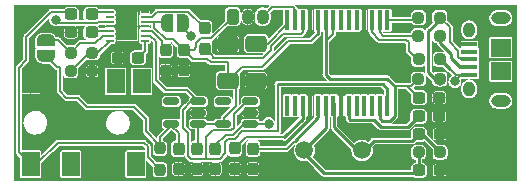
<source format=gtl>
%TF.GenerationSoftware,KiCad,Pcbnew,(6.0.1-0)*%
%TF.CreationDate,2022-02-08T21:01:33-05:00*%
%TF.ProjectId,usbAudio,75736241-7564-4696-9f2e-6b696361645f,rev?*%
%TF.SameCoordinates,Original*%
%TF.FileFunction,Copper,L1,Top*%
%TF.FilePolarity,Positive*%
%FSLAX46Y46*%
G04 Gerber Fmt 4.6, Leading zero omitted, Abs format (unit mm)*
G04 Created by KiCad (PCBNEW (6.0.1-0)) date 2022-02-08 21:01:33*
%MOMM*%
%LPD*%
G01*
G04 APERTURE LIST*
G04 Aperture macros list*
%AMRoundRect*
0 Rectangle with rounded corners*
0 $1 Rounding radius*
0 $2 $3 $4 $5 $6 $7 $8 $9 X,Y pos of 4 corners*
0 Add a 4 corners polygon primitive as box body*
4,1,4,$2,$3,$4,$5,$6,$7,$8,$9,$2,$3,0*
0 Add four circle primitives for the rounded corners*
1,1,$1+$1,$2,$3*
1,1,$1+$1,$4,$5*
1,1,$1+$1,$6,$7*
1,1,$1+$1,$8,$9*
0 Add four rect primitives between the rounded corners*
20,1,$1+$1,$2,$3,$4,$5,0*
20,1,$1+$1,$4,$5,$6,$7,0*
20,1,$1+$1,$6,$7,$8,$9,0*
20,1,$1+$1,$8,$9,$2,$3,0*%
%AMFreePoly0*
4,1,22,0.500000,-0.750000,0.000000,-0.750000,0.000000,-0.745033,-0.079941,-0.743568,-0.215256,-0.701293,-0.333266,-0.622738,-0.424486,-0.514219,-0.481581,-0.384460,-0.499164,-0.250000,-0.500000,-0.250000,-0.500000,0.250000,-0.499164,0.250000,-0.499963,0.256109,-0.478152,0.396186,-0.417904,0.524511,-0.324060,0.630769,-0.204165,0.706417,-0.067858,0.745374,0.000000,0.744959,0.000000,0.750000,
0.500000,0.750000,0.500000,-0.750000,0.500000,-0.750000,$1*%
%AMFreePoly1*
4,1,20,0.000000,0.744959,0.073905,0.744508,0.209726,0.703889,0.328688,0.626782,0.421226,0.519385,0.479903,0.390333,0.500000,0.250000,0.500000,-0.250000,0.499851,-0.262216,0.476331,-0.402017,0.414519,-0.529596,0.319384,-0.634700,0.198574,-0.708877,0.061801,-0.746166,0.000000,-0.745033,0.000000,-0.750000,-0.500000,-0.750000,-0.500000,0.750000,0.000000,0.750000,0.000000,0.744959,
0.000000,0.744959,$1*%
G04 Aperture macros list end*
%TA.AperFunction,SMDPad,CuDef*%
%ADD10RoundRect,0.237500X-0.250000X-0.237500X0.250000X-0.237500X0.250000X0.237500X-0.250000X0.237500X0*%
%TD*%
%TA.AperFunction,SMDPad,CuDef*%
%ADD11FreePoly0,270.000000*%
%TD*%
%TA.AperFunction,SMDPad,CuDef*%
%ADD12FreePoly1,270.000000*%
%TD*%
%TA.AperFunction,SMDPad,CuDef*%
%ADD13FreePoly1,180.000000*%
%TD*%
%TA.AperFunction,SMDPad,CuDef*%
%ADD14FreePoly0,180.000000*%
%TD*%
%TA.AperFunction,SMDPad,CuDef*%
%ADD15R,0.431800X1.651000*%
%TD*%
%TA.AperFunction,SMDPad,CuDef*%
%ADD16RoundRect,0.150000X0.512500X0.150000X-0.512500X0.150000X-0.512500X-0.150000X0.512500X-0.150000X0*%
%TD*%
%TA.AperFunction,SMDPad,CuDef*%
%ADD17RoundRect,0.237500X-0.237500X0.300000X-0.237500X-0.300000X0.237500X-0.300000X0.237500X0.300000X0*%
%TD*%
%TA.AperFunction,SMDPad,CuDef*%
%ADD18RoundRect,0.237500X0.300000X0.237500X-0.300000X0.237500X-0.300000X-0.237500X0.300000X-0.237500X0*%
%TD*%
%TA.AperFunction,SMDPad,CuDef*%
%ADD19RoundRect,0.237500X-0.300000X-0.237500X0.300000X-0.237500X0.300000X0.237500X-0.300000X0.237500X0*%
%TD*%
%TA.AperFunction,ComponentPad*%
%ADD20C,1.500000*%
%TD*%
%TA.AperFunction,SMDPad,CuDef*%
%ADD21RoundRect,0.237500X0.237500X-0.300000X0.237500X0.300000X-0.237500X0.300000X-0.237500X-0.300000X0*%
%TD*%
%TA.AperFunction,SMDPad,CuDef*%
%ADD22RoundRect,0.250000X0.650000X-0.412500X0.650000X0.412500X-0.650000X0.412500X-0.650000X-0.412500X0*%
%TD*%
%TA.AperFunction,SMDPad,CuDef*%
%ADD23R,0.711200X0.203200*%
%TD*%
%TA.AperFunction,SMDPad,CuDef*%
%ADD24R,1.701800X2.387600*%
%TD*%
%TA.AperFunction,SMDPad,CuDef*%
%ADD25RoundRect,0.237500X-0.237500X0.250000X-0.237500X-0.250000X0.237500X-0.250000X0.237500X0.250000X0*%
%TD*%
%TA.AperFunction,SMDPad,CuDef*%
%ADD26RoundRect,0.250000X-0.650000X0.412500X-0.650000X-0.412500X0.650000X-0.412500X0.650000X0.412500X0*%
%TD*%
%TA.AperFunction,ComponentPad*%
%ADD27O,1.016000X1.295400*%
%TD*%
%TA.AperFunction,ComponentPad*%
%ADD28O,1.651000X1.016000*%
%TD*%
%TA.AperFunction,SMDPad,CuDef*%
%ADD29R,1.651000X1.498600*%
%TD*%
%TA.AperFunction,SMDPad,CuDef*%
%ADD30R,1.346200X0.457200*%
%TD*%
%TA.AperFunction,SMDPad,CuDef*%
%ADD31R,1.500000X2.000000*%
%TD*%
%TA.AperFunction,ComponentPad*%
%ADD32RoundRect,0.249900X-0.275100X-0.400100X0.275100X-0.400100X0.275100X0.400100X-0.275100X0.400100X0*%
%TD*%
%TA.AperFunction,ComponentPad*%
%ADD33O,1.050000X1.300000*%
%TD*%
%TA.AperFunction,ViaPad*%
%ADD34C,0.800000*%
%TD*%
%TA.AperFunction,Conductor*%
%ADD35C,0.203200*%
%TD*%
%TA.AperFunction,Conductor*%
%ADD36C,0.250000*%
%TD*%
%TA.AperFunction,Conductor*%
%ADD37C,0.200000*%
%TD*%
G04 APERTURE END LIST*
D10*
%TO.P,R7,1*%
%TO.N,Net-(R7-Pad1)*%
X60717500Y-78659400D03*
%TO.P,R7,2*%
%TO.N,GND*%
X62542500Y-78659400D03*
%TD*%
%TO.P,R8,1*%
%TO.N,Net-(JP2-Pad1)*%
X60717500Y-77110000D03*
%TO.P,R8,2*%
%TO.N,Net-(R7-Pad1)*%
X62542500Y-77110000D03*
%TD*%
D11*
%TO.P,JP2,1,1*%
%TO.N,Net-(JP2-Pad1)*%
X58620000Y-76070000D03*
D12*
%TO.P,JP2,2,2*%
%TO.N,/VBIAS*%
X58620000Y-77370000D03*
%TD*%
D13*
%TO.P,JP1,2,2*%
%TO.N,/VCCCI*%
X68895200Y-74625200D03*
D14*
%TO.P,JP1,1,1*%
%TO.N,Net-(JP1-Pad1)*%
X70195200Y-74625200D03*
%TD*%
D10*
%TO.P,R6,2*%
%TO.N,VBUS*%
X91996900Y-77647800D03*
%TO.P,R6,1*%
%TO.N,Net-(R6-Pad1)*%
X90171900Y-77647800D03*
%TD*%
D15*
%TO.P,U1,1,D+*%
%TO.N,Net-(R4-Pad1)*%
X87518001Y-74345800D03*
%TO.P,U1,2,D-*%
%TO.N,Net-(R5-Pad1)*%
X86868000Y-74345800D03*
%TO.P,U1,3,VBUS*%
%TO.N,Net-(R6-Pad1)*%
X86218001Y-74345800D03*
%TO.P,U1,4,DGNDU*%
%TO.N,GND*%
X85568000Y-74345800D03*
%TO.P,U1,5,HID0*%
%TO.N,unconnected-(U1-Pad5)*%
X84918002Y-74345800D03*
%TO.P,U1,6,HID1*%
%TO.N,unconnected-(U1-Pad6)*%
X84268000Y-74345800D03*
%TO.P,U1,7,HID2*%
%TO.N,unconnected-(U1-Pad7)*%
X83618002Y-74345800D03*
%TO.P,U1,8,SEL0*%
%TO.N,/VDDI*%
X82968003Y-74345800D03*
%TO.P,U1,9,SEL1*%
X82318002Y-74345800D03*
%TO.P,U1,10,VCCCI*%
%TO.N,/VCCCI*%
X81668003Y-74345800D03*
%TO.P,U1,11,AGNDC*%
%TO.N,GND*%
X81018002Y-74345800D03*
%TO.P,U1,12,VINL*%
%TO.N,Net-(C1-Pad1)*%
X80368003Y-74345800D03*
%TO.P,U1,13,VINR*%
%TO.N,/IN_R*%
X79718002Y-74345800D03*
%TO.P,U1,14,VCOM*%
%TO.N,Net-(C5-Pad1)*%
X79068003Y-74345800D03*
%TO.P,U1,15,VOUTR*%
%TO.N,unconnected-(U1-Pad15)*%
X79068001Y-81610200D03*
%TO.P,U1,16,VOUTL*%
%TO.N,unconnected-(U1-Pad16)*%
X79718002Y-81610200D03*
%TO.P,U1,17,VCCP1I*%
%TO.N,Net-(C11-Pad2)*%
X80368001Y-81610200D03*
%TO.P,U1,18,AGNDP*%
%TO.N,GND*%
X81018002Y-81610200D03*
%TO.P,U1,19,VCCP2I*%
%TO.N,Net-(C10-Pad2)*%
X81668000Y-81610200D03*
%TO.P,U1,20,XTO*%
%TO.N,/XTO*%
X82318002Y-81610200D03*
%TO.P,U1,21,XTI*%
%TO.N,/XTI*%
X82968000Y-81610200D03*
%TO.P,U1,22,AGNDX*%
%TO.N,GND*%
X83618002Y-81610200D03*
%TO.P,U1,23,VCCXI*%
%TO.N,Net-(C9-Pad2)*%
X84268000Y-81610200D03*
%TO.P,U1,24,DIN*%
%TO.N,unconnected-(U1-Pad24)*%
X84918002Y-81610200D03*
%TO.P,U1,25,DOUT*%
%TO.N,unconnected-(U1-Pad25)*%
X85568000Y-81610200D03*
%TO.P,U1,26,DGND*%
%TO.N,unconnected-(U1-Pad26)*%
X86218001Y-81610200D03*
%TO.P,U1,27,VDDI*%
%TO.N,/VDDI*%
X86868000Y-81610200D03*
%TO.P,U1,28,\u002ASSPND*%
%TO.N,/\u002ASSPND*%
X87518001Y-81610200D03*
%TD*%
D16*
%TO.P,U4,1,VIN*%
%TO.N,/VCCCI*%
X71520900Y-83134200D03*
%TO.P,U4,2,GND*%
%TO.N,GND*%
X71520900Y-82184200D03*
%TO.P,U4,3,EN*%
%TO.N,/\u002ASSPND*%
X71520900Y-81234200D03*
%TO.P,U4,4,NC*%
%TO.N,unconnected-(U4-Pad4)*%
X69245900Y-81234200D03*
%TO.P,U4,5,VOUT*%
%TO.N,/VBIAS*%
X69245900Y-83134200D03*
%TD*%
%TO.P,U3,1,VIN*%
%TO.N,VBUS*%
X75917500Y-83130000D03*
%TO.P,U3,2,GND*%
%TO.N,GND*%
X75917500Y-82180000D03*
%TO.P,U3,3,EN*%
%TO.N,/\u002ASSPND*%
X75917500Y-81230000D03*
%TO.P,U3,4,NC*%
%TO.N,unconnected-(U3-Pad4)*%
X73642500Y-81230000D03*
%TO.P,U3,5,VOUT*%
%TO.N,/VCCCI*%
X73642500Y-83130000D03*
%TD*%
D17*
%TO.P,C17,2*%
%TO.N,GND*%
X69850000Y-86943100D03*
%TO.P,C17,1*%
%TO.N,/VBIAS*%
X69850000Y-85218100D03*
%TD*%
%TO.P,C16,2*%
%TO.N,GND*%
X71424800Y-86943100D03*
%TO.P,C16,1*%
%TO.N,/VCCCI*%
X71424800Y-85218100D03*
%TD*%
%TO.P,C13,2*%
%TO.N,GND*%
X72974200Y-86943100D03*
%TO.P,C13,1*%
%TO.N,VBUS*%
X72974200Y-85218100D03*
%TD*%
D18*
%TO.P,C6,2*%
%TO.N,GND*%
X64694700Y-77532000D03*
%TO.P,C6,1*%
%TO.N,Net-(C6-Pad1)*%
X66419700Y-77532000D03*
%TD*%
D19*
%TO.P,C15,1*%
%TO.N,/XTO*%
X90223000Y-87045800D03*
%TO.P,C15,2*%
%TO.N,GND*%
X91948000Y-87045800D03*
%TD*%
D10*
%TO.P,R4,1*%
%TO.N,Net-(R4-Pad1)*%
X90145700Y-74129900D03*
%TO.P,R4,2*%
%TO.N,D+*%
X91970700Y-74129900D03*
%TD*%
%TO.P,R5,1*%
%TO.N,Net-(R5-Pad1)*%
X90145700Y-75653900D03*
%TO.P,R5,2*%
%TO.N,D-*%
X91970700Y-75653900D03*
%TD*%
%TO.P,R9,2*%
%TO.N,D+*%
X91969600Y-79325300D03*
%TO.P,R9,1*%
%TO.N,/VDDI*%
X90144600Y-79325300D03*
%TD*%
%TO.P,R10,1*%
%TO.N,/XTO*%
X90170000Y-85521800D03*
%TO.P,R10,2*%
%TO.N,/XTI*%
X91995000Y-85521800D03*
%TD*%
D20*
%TO.P,Y1,1,1*%
%TO.N,/XTI*%
X85390000Y-85370000D03*
%TO.P,Y1,2,2*%
%TO.N,/XTO*%
X80510000Y-85370000D03*
%TD*%
D19*
%TO.P,C14,1*%
%TO.N,/XTI*%
X90223000Y-83997800D03*
%TO.P,C14,2*%
%TO.N,GND*%
X91948000Y-83997800D03*
%TD*%
D18*
%TO.P,C9,1*%
%TO.N,GND*%
X91900000Y-82473800D03*
%TO.P,C9,2*%
%TO.N,Net-(C9-Pad2)*%
X90175000Y-82473800D03*
%TD*%
D19*
%TO.P,C12,2*%
%TO.N,GND*%
X91922600Y-80900100D03*
%TO.P,C12,1*%
%TO.N,/VDDI*%
X90197600Y-80900100D03*
%TD*%
D21*
%TO.P,C10,1*%
%TO.N,GND*%
X76150000Y-86942500D03*
%TO.P,C10,2*%
%TO.N,Net-(C10-Pad2)*%
X76150000Y-85217500D03*
%TD*%
%TO.P,C11,2*%
%TO.N,Net-(C11-Pad2)*%
X74600000Y-85205000D03*
%TO.P,C11,1*%
%TO.N,GND*%
X74600000Y-86930000D03*
%TD*%
D22*
%TO.P,C3,1*%
%TO.N,/VCCCI*%
X74041000Y-79476600D03*
%TO.P,C3,2*%
%TO.N,GND*%
X74041000Y-76351600D03*
%TD*%
D23*
%TO.P,U2,1,CT*%
%TO.N,Net-(C6-Pad1)*%
X67005800Y-76082000D03*
%TO.P,U2,2,~{SHDN}*%
%TO.N,/\u002ASSPND*%
X67005800Y-75682001D03*
%TO.P,U2,3,CG*%
%TO.N,Net-(C7-Pad1)*%
X67005800Y-75281999D03*
%TO.P,U2,4,GND*%
%TO.N,GND*%
X67005800Y-74882000D03*
%TO.P,U2,5,VDD*%
%TO.N,/VCCCI*%
X67005800Y-74482001D03*
%TO.P,U2,6,MICOUT*%
%TO.N,/AMPOUT*%
X67005800Y-74081999D03*
%TO.P,U2,7,GND*%
%TO.N,GND*%
X67005800Y-73682000D03*
%TO.P,U2,8,MICIN*%
%TO.N,Net-(C2-Pad1)*%
X64008600Y-73682000D03*
%TO.P,U2,9,A/R*%
%TO.N,unconnected-(U2-Pad9)*%
X64008600Y-74081999D03*
%TO.P,U2,10,GAIN*%
%TO.N,Net-(JP1-Pad1)*%
X64008600Y-74482001D03*
%TO.P,U2,11,GND*%
%TO.N,GND*%
X64008600Y-74882000D03*
%TO.P,U2,12,BIAS*%
%TO.N,Net-(C4-Pad1)*%
X64008600Y-75281999D03*
%TO.P,U2,13,MICBIAS*%
%TO.N,Net-(JP2-Pad1)*%
X64008600Y-75682001D03*
%TO.P,U2,14,TH*%
%TO.N,Net-(R7-Pad1)*%
X64008600Y-76082000D03*
D24*
%TO.P,U2,15,GND*%
%TO.N,GND*%
X65507200Y-74882000D03*
%TD*%
D25*
%TO.P,R1,2*%
%TO.N,MIC+*%
X68275200Y-87018500D03*
%TO.P,R1,1*%
%TO.N,/VBIAS*%
X68275200Y-85193500D03*
%TD*%
D18*
%TO.P,C4,2*%
%TO.N,GND*%
X60757900Y-75387200D03*
%TO.P,C4,1*%
%TO.N,Net-(C4-Pad1)*%
X62482900Y-75387200D03*
%TD*%
%TO.P,C2,2*%
%TO.N,MIC+*%
X60757900Y-73863200D03*
%TO.P,C2,1*%
%TO.N,Net-(C2-Pad1)*%
X62482900Y-73863200D03*
%TD*%
D26*
%TO.P,C5,1*%
%TO.N,Net-(C5-Pad1)*%
X76425000Y-76350000D03*
%TO.P,C5,2*%
%TO.N,GND*%
X76425000Y-79475000D03*
%TD*%
D27*
%TO.P,J1,S_4*%
%TO.N,N/C*%
X94462600Y-75168600D03*
%TO.P,J1,S_3*%
X94462600Y-80168600D03*
D28*
%TO.P,J1,S_2*%
X97137601Y-74168599D03*
%TO.P,J1,S_1*%
X97137601Y-81168600D03*
D29*
%TO.P,J1,11*%
X97137601Y-76668599D03*
%TO.P,J1,10*%
X97137601Y-78668601D03*
D30*
%TO.P,J1,5,GND*%
%TO.N,GND*%
X94462600Y-76368600D03*
%TO.P,J1,4,ID*%
%TO.N,unconnected-(J1-Pad4)*%
X94462600Y-77018601D03*
%TO.P,J1,3,D+*%
%TO.N,D+*%
X94462600Y-77668600D03*
%TO.P,J1,2,D-*%
%TO.N,D-*%
X94462600Y-78318599D03*
%TO.P,J1,1,VBUS*%
%TO.N,VBUS*%
X94462600Y-78968600D03*
%TD*%
D17*
%TO.P,C7,1*%
%TO.N,Net-(C7-Pad1)*%
X68757800Y-76886900D03*
%TO.P,C7,2*%
%TO.N,GND*%
X68757800Y-78611900D03*
%TD*%
D31*
%TO.P,J3,6,6*%
%TO.N,unconnected-(J3-Pad6)*%
X66219600Y-86532600D03*
%TO.P,J3,5,5*%
%TO.N,unconnected-(J3-Pad5)*%
X66719600Y-79532600D03*
%TO.P,J3,4,4*%
%TO.N,unconnected-(J3-Pad4)*%
X64519600Y-79532600D03*
%TO.P,J3,3,3*%
%TO.N,unconnected-(J3-Pad3)*%
X60719600Y-86532600D03*
%TO.P,J3,2,2*%
%TO.N,GND*%
X57319600Y-79532600D03*
%TO.P,J3,1,1*%
%TO.N,MIC+*%
X57319600Y-86532600D03*
%TD*%
D32*
%TO.P,J2,1,Pin_1*%
%TO.N,/VCCCI*%
X74430000Y-74060000D03*
D33*
%TO.P,J2,2,Pin_2*%
%TO.N,GND*%
X75700000Y-74060000D03*
%TO.P,J2,3,Pin_3*%
%TO.N,/IN_R*%
X76970000Y-74060000D03*
%TD*%
D21*
%TO.P,C1,2*%
%TO.N,/AMPOUT*%
X72085200Y-75031600D03*
%TO.P,C1,1*%
%TO.N,Net-(C1-Pad1)*%
X72085200Y-76756600D03*
%TD*%
D17*
%TO.P,C8,2*%
%TO.N,GND*%
X70307200Y-78610800D03*
%TO.P,C8,1*%
%TO.N,/VCCCI*%
X70307200Y-76885800D03*
%TD*%
D34*
%TO.N,GND*%
X58826400Y-80645000D03*
X62560200Y-80645000D03*
X79250000Y-77650000D03*
X85598000Y-76390500D03*
X72600000Y-80240000D03*
X94386400Y-83032600D03*
%TO.N,VBUS*%
X77475000Y-83100000D03*
X93246199Y-79527400D03*
%TO.N,Net-(JP1-Pad1)*%
X70866000Y-75717400D03*
X59461400Y-74295000D03*
%TD*%
D35*
%TO.N,MIC+*%
X66913593Y-84734400D02*
X67223111Y-85043918D01*
X67223111Y-85966411D02*
X68275200Y-87018500D01*
X67223111Y-85043918D02*
X67223111Y-85966411D01*
%TO.N,Net-(JP1-Pad1)*%
X70195200Y-74625200D02*
X70195200Y-75046600D01*
X70195200Y-75046600D02*
X70866000Y-75717400D01*
%TO.N,/\u002ASSPND*%
X67005800Y-75682001D02*
X67467806Y-75682001D01*
X67467806Y-75682001D02*
X67919600Y-76133795D01*
X67919600Y-79451200D02*
X68757800Y-80289400D01*
X67919600Y-76133795D02*
X67919600Y-79451200D01*
X68757800Y-80289400D02*
X70576100Y-80289400D01*
X70576100Y-80289400D02*
X71520900Y-81234200D01*
%TO.N,/VCCCI*%
X74041000Y-79476600D02*
X74041000Y-77905120D01*
X74041000Y-77905120D02*
X72582905Y-77905120D01*
X72300185Y-77622400D02*
X71043800Y-77622400D01*
X72582905Y-77905120D02*
X72300185Y-77622400D01*
X71043800Y-77622400D02*
X70307200Y-76885800D01*
X73665500Y-83296800D02*
X73665500Y-82629963D01*
X73665500Y-82629963D02*
X74720000Y-81575463D01*
X74720000Y-81575463D02*
X74720000Y-80155600D01*
X74720000Y-80155600D02*
X74041000Y-79476600D01*
%TO.N,Net-(R6-Pad1)*%
X89331800Y-76237620D02*
X89331800Y-76936600D01*
X86852521Y-76009020D02*
X89103200Y-76009020D01*
X89103200Y-76009020D02*
X89331800Y-76237620D01*
X86218001Y-75374500D02*
X86852521Y-76009020D01*
X89331800Y-76936600D02*
X90043000Y-77647800D01*
%TO.N,Net-(C2-Pad1)*%
X62664100Y-73682000D02*
X64008600Y-73682000D01*
%TO.N,MIC+*%
X57319600Y-86532600D02*
X56316089Y-85529089D01*
X56316089Y-85529089D02*
X56316089Y-78386089D01*
X56970000Y-77732178D02*
X56970000Y-75745000D01*
X59073511Y-73641489D02*
X60536189Y-73641489D01*
X56316089Y-78386089D02*
X56970000Y-77732178D01*
X56970000Y-75745000D02*
X59073511Y-73641489D01*
%TO.N,Net-(JP1-Pad1)*%
X64008600Y-74482001D02*
X63096006Y-74482001D01*
X63096006Y-74482001D02*
X62986287Y-74591720D01*
X62986287Y-74591720D02*
X59758120Y-74591720D01*
X59758120Y-74591720D02*
X59461400Y-74295000D01*
%TO.N,VBUS*%
X93804999Y-78968600D02*
X93246199Y-79527400D01*
X93317700Y-78968600D02*
X94462600Y-78968600D01*
X93317700Y-78968600D02*
X92865100Y-78516000D01*
D36*
%TO.N,D-*%
X91970700Y-75653900D02*
X91970700Y-76243799D01*
X91970700Y-76243799D02*
X92898999Y-77172098D01*
X93657077Y-78318599D02*
X94462600Y-78318599D01*
X92898999Y-77172098D02*
X92898999Y-77560521D01*
X92898999Y-77560521D02*
X93657077Y-78318599D01*
D37*
%TO.N,D+*%
X92807510Y-76221310D02*
X93537589Y-76951389D01*
X93537589Y-76951389D02*
X93537589Y-77433989D01*
X93537589Y-77433989D02*
X93772200Y-77668600D01*
X93772200Y-77668600D02*
X94462600Y-77668600D01*
D35*
%TO.N,Net-(C1-Pad1)*%
X72730000Y-77550000D02*
X72730000Y-77401400D01*
X72730000Y-77401400D02*
X72085200Y-76756600D01*
%TO.N,/AMPOUT*%
X67588001Y-74081999D02*
X68048311Y-73621689D01*
X68048311Y-73621689D02*
X70675289Y-73621689D01*
X70675289Y-73621689D02*
X72085200Y-75031600D01*
%TO.N,/VCCCI*%
X74430000Y-74060000D02*
X72590000Y-75900000D01*
X72590000Y-75900000D02*
X71709893Y-75900000D01*
X71356680Y-76657200D02*
X71128080Y-76885800D01*
X71709893Y-75900000D02*
X71356680Y-76253213D01*
X71356680Y-76253213D02*
X71356680Y-76657200D01*
X71128080Y-76885800D02*
X70307200Y-76885800D01*
%TO.N,Net-(C1-Pad1)*%
X76999584Y-77550000D02*
X72730000Y-77550000D01*
X78700000Y-75550000D02*
X77700000Y-76550000D01*
X80368003Y-75374500D02*
X80192503Y-75550000D01*
X77700000Y-76550000D02*
X77700000Y-76849584D01*
X80192503Y-75550000D02*
X78700000Y-75550000D01*
X77700000Y-76849584D02*
X76999584Y-77550000D01*
X80368003Y-74345800D02*
X80368003Y-75374500D01*
%TO.N,/\u002ASSPND*%
X73343607Y-86080600D02*
X72186800Y-86080600D01*
X72755080Y-83683520D02*
X72186800Y-84251800D01*
X72186800Y-84251800D02*
X72186800Y-86080600D01*
X72186800Y-86080600D02*
X70866000Y-86080600D01*
X75263606Y-83753511D02*
X74612917Y-84404200D01*
X70256400Y-81915000D02*
X70937200Y-81234200D01*
X74612917Y-84404200D02*
X74010916Y-84404200D01*
X74010916Y-84404200D02*
X73787000Y-84628116D01*
X73787000Y-84628116D02*
X73787000Y-85637207D01*
X73787000Y-85637207D02*
X73343607Y-86080600D01*
X70866000Y-86080600D02*
X70637400Y-85852000D01*
X70637400Y-83870800D02*
X70256400Y-83489800D01*
X70637400Y-85852000D02*
X70637400Y-83870800D01*
X70256400Y-83489800D02*
X70256400Y-81915000D01*
X70937200Y-81234200D02*
X71520900Y-81234200D01*
%TO.N,/VCCCI*%
X71520900Y-83134200D02*
X73638300Y-83134200D01*
D36*
%TO.N,Net-(C10-Pad2)*%
X81668000Y-82581192D02*
X79684596Y-84564596D01*
D35*
X76150000Y-85217500D02*
X79031692Y-85217500D01*
X79031692Y-85217500D02*
X79684596Y-84564596D01*
D36*
%TO.N,Net-(C11-Pad2)*%
X78874400Y-84175600D02*
X78770000Y-84280000D01*
D35*
X75540000Y-84280000D02*
X78770000Y-84280000D01*
X74615000Y-85205000D02*
X75540000Y-84280000D01*
%TO.N,/\u002ASSPND*%
X78244000Y-79756000D02*
X78244000Y-83744000D01*
X75263606Y-83753511D02*
X78234489Y-83753511D01*
X78234489Y-83753511D02*
X78244000Y-83744000D01*
%TO.N,VBUS*%
X72974200Y-84938700D02*
X73874260Y-84038640D01*
X73874260Y-84038640D02*
X74469239Y-84038640D01*
X74469239Y-84038640D02*
X75377879Y-83130000D01*
%TO.N,/\u002ASSPND*%
X74558520Y-82305817D02*
X75634337Y-81230000D01*
X72755080Y-83683520D02*
X74322143Y-83683520D01*
X74558520Y-83447143D02*
X74558520Y-82305817D01*
X74322143Y-83683520D02*
X74558520Y-83447143D01*
%TO.N,/AMPOUT*%
X67005800Y-74081999D02*
X67588001Y-74081999D01*
%TO.N,/VBIAS*%
X59810000Y-78280000D02*
X59530000Y-78280000D01*
X59530000Y-78280000D02*
X58620000Y-77370000D01*
%TO.N,Net-(R7-Pad1)*%
X62266900Y-77110000D02*
X60717500Y-78659400D01*
X62542500Y-77110000D02*
X62980600Y-77110000D01*
X62980600Y-77110000D02*
X64008600Y-76082000D01*
%TO.N,Net-(JP2-Pad1)*%
X60717500Y-77110000D02*
X61507500Y-76320000D01*
X61507500Y-76320000D02*
X62806378Y-76320000D01*
X62806378Y-76320000D02*
X63444377Y-75682001D01*
X58620000Y-76070000D02*
X59677500Y-76070000D01*
X59677500Y-76070000D02*
X60717500Y-77110000D01*
%TO.N,/VCCCI*%
X67807199Y-74482001D02*
X68607999Y-74482001D01*
X81668003Y-75481997D02*
X81032380Y-76117620D01*
X81032380Y-76117620D02*
X79152380Y-76117620D01*
X79152380Y-76117620D02*
X76940000Y-78330000D01*
X76940000Y-78330000D02*
X75187600Y-78330000D01*
X75187600Y-78330000D02*
X74041000Y-79476600D01*
D36*
%TO.N,/\u002ASSPND*%
X87122000Y-79756000D02*
X78244000Y-79756000D01*
D35*
%TO.N,VBUS*%
X77475000Y-83100000D02*
X76137500Y-83100000D01*
%TO.N,/VCCCI*%
X71520900Y-83296800D02*
X71520900Y-84842600D01*
%TO.N,/VBIAS*%
X69850000Y-83900900D02*
X69245900Y-83296800D01*
X68275200Y-84267500D02*
X69245900Y-83296800D01*
X69850000Y-84938700D02*
X69850000Y-83900900D01*
X68275200Y-84914100D02*
X68275200Y-84267500D01*
X67081400Y-83769200D02*
X68226300Y-84914100D01*
X67081400Y-82677000D02*
X67081400Y-83769200D01*
X59810000Y-78280000D02*
X59810000Y-80384000D01*
X59810000Y-80384000D02*
X60325000Y-80899000D01*
X60325000Y-80899000D02*
X61315600Y-80899000D01*
X61315600Y-80899000D02*
X62103000Y-81686400D01*
X66090800Y-81686400D02*
X67081400Y-82677000D01*
X62103000Y-81686400D02*
X66090800Y-81686400D01*
%TO.N,Net-(JP2-Pad1)*%
X64008600Y-75682001D02*
X63444377Y-75682001D01*
%TO.N,Net-(C4-Pad1)*%
X62588101Y-75281999D02*
X64008600Y-75281999D01*
D37*
%TO.N,D+*%
X92807510Y-74966710D02*
X91970700Y-74129900D01*
X92807510Y-76221310D02*
X92807510Y-74966710D01*
D36*
%TO.N,/VDDI*%
X82650000Y-79300000D02*
X87529600Y-79300000D01*
X87529600Y-79300000D02*
X88138000Y-79908400D01*
D35*
%TO.N,MIC+*%
X57815600Y-86532600D02*
X59613800Y-84734400D01*
X59613800Y-84734400D02*
X66913593Y-84734400D01*
%TO.N,Net-(C7-Pad1)*%
X67005800Y-75281999D02*
X67570020Y-75281999D01*
%TO.N,/VCCCI*%
X68775141Y-75984905D02*
X69406305Y-75984905D01*
X69406305Y-75984905D02*
X70307200Y-76885800D01*
%TO.N,Net-(C7-Pad1)*%
X68420021Y-76132000D02*
X68420021Y-76549121D01*
%TO.N,/VDDI*%
X89205900Y-79908400D02*
X89561500Y-79908400D01*
X89561500Y-79908400D02*
X90144600Y-79325300D01*
X88138000Y-79908400D02*
X89205900Y-79908400D01*
X89205900Y-79908400D02*
X90197600Y-80900100D01*
D36*
%TO.N,Net-(C9-Pad2)*%
X86975000Y-83400000D02*
X89248800Y-83400000D01*
X89248800Y-83400000D02*
X90175000Y-82473800D01*
%TO.N,/XTI*%
X90471000Y-83997800D02*
X91995000Y-85521800D01*
X86360000Y-84582000D02*
X89638800Y-84582000D01*
X89638800Y-84582000D02*
X90223000Y-83997800D01*
%TO.N,/XTO*%
X90223000Y-87045800D02*
X90223000Y-85574800D01*
X80464000Y-85598000D02*
X81539001Y-86673001D01*
X81539001Y-86673001D02*
X81539001Y-86695201D01*
X81539001Y-86695201D02*
X82169000Y-87325200D01*
X82169000Y-87325200D02*
X89943600Y-87325200D01*
%TO.N,D+*%
X91008200Y-75282900D02*
X91008200Y-78757600D01*
X91970700Y-74320400D02*
X91008200Y-75282900D01*
X91008200Y-78757600D02*
X91969600Y-79719000D01*
D35*
%TO.N,Net-(R5-Pad1)*%
X86868000Y-74345800D02*
X86868000Y-75374500D01*
X86868000Y-75374500D02*
X87147400Y-75653900D01*
X87147400Y-75653900D02*
X90145700Y-75653900D01*
%TO.N,Net-(R6-Pad1)*%
X86218001Y-75374500D02*
X86218001Y-74345800D01*
D36*
%TO.N,VBUS*%
X92865100Y-78516000D02*
X91996900Y-77647800D01*
D35*
%TO.N,Net-(R4-Pad1)*%
X89929800Y-74345800D02*
X87518001Y-74345800D01*
D36*
%TO.N,/VDDI*%
X87100000Y-82900000D02*
X87711800Y-82900000D01*
X87711800Y-82900000D02*
X88138000Y-82473800D01*
X88138000Y-82473800D02*
X88138000Y-79908400D01*
D35*
%TO.N,Net-(C6-Pad1)*%
X67005800Y-76082000D02*
X67005800Y-76945900D01*
X67005800Y-76945900D02*
X66419700Y-77532000D01*
%TO.N,Net-(C7-Pad1)*%
X67570020Y-75281999D02*
X68420021Y-76132000D01*
%TO.N,Net-(C5-Pad1)*%
X77397784Y-76350000D02*
X79068003Y-74679781D01*
X76425000Y-76350000D02*
X77397784Y-76350000D01*
D36*
%TO.N,Net-(C9-Pad2)*%
X84268000Y-82685700D02*
X84382300Y-82800000D01*
X84268000Y-81610200D02*
X84268000Y-82685700D01*
X86375000Y-82800000D02*
X86975000Y-83400000D01*
X84382300Y-82800000D02*
X86375000Y-82800000D01*
%TO.N,Net-(C10-Pad2)*%
X81668000Y-82396104D02*
X81668000Y-81419700D01*
X81668000Y-81610200D02*
X81668000Y-82581192D01*
%TO.N,Net-(C11-Pad2)*%
X80368001Y-82685700D02*
X78878101Y-84175600D01*
X80368001Y-81610200D02*
X80368001Y-82685700D01*
X78878101Y-84175600D02*
X78874400Y-84175600D01*
%TO.N,/XTI*%
X85344000Y-85598000D02*
X86360000Y-84582000D01*
X83014000Y-81382200D02*
X83014000Y-83415000D01*
X83014000Y-83415000D02*
X84969000Y-85370000D01*
%TO.N,/XTO*%
X82364002Y-80988500D02*
X82364002Y-83515998D01*
X82364002Y-83515998D02*
X80510000Y-85370000D01*
%TO.N,/VDDI*%
X82318002Y-78968002D02*
X82318002Y-76131998D01*
X82318002Y-76131998D02*
X82318002Y-74345800D01*
X86868000Y-81610200D02*
X86868000Y-82668000D01*
X86868000Y-82668000D02*
X87100000Y-82900000D01*
D35*
X82968003Y-75481997D02*
X82318002Y-76131998D01*
X82968003Y-74345800D02*
X82968003Y-75481997D01*
D36*
X82650000Y-79300000D02*
X82318002Y-78968002D01*
D35*
%TO.N,/VCCCI*%
X67807199Y-75016963D02*
X67807199Y-74482001D01*
D36*
X81668003Y-75481997D02*
X81668003Y-74345800D01*
D35*
X68775141Y-75984905D02*
X67807199Y-75016963D01*
X67005800Y-74482001D02*
X67807199Y-74482001D01*
D36*
%TO.N,/\u002ASSPND*%
X87518001Y-80152001D02*
X87122000Y-79756000D01*
X87518001Y-81216500D02*
X87518001Y-80152001D01*
D35*
%TO.N,/IN_R*%
X79718002Y-73447377D02*
X79537414Y-73266789D01*
X79537414Y-73266789D02*
X77763211Y-73266789D01*
X77763211Y-73266789D02*
X76970000Y-74060000D01*
X79718002Y-74345800D02*
X79718002Y-73447377D01*
%TD*%
%TA.AperFunction,Conductor*%
%TO.N,GND*%
G36*
X77541001Y-73100837D02*
G01*
X77549274Y-73104265D01*
X77552700Y-73112538D01*
X77549273Y-73120810D01*
X77324060Y-73346022D01*
X77315787Y-73349449D01*
X77310312Y-73348089D01*
X77248759Y-73315499D01*
X77214722Y-73297478D01*
X77135770Y-73277647D01*
X77056269Y-73257677D01*
X77056267Y-73257677D01*
X77055587Y-73257506D01*
X77054886Y-73257502D01*
X77054883Y-73257502D01*
X76976170Y-73257090D01*
X76891512Y-73256647D01*
X76890835Y-73256810D01*
X76890831Y-73256810D01*
X76732649Y-73294786D01*
X76732647Y-73294787D01*
X76731967Y-73294950D01*
X76731343Y-73295272D01*
X76711515Y-73305506D01*
X76586165Y-73370204D01*
X76585635Y-73370666D01*
X76585634Y-73370667D01*
X76520356Y-73427613D01*
X76462522Y-73478065D01*
X76462115Y-73478644D01*
X76368583Y-73611725D01*
X76368581Y-73611729D01*
X76368176Y-73612305D01*
X76308575Y-73765175D01*
X76292100Y-73890312D01*
X76292100Y-74226144D01*
X76292143Y-74226497D01*
X76292143Y-74226502D01*
X76295234Y-74252040D01*
X76306833Y-74347889D01*
X76307081Y-74348546D01*
X76307082Y-74348549D01*
X76363788Y-74498617D01*
X76364830Y-74501375D01*
X76457765Y-74636596D01*
X76458291Y-74637064D01*
X76458293Y-74637067D01*
X76522727Y-74694475D01*
X76580272Y-74745746D01*
X76580897Y-74746077D01*
X76598373Y-74755330D01*
X76725278Y-74822522D01*
X76783821Y-74837227D01*
X76883731Y-74862323D01*
X76883733Y-74862323D01*
X76884413Y-74862494D01*
X76885114Y-74862498D01*
X76885117Y-74862498D01*
X76963830Y-74862910D01*
X77048488Y-74863353D01*
X77049165Y-74863190D01*
X77049169Y-74863190D01*
X77207351Y-74825214D01*
X77207353Y-74825213D01*
X77208033Y-74825050D01*
X77212544Y-74822722D01*
X77288072Y-74783739D01*
X77353835Y-74749796D01*
X77355664Y-74748201D01*
X77476945Y-74642400D01*
X77477478Y-74641935D01*
X77504331Y-74603727D01*
X77571417Y-74508275D01*
X77571419Y-74508271D01*
X77571824Y-74507695D01*
X77583117Y-74478731D01*
X77621060Y-74381409D01*
X77631425Y-74354825D01*
X77647900Y-74229688D01*
X77647900Y-73893856D01*
X77647518Y-73890695D01*
X77638454Y-73815799D01*
X77633167Y-73772111D01*
X77631625Y-73768029D01*
X77631907Y-73759078D01*
X77634297Y-73755621D01*
X77865201Y-73524716D01*
X77873474Y-73521289D01*
X78687503Y-73521289D01*
X78695776Y-73524716D01*
X78699203Y-73532989D01*
X78699204Y-74683817D01*
X78695777Y-74692090D01*
X77494708Y-75893158D01*
X77486435Y-75896585D01*
X77478162Y-75893158D01*
X77474879Y-75886715D01*
X77464864Y-75823483D01*
X77462957Y-75811445D01*
X77405016Y-75697729D01*
X77314771Y-75607484D01*
X77201055Y-75549543D01*
X77106708Y-75534600D01*
X75743292Y-75534600D01*
X75648945Y-75549543D01*
X75535229Y-75607484D01*
X75444984Y-75697729D01*
X75387043Y-75811445D01*
X75379892Y-75856593D01*
X75373595Y-75896356D01*
X75372100Y-75905792D01*
X75372100Y-76794208D01*
X75387043Y-76888555D01*
X75444984Y-77002271D01*
X75535229Y-77092516D01*
X75648945Y-77150457D01*
X75743292Y-77165400D01*
X76996020Y-77165400D01*
X77004293Y-77168827D01*
X77007720Y-77177100D01*
X77004293Y-77185373D01*
X76897593Y-77292073D01*
X76889320Y-77295500D01*
X72971579Y-77295500D01*
X72963306Y-77292073D01*
X72961852Y-77290301D01*
X72960937Y-77288932D01*
X72960936Y-77288931D01*
X72927692Y-77239177D01*
X72927675Y-77239154D01*
X72914124Y-77218874D01*
X72913484Y-77217916D01*
X72893195Y-77204359D01*
X72891422Y-77202904D01*
X72716527Y-77028009D01*
X72713100Y-77019736D01*
X72713100Y-76806843D01*
X73101000Y-76806843D01*
X73101040Y-76807519D01*
X73103905Y-76831600D01*
X73104365Y-76833272D01*
X73147426Y-76930217D01*
X73148628Y-76931966D01*
X73223558Y-77006764D01*
X73225309Y-77007963D01*
X73322328Y-77050855D01*
X73324002Y-77051312D01*
X73347580Y-77054061D01*
X73348256Y-77054100D01*
X74025873Y-77054100D01*
X74027518Y-77053418D01*
X74028200Y-77051773D01*
X74053800Y-77051773D01*
X74054482Y-77053418D01*
X74056127Y-77054100D01*
X74733743Y-77054100D01*
X74734419Y-77054060D01*
X74758500Y-77051195D01*
X74760172Y-77050735D01*
X74857117Y-77007674D01*
X74858866Y-77006472D01*
X74933664Y-76931542D01*
X74934863Y-76929791D01*
X74977755Y-76832772D01*
X74978212Y-76831098D01*
X74980961Y-76807520D01*
X74981000Y-76806844D01*
X74981000Y-76366727D01*
X74980318Y-76365082D01*
X74978673Y-76364400D01*
X74056127Y-76364400D01*
X74054482Y-76365082D01*
X74053800Y-76366727D01*
X74053800Y-77051773D01*
X74028200Y-77051773D01*
X74028200Y-76366727D01*
X74027518Y-76365082D01*
X74025873Y-76364400D01*
X73103327Y-76364400D01*
X73101682Y-76365082D01*
X73101000Y-76366727D01*
X73101000Y-76806843D01*
X72713100Y-76806843D01*
X72713100Y-76425878D01*
X72698939Y-76336473D01*
X73101000Y-76336473D01*
X73101682Y-76338118D01*
X73103327Y-76338800D01*
X74025873Y-76338800D01*
X74027518Y-76338118D01*
X74028200Y-76336473D01*
X74053800Y-76336473D01*
X74054482Y-76338118D01*
X74056127Y-76338800D01*
X74978673Y-76338800D01*
X74980318Y-76338118D01*
X74981000Y-76336473D01*
X74981000Y-75896357D01*
X74980960Y-75895681D01*
X74978095Y-75871600D01*
X74977635Y-75869928D01*
X74934574Y-75772983D01*
X74933372Y-75771234D01*
X74858442Y-75696436D01*
X74856691Y-75695237D01*
X74759672Y-75652345D01*
X74757998Y-75651888D01*
X74734420Y-75649139D01*
X74733744Y-75649100D01*
X74056127Y-75649100D01*
X74054482Y-75649782D01*
X74053800Y-75651427D01*
X74053800Y-76336473D01*
X74028200Y-76336473D01*
X74028200Y-75651427D01*
X74027518Y-75649782D01*
X74025873Y-75649100D01*
X73348257Y-75649100D01*
X73347581Y-75649140D01*
X73323500Y-75652005D01*
X73321828Y-75652465D01*
X73224883Y-75695526D01*
X73223134Y-75696728D01*
X73148336Y-75771658D01*
X73147137Y-75773409D01*
X73104245Y-75870428D01*
X73103788Y-75872102D01*
X73101039Y-75895680D01*
X73101000Y-75896356D01*
X73101000Y-76336473D01*
X72698939Y-76336473D01*
X72698620Y-76334456D01*
X72642477Y-76224268D01*
X72595214Y-76177005D01*
X72591787Y-76168732D01*
X72595214Y-76160459D01*
X72601204Y-76157257D01*
X72678392Y-76141904D01*
X72688170Y-76139959D01*
X72689301Y-76139734D01*
X72690647Y-76138835D01*
X72752234Y-76097684D01*
X72752241Y-76097679D01*
X72772526Y-76084124D01*
X72773484Y-76083484D01*
X72787041Y-76063195D01*
X72788496Y-76061422D01*
X74005032Y-74844886D01*
X74013305Y-74841459D01*
X74018617Y-74842734D01*
X74028876Y-74847961D01*
X74057983Y-74852571D01*
X74120660Y-74862498D01*
X74123198Y-74862900D01*
X74736802Y-74862900D01*
X74739341Y-74862498D01*
X74802017Y-74852571D01*
X74831124Y-74847961D01*
X74944811Y-74790034D01*
X75035034Y-74699811D01*
X75092961Y-74586124D01*
X75107900Y-74491802D01*
X75107900Y-74221646D01*
X75135000Y-74221646D01*
X75135050Y-74222408D01*
X75149443Y-74331733D01*
X75149838Y-74333207D01*
X75206178Y-74469224D01*
X75206943Y-74470548D01*
X75296573Y-74587356D01*
X75297644Y-74588427D01*
X75414451Y-74678057D01*
X75415775Y-74678822D01*
X75551793Y-74735162D01*
X75553267Y-74735557D01*
X75684894Y-74752886D01*
X75686612Y-74752426D01*
X75687200Y-74751408D01*
X75687200Y-74750863D01*
X75712800Y-74750863D01*
X75713482Y-74752508D01*
X75714566Y-74752958D01*
X75846733Y-74735557D01*
X75848207Y-74735162D01*
X75984224Y-74678822D01*
X75985548Y-74678057D01*
X76102356Y-74588427D01*
X76103427Y-74587356D01*
X76193057Y-74470548D01*
X76193822Y-74469224D01*
X76250162Y-74333207D01*
X76250557Y-74331733D01*
X76264950Y-74222408D01*
X76265000Y-74221646D01*
X76265000Y-73898354D01*
X76264950Y-73897592D01*
X76250557Y-73788267D01*
X76250162Y-73786793D01*
X76193822Y-73650776D01*
X76193057Y-73649452D01*
X76103427Y-73532644D01*
X76102356Y-73531573D01*
X75985549Y-73441943D01*
X75984225Y-73441178D01*
X75848207Y-73384838D01*
X75846733Y-73384443D01*
X75715106Y-73367114D01*
X75713388Y-73367574D01*
X75712800Y-73368592D01*
X75712800Y-74750863D01*
X75687200Y-74750863D01*
X75687200Y-73369137D01*
X75686518Y-73367492D01*
X75685434Y-73367042D01*
X75553267Y-73384443D01*
X75551793Y-73384838D01*
X75415776Y-73441178D01*
X75414452Y-73441943D01*
X75297644Y-73531573D01*
X75296573Y-73532644D01*
X75206943Y-73649452D01*
X75206178Y-73650776D01*
X75149838Y-73786793D01*
X75149443Y-73788267D01*
X75135050Y-73897592D01*
X75135000Y-73898354D01*
X75135000Y-74221646D01*
X75107900Y-74221646D01*
X75107900Y-73628198D01*
X75092961Y-73533876D01*
X75035034Y-73420189D01*
X74944811Y-73329966D01*
X74831124Y-73272039D01*
X74740445Y-73257677D01*
X74737257Y-73257172D01*
X74737256Y-73257172D01*
X74736802Y-73257100D01*
X74123198Y-73257100D01*
X74122744Y-73257172D01*
X74122743Y-73257172D01*
X74119555Y-73257677D01*
X74028876Y-73272039D01*
X73915189Y-73329966D01*
X73824966Y-73420189D01*
X73767039Y-73533876D01*
X73752100Y-73628198D01*
X73752100Y-74373136D01*
X73748673Y-74381409D01*
X72728275Y-75401807D01*
X72720002Y-75405234D01*
X72711729Y-75401807D01*
X72708302Y-75393534D01*
X72708446Y-75391704D01*
X72709328Y-75386139D01*
X72713100Y-75362322D01*
X72713100Y-74700878D01*
X72711985Y-74693835D01*
X72703764Y-74641935D01*
X72698620Y-74609456D01*
X72642477Y-74499268D01*
X72555032Y-74411823D01*
X72444844Y-74355680D01*
X72353422Y-74341200D01*
X71816978Y-74341200D01*
X71816524Y-74341272D01*
X71816523Y-74341272D01*
X71769118Y-74348780D01*
X71760411Y-74346689D01*
X71759015Y-74345497D01*
X70873785Y-73460267D01*
X70872330Y-73458494D01*
X70865872Y-73448829D01*
X70858773Y-73438205D01*
X70854647Y-73435448D01*
X70837530Y-73424010D01*
X70837523Y-73424005D01*
X70775548Y-73382595D01*
X70774590Y-73381955D01*
X70773461Y-73381730D01*
X70773460Y-73381730D01*
X70700356Y-73367189D01*
X70676420Y-73362428D01*
X70675289Y-73362203D01*
X70674158Y-73362428D01*
X70651353Y-73366964D01*
X70649071Y-73367189D01*
X68074529Y-73367189D01*
X68072247Y-73366964D01*
X68049442Y-73362428D01*
X68048311Y-73362203D01*
X68047180Y-73362428D01*
X68023244Y-73367189D01*
X67950144Y-73381729D01*
X67950142Y-73381730D01*
X67949010Y-73381955D01*
X67948049Y-73382597D01*
X67908072Y-73409309D01*
X67886078Y-73424005D01*
X67886077Y-73424006D01*
X67864827Y-73438205D01*
X67857727Y-73448830D01*
X67851268Y-73458497D01*
X67849813Y-73460270D01*
X67486010Y-73824072D01*
X67477737Y-73827499D01*
X67402065Y-73827499D01*
X67393792Y-73824072D01*
X67390365Y-73815799D01*
X67392337Y-73809299D01*
X67398438Y-73800168D01*
X67399306Y-73798073D01*
X67401287Y-73788112D01*
X67401400Y-73786962D01*
X67401400Y-73697127D01*
X67400718Y-73695482D01*
X67399073Y-73694800D01*
X66612527Y-73694800D01*
X66610882Y-73695482D01*
X66610200Y-73697127D01*
X66610200Y-73786962D01*
X66610313Y-73788112D01*
X66612294Y-73798073D01*
X66613162Y-73800168D01*
X66620721Y-73811481D01*
X66620997Y-73811757D01*
X66621147Y-73812118D01*
X66621361Y-73812439D01*
X66621297Y-73812482D01*
X66624424Y-73820030D01*
X66620997Y-73828303D01*
X66615006Y-73831505D01*
X66591676Y-73836145D01*
X66591674Y-73836146D01*
X66590542Y-73836371D01*
X66539966Y-73870165D01*
X66506172Y-73920741D01*
X66505947Y-73921870D01*
X66505947Y-73921871D01*
X66500710Y-73948200D01*
X66497300Y-73965342D01*
X66497301Y-74198655D01*
X66497414Y-74199221D01*
X66497414Y-74199225D01*
X66503549Y-74230067D01*
X66506172Y-74243257D01*
X66506814Y-74244218D01*
X66527716Y-74275500D01*
X66529463Y-74284283D01*
X66527716Y-74288500D01*
X66506172Y-74320743D01*
X66505947Y-74321872D01*
X66505947Y-74321873D01*
X66498048Y-74361582D01*
X66497300Y-74365344D01*
X66497301Y-74598657D01*
X66497414Y-74599223D01*
X66497414Y-74599227D01*
X66505909Y-74641935D01*
X66506172Y-74643259D01*
X66539966Y-74693835D01*
X66590542Y-74727629D01*
X66615007Y-74732496D01*
X66622452Y-74737470D01*
X66624199Y-74746252D01*
X66620997Y-74752243D01*
X66620721Y-74752519D01*
X66613162Y-74763832D01*
X66612294Y-74765927D01*
X66610313Y-74775888D01*
X66610200Y-74777038D01*
X66610200Y-74866873D01*
X66610882Y-74868518D01*
X66612527Y-74869200D01*
X67399073Y-74869200D01*
X67400718Y-74868518D01*
X67401400Y-74866873D01*
X67401400Y-74777038D01*
X67401287Y-74775888D01*
X67399306Y-74765927D01*
X67398438Y-74763832D01*
X67392337Y-74754701D01*
X67390590Y-74745918D01*
X67395565Y-74738473D01*
X67402065Y-74736501D01*
X67540999Y-74736501D01*
X67549272Y-74739928D01*
X67552699Y-74748201D01*
X67552699Y-74990745D01*
X67552474Y-74993027D01*
X67547713Y-75016963D01*
X67547475Y-75016916D01*
X67544511Y-75024072D01*
X67536238Y-75027499D01*
X67402065Y-75027499D01*
X67393792Y-75024072D01*
X67390365Y-75015799D01*
X67392337Y-75009299D01*
X67398438Y-75000168D01*
X67399306Y-74998073D01*
X67401287Y-74988112D01*
X67401400Y-74986962D01*
X67401400Y-74897127D01*
X67400718Y-74895482D01*
X67399073Y-74894800D01*
X66612527Y-74894800D01*
X66610882Y-74895482D01*
X66610200Y-74897127D01*
X66610200Y-74986962D01*
X66610313Y-74988112D01*
X66612294Y-74998073D01*
X66613162Y-75000168D01*
X66620721Y-75011481D01*
X66620997Y-75011757D01*
X66621147Y-75012118D01*
X66621361Y-75012439D01*
X66621297Y-75012482D01*
X66624424Y-75020030D01*
X66620997Y-75028303D01*
X66615006Y-75031505D01*
X66591676Y-75036145D01*
X66591674Y-75036146D01*
X66590542Y-75036371D01*
X66589581Y-75037013D01*
X66584608Y-75040336D01*
X66539966Y-75070165D01*
X66506172Y-75120741D01*
X66505947Y-75121870D01*
X66505947Y-75121871D01*
X66497413Y-75164773D01*
X66497300Y-75165342D01*
X66497301Y-75398655D01*
X66497414Y-75399221D01*
X66497414Y-75399225D01*
X66505239Y-75438565D01*
X66506172Y-75443257D01*
X66506814Y-75444218D01*
X66515311Y-75456934D01*
X66527065Y-75474525D01*
X66527716Y-75475500D01*
X66529463Y-75484283D01*
X66527716Y-75488500D01*
X66523921Y-75494180D01*
X66515567Y-75506683D01*
X66506172Y-75520743D01*
X66505947Y-75521872D01*
X66505947Y-75521873D01*
X66498764Y-75557984D01*
X66497300Y-75565344D01*
X66497301Y-75798657D01*
X66497414Y-75799223D01*
X66497414Y-75799227D01*
X66503588Y-75830266D01*
X66506172Y-75843259D01*
X66506814Y-75844220D01*
X66527715Y-75875501D01*
X66529462Y-75884284D01*
X66527715Y-75888500D01*
X66506172Y-75920742D01*
X66505947Y-75921871D01*
X66505947Y-75921872D01*
X66497413Y-75964774D01*
X66497300Y-75965343D01*
X66497301Y-76198656D01*
X66497414Y-76199222D01*
X66497414Y-76199226D01*
X66505520Y-76239978D01*
X66506172Y-76243258D01*
X66506814Y-76244219D01*
X66522001Y-76266947D01*
X66539966Y-76293834D01*
X66540924Y-76294474D01*
X66585861Y-76324500D01*
X66590542Y-76327628D01*
X66591671Y-76327853D01*
X66591672Y-76327853D01*
X66634574Y-76336387D01*
X66634576Y-76336387D01*
X66635143Y-76336500D01*
X66739600Y-76336500D01*
X66747873Y-76339927D01*
X66751300Y-76348200D01*
X66751300Y-76835637D01*
X66747873Y-76843910D01*
X66691110Y-76900673D01*
X66682837Y-76904100D01*
X66088978Y-76904100D01*
X65997556Y-76918580D01*
X65887368Y-76974723D01*
X65799923Y-77062168D01*
X65743780Y-77172356D01*
X65729300Y-77263778D01*
X65729300Y-77800222D01*
X65743780Y-77891644D01*
X65799923Y-78001832D01*
X65887368Y-78089277D01*
X65997556Y-78145420D01*
X66027338Y-78150137D01*
X66087204Y-78159619D01*
X66088978Y-78159900D01*
X66750422Y-78159900D01*
X66752197Y-78159619D01*
X66812062Y-78150137D01*
X66841844Y-78145420D01*
X66952032Y-78089277D01*
X67039477Y-78001832D01*
X67095620Y-77891644D01*
X67110100Y-77800222D01*
X67110100Y-77263778D01*
X67106202Y-77239166D01*
X67102520Y-77215917D01*
X67104611Y-77207210D01*
X67105803Y-77205814D01*
X67167219Y-77144398D01*
X67168992Y-77142943D01*
X67180002Y-77135586D01*
X67189284Y-77129384D01*
X67215251Y-77090523D01*
X67229442Y-77069284D01*
X67244894Y-77046159D01*
X67245534Y-77045201D01*
X67247194Y-77036859D01*
X67265061Y-76947031D01*
X67265286Y-76945900D01*
X67260525Y-76921964D01*
X67260300Y-76919682D01*
X67260300Y-76348199D01*
X67263727Y-76339926D01*
X67272000Y-76336499D01*
X67376456Y-76336499D01*
X67377022Y-76336386D01*
X67377026Y-76336386D01*
X67419924Y-76327854D01*
X67419926Y-76327853D01*
X67421058Y-76327628D01*
X67425740Y-76324500D01*
X67470676Y-76294474D01*
X67471634Y-76293834D01*
X67489599Y-76266947D01*
X67504788Y-76244216D01*
X67505428Y-76243258D01*
X67506081Y-76239978D01*
X67514187Y-76199226D01*
X67514187Y-76199224D01*
X67514300Y-76198657D01*
X67514300Y-76116659D01*
X67517727Y-76108386D01*
X67526000Y-76104959D01*
X67534273Y-76108386D01*
X67661673Y-76235786D01*
X67665100Y-76244059D01*
X67665100Y-79424982D01*
X67664875Y-79427264D01*
X67660114Y-79451200D01*
X67660339Y-79452331D01*
X67675227Y-79527177D01*
X67679866Y-79550501D01*
X67715684Y-79604106D01*
X67721911Y-79613426D01*
X67721921Y-79613441D01*
X67731723Y-79628110D01*
X67736116Y-79634684D01*
X67737074Y-79635324D01*
X67756405Y-79648241D01*
X67758178Y-79649696D01*
X68559302Y-80450819D01*
X68560757Y-80452592D01*
X68574316Y-80472884D01*
X68575274Y-80473524D01*
X68595566Y-80487083D01*
X68595567Y-80487084D01*
X68626421Y-80507700D01*
X68650322Y-80523670D01*
X68658499Y-80529134D01*
X68659628Y-80529359D01*
X68659629Y-80529359D01*
X68711297Y-80539636D01*
X68726002Y-80542561D01*
X68757800Y-80548886D01*
X68758931Y-80548661D01*
X68781736Y-80544125D01*
X68784018Y-80543900D01*
X70465836Y-80543900D01*
X70474109Y-80547327D01*
X70787214Y-80860432D01*
X70790641Y-80868705D01*
X70787222Y-80876970D01*
X70754144Y-80910107D01*
X70708518Y-81013311D01*
X70708417Y-81014181D01*
X70708416Y-81014183D01*
X70705990Y-81034996D01*
X70705500Y-81039196D01*
X70705500Y-81101137D01*
X70702073Y-81109410D01*
X70397064Y-81414418D01*
X70094978Y-81716504D01*
X70093205Y-81717959D01*
X70072916Y-81731516D01*
X70072276Y-81732474D01*
X70058721Y-81752759D01*
X70058716Y-81752766D01*
X70036710Y-81785701D01*
X70016666Y-81815699D01*
X70016441Y-81816831D01*
X70016440Y-81816833D01*
X70009684Y-81850799D01*
X70003064Y-81884084D01*
X69996914Y-81915000D01*
X69997139Y-81916131D01*
X70001675Y-81938936D01*
X70001900Y-81941218D01*
X70001900Y-82771019D01*
X69998473Y-82779292D01*
X69990200Y-82782719D01*
X69981934Y-82779299D01*
X69981927Y-82779292D01*
X69932493Y-82729944D01*
X69829289Y-82684318D01*
X69828419Y-82684217D01*
X69828417Y-82684216D01*
X69803742Y-82681339D01*
X69803735Y-82681339D01*
X69803404Y-82681300D01*
X68688396Y-82681300D01*
X68688061Y-82681340D01*
X68688059Y-82681340D01*
X68662859Y-82684338D01*
X68662857Y-82684339D01*
X68661988Y-82684442D01*
X68595171Y-82714121D01*
X68566600Y-82726812D01*
X68558864Y-82730248D01*
X68558102Y-82731011D01*
X68558101Y-82731012D01*
X68533202Y-82755955D01*
X68479144Y-82810107D01*
X68433518Y-82913311D01*
X68433417Y-82914181D01*
X68433416Y-82914183D01*
X68430990Y-82934996D01*
X68430500Y-82939196D01*
X68430500Y-83329204D01*
X68430540Y-83329539D01*
X68430540Y-83329541D01*
X68433510Y-83354500D01*
X68433642Y-83355612D01*
X68479448Y-83458736D01*
X68480211Y-83459498D01*
X68480212Y-83459499D01*
X68508073Y-83487311D01*
X68559307Y-83538456D01*
X68602650Y-83557618D01*
X68608830Y-83564096D01*
X68608619Y-83573049D01*
X68606191Y-83576591D01*
X68113778Y-84069004D01*
X68112005Y-84070459D01*
X68091716Y-84084016D01*
X68091076Y-84084974D01*
X68077521Y-84105259D01*
X68077516Y-84105266D01*
X68035466Y-84168199D01*
X68015714Y-84267500D01*
X68015939Y-84268631D01*
X68020475Y-84291436D01*
X68020700Y-84293718D01*
X68020700Y-84320336D01*
X68017273Y-84328609D01*
X68009000Y-84332036D01*
X68000727Y-84328609D01*
X67339327Y-83667209D01*
X67335900Y-83658936D01*
X67335900Y-82703218D01*
X67336125Y-82700936D01*
X67340661Y-82678131D01*
X67340886Y-82677000D01*
X67335252Y-82648673D01*
X67331653Y-82630579D01*
X67321360Y-82578833D01*
X67321359Y-82578831D01*
X67321134Y-82577699D01*
X67319418Y-82575130D01*
X67300737Y-82547173D01*
X67279084Y-82514766D01*
X67279079Y-82514759D01*
X67265524Y-82494474D01*
X67264884Y-82493516D01*
X67244595Y-82479959D01*
X67242822Y-82478504D01*
X66289296Y-81524978D01*
X66287841Y-81523205D01*
X66274924Y-81503874D01*
X66274284Y-81502916D01*
X66270158Y-81500159D01*
X66253041Y-81488721D01*
X66253034Y-81488716D01*
X66191059Y-81447306D01*
X66190101Y-81446666D01*
X66188972Y-81446441D01*
X66188971Y-81446441D01*
X66115867Y-81431900D01*
X66102313Y-81429204D01*
X68430500Y-81429204D01*
X68430540Y-81429539D01*
X68430540Y-81429541D01*
X68433238Y-81452213D01*
X68433642Y-81455612D01*
X68479448Y-81558736D01*
X68559307Y-81638456D01*
X68662511Y-81684082D01*
X68663381Y-81684183D01*
X68663383Y-81684184D01*
X68688058Y-81687061D01*
X68688065Y-81687061D01*
X68688396Y-81687100D01*
X69803404Y-81687100D01*
X69803739Y-81687060D01*
X69803741Y-81687060D01*
X69828941Y-81684062D01*
X69828943Y-81684061D01*
X69829812Y-81683958D01*
X69932936Y-81638152D01*
X69936692Y-81634390D01*
X70011893Y-81559057D01*
X70012656Y-81558293D01*
X70058282Y-81455089D01*
X70058384Y-81454217D01*
X70061261Y-81429542D01*
X70061261Y-81429535D01*
X70061300Y-81429204D01*
X70061300Y-81039196D01*
X70058158Y-81012788D01*
X70012352Y-80909664D01*
X70009133Y-80906450D01*
X69961855Y-80859255D01*
X69932493Y-80829944D01*
X69829289Y-80784318D01*
X69828419Y-80784217D01*
X69828417Y-80784216D01*
X69803742Y-80781339D01*
X69803735Y-80781339D01*
X69803404Y-80781300D01*
X68688396Y-80781300D01*
X68688061Y-80781340D01*
X68688059Y-80781340D01*
X68662859Y-80784338D01*
X68662857Y-80784339D01*
X68661988Y-80784442D01*
X68574349Y-80823370D01*
X68566600Y-80826812D01*
X68558864Y-80830248D01*
X68558102Y-80831011D01*
X68558101Y-80831012D01*
X68520481Y-80868698D01*
X68479144Y-80910107D01*
X68433518Y-81013311D01*
X68433417Y-81014181D01*
X68433416Y-81014183D01*
X68430990Y-81034996D01*
X68430500Y-81039196D01*
X68430500Y-81429204D01*
X66102313Y-81429204D01*
X66100614Y-81428866D01*
X66090800Y-81426914D01*
X66089669Y-81427139D01*
X66066864Y-81431675D01*
X66064582Y-81431900D01*
X62213263Y-81431900D01*
X62204990Y-81428473D01*
X61859642Y-81083124D01*
X61514096Y-80737578D01*
X61512641Y-80735805D01*
X61499724Y-80716474D01*
X61499084Y-80715516D01*
X61494958Y-80712759D01*
X61477841Y-80701321D01*
X61477834Y-80701316D01*
X61415859Y-80659906D01*
X61414901Y-80659266D01*
X61413772Y-80659041D01*
X61413771Y-80659041D01*
X61340667Y-80644500D01*
X61321422Y-80640672D01*
X61315600Y-80639514D01*
X61310909Y-80640447D01*
X61291664Y-80644275D01*
X61289382Y-80644500D01*
X60435264Y-80644500D01*
X60426991Y-80641073D01*
X60067927Y-80282009D01*
X60064500Y-80273736D01*
X60064500Y-78996731D01*
X60067927Y-78988458D01*
X60076200Y-78985031D01*
X60084473Y-78988458D01*
X60087756Y-78994901D01*
X60091580Y-79019044D01*
X60147723Y-79129232D01*
X60235168Y-79216677D01*
X60345356Y-79272820D01*
X60436778Y-79287300D01*
X60998222Y-79287300D01*
X61089644Y-79272820D01*
X61199832Y-79216677D01*
X61287277Y-79129232D01*
X61343420Y-79019044D01*
X61356289Y-78937792D01*
X62015000Y-78937792D01*
X62015040Y-78938465D01*
X62017775Y-78961452D01*
X62018235Y-78963126D01*
X62059405Y-79055814D01*
X62060607Y-79057563D01*
X62132242Y-79129072D01*
X62133993Y-79130271D01*
X62226753Y-79171280D01*
X62228427Y-79171737D01*
X62250932Y-79174361D01*
X62251608Y-79174400D01*
X62527373Y-79174400D01*
X62529018Y-79173718D01*
X62529700Y-79172073D01*
X62555300Y-79172073D01*
X62555982Y-79173718D01*
X62557627Y-79174400D01*
X62833392Y-79174400D01*
X62834065Y-79174360D01*
X62857052Y-79171625D01*
X62858726Y-79171165D01*
X62951414Y-79129995D01*
X62953163Y-79128793D01*
X63024672Y-79057158D01*
X63025871Y-79055407D01*
X63066880Y-78962647D01*
X63067337Y-78960973D01*
X63069961Y-78938468D01*
X63070000Y-78937792D01*
X63070000Y-78674527D01*
X63069318Y-78672882D01*
X63067673Y-78672200D01*
X62557627Y-78672200D01*
X62555982Y-78672882D01*
X62555300Y-78674527D01*
X62555300Y-79172073D01*
X62529700Y-79172073D01*
X62529700Y-78674527D01*
X62529018Y-78672882D01*
X62527373Y-78672200D01*
X62017327Y-78672200D01*
X62015682Y-78672882D01*
X62015000Y-78674527D01*
X62015000Y-78937792D01*
X61356289Y-78937792D01*
X61357900Y-78927622D01*
X61357900Y-78644273D01*
X62015000Y-78644273D01*
X62015682Y-78645918D01*
X62017327Y-78646600D01*
X62527373Y-78646600D01*
X62529018Y-78645918D01*
X62529700Y-78644273D01*
X62555300Y-78644273D01*
X62555982Y-78645918D01*
X62557627Y-78646600D01*
X63067673Y-78646600D01*
X63069318Y-78645918D01*
X63070000Y-78644273D01*
X63070000Y-78517543D01*
X63616700Y-78517543D01*
X63616701Y-80547656D01*
X63616814Y-80548222D01*
X63616814Y-80548226D01*
X63623587Y-80582276D01*
X63625572Y-80592258D01*
X63659366Y-80642834D01*
X63660324Y-80643474D01*
X63705749Y-80673826D01*
X63709942Y-80676628D01*
X63711071Y-80676853D01*
X63711072Y-80676853D01*
X63753974Y-80685387D01*
X63753976Y-80685387D01*
X63754543Y-80685500D01*
X64519600Y-80685500D01*
X65284656Y-80685499D01*
X65285222Y-80685386D01*
X65285226Y-80685386D01*
X65328124Y-80676854D01*
X65328126Y-80676853D01*
X65329258Y-80676628D01*
X65333452Y-80673826D01*
X65378876Y-80643474D01*
X65379834Y-80642834D01*
X65413628Y-80592258D01*
X65416439Y-80578130D01*
X65422387Y-80548226D01*
X65422387Y-80548224D01*
X65422500Y-80547657D01*
X65422499Y-78517544D01*
X65422499Y-78517543D01*
X65816700Y-78517543D01*
X65816701Y-80547656D01*
X65816814Y-80548222D01*
X65816814Y-80548226D01*
X65823587Y-80582276D01*
X65825572Y-80592258D01*
X65859366Y-80642834D01*
X65860324Y-80643474D01*
X65905749Y-80673826D01*
X65909942Y-80676628D01*
X65911071Y-80676853D01*
X65911072Y-80676853D01*
X65953974Y-80685387D01*
X65953976Y-80685387D01*
X65954543Y-80685500D01*
X66719600Y-80685500D01*
X67484656Y-80685499D01*
X67485222Y-80685386D01*
X67485226Y-80685386D01*
X67528124Y-80676854D01*
X67528126Y-80676853D01*
X67529258Y-80676628D01*
X67533452Y-80673826D01*
X67578876Y-80643474D01*
X67579834Y-80642834D01*
X67613628Y-80592258D01*
X67616439Y-80578130D01*
X67622387Y-80548226D01*
X67622387Y-80548224D01*
X67622500Y-80547657D01*
X67622499Y-78517544D01*
X67622386Y-78516974D01*
X67613854Y-78474076D01*
X67613853Y-78474074D01*
X67613628Y-78472942D01*
X67579834Y-78422366D01*
X67529258Y-78388572D01*
X67528129Y-78388347D01*
X67528128Y-78388347D01*
X67485226Y-78379813D01*
X67485224Y-78379813D01*
X67484657Y-78379700D01*
X67484077Y-78379700D01*
X66719601Y-78379701D01*
X65954544Y-78379701D01*
X65953978Y-78379814D01*
X65953974Y-78379814D01*
X65911076Y-78388346D01*
X65911074Y-78388347D01*
X65909942Y-78388572D01*
X65859366Y-78422366D01*
X65825572Y-78472942D01*
X65825347Y-78474071D01*
X65825347Y-78474072D01*
X65816813Y-78516974D01*
X65816700Y-78517543D01*
X65422499Y-78517543D01*
X65422386Y-78516974D01*
X65413854Y-78474076D01*
X65413853Y-78474074D01*
X65413628Y-78472942D01*
X65379834Y-78422366D01*
X65329258Y-78388572D01*
X65328129Y-78388347D01*
X65328128Y-78388347D01*
X65285226Y-78379813D01*
X65285224Y-78379813D01*
X65284657Y-78379700D01*
X65284077Y-78379700D01*
X64519601Y-78379701D01*
X63754544Y-78379701D01*
X63753978Y-78379814D01*
X63753974Y-78379814D01*
X63711076Y-78388346D01*
X63711074Y-78388347D01*
X63709942Y-78388572D01*
X63659366Y-78422366D01*
X63625572Y-78472942D01*
X63625347Y-78474071D01*
X63625347Y-78474072D01*
X63616813Y-78516974D01*
X63616700Y-78517543D01*
X63070000Y-78517543D01*
X63070000Y-78381008D01*
X63069960Y-78380335D01*
X63067225Y-78357348D01*
X63066765Y-78355674D01*
X63025595Y-78262986D01*
X63024393Y-78261237D01*
X62952758Y-78189728D01*
X62951007Y-78188529D01*
X62858247Y-78147520D01*
X62856573Y-78147063D01*
X62834068Y-78144439D01*
X62833392Y-78144400D01*
X62557627Y-78144400D01*
X62555982Y-78145082D01*
X62555300Y-78146727D01*
X62555300Y-78644273D01*
X62529700Y-78644273D01*
X62529700Y-78146727D01*
X62529018Y-78145082D01*
X62527373Y-78144400D01*
X62251608Y-78144400D01*
X62250935Y-78144440D01*
X62227948Y-78147175D01*
X62226274Y-78147635D01*
X62133586Y-78188805D01*
X62131837Y-78190007D01*
X62060328Y-78261642D01*
X62059129Y-78263393D01*
X62018120Y-78356153D01*
X62017663Y-78357827D01*
X62015039Y-78380332D01*
X62015000Y-78381008D01*
X62015000Y-78644273D01*
X61357900Y-78644273D01*
X61357900Y-78391178D01*
X61357156Y-78386482D01*
X61359246Y-78377775D01*
X61360439Y-78376379D01*
X61709963Y-78026855D01*
X61926425Y-77810392D01*
X64117200Y-77810392D01*
X64117240Y-77811065D01*
X64119975Y-77834052D01*
X64120435Y-77835726D01*
X64161605Y-77928414D01*
X64162807Y-77930163D01*
X64234442Y-78001672D01*
X64236193Y-78002871D01*
X64328953Y-78043880D01*
X64330627Y-78044337D01*
X64353132Y-78046961D01*
X64353808Y-78047000D01*
X64679573Y-78047000D01*
X64681218Y-78046318D01*
X64681900Y-78044673D01*
X64707500Y-78044673D01*
X64708182Y-78046318D01*
X64709827Y-78047000D01*
X65035592Y-78047000D01*
X65036265Y-78046960D01*
X65059252Y-78044225D01*
X65060926Y-78043765D01*
X65153614Y-78002595D01*
X65155363Y-78001393D01*
X65226872Y-77929758D01*
X65228071Y-77928007D01*
X65269080Y-77835247D01*
X65269537Y-77833573D01*
X65272161Y-77811068D01*
X65272200Y-77810392D01*
X65272200Y-77547127D01*
X65271518Y-77545482D01*
X65269873Y-77544800D01*
X64709827Y-77544800D01*
X64708182Y-77545482D01*
X64707500Y-77547127D01*
X64707500Y-78044673D01*
X64681900Y-78044673D01*
X64681900Y-77547127D01*
X64681218Y-77545482D01*
X64679573Y-77544800D01*
X64119527Y-77544800D01*
X64117882Y-77545482D01*
X64117200Y-77547127D01*
X64117200Y-77810392D01*
X61926425Y-77810392D01*
X62060366Y-77676451D01*
X62068639Y-77673024D01*
X62073950Y-77674299D01*
X62170356Y-77723420D01*
X62225651Y-77732178D01*
X62244018Y-77735087D01*
X62261778Y-77737900D01*
X62823222Y-77737900D01*
X62840983Y-77735087D01*
X62859349Y-77732178D01*
X62914644Y-77723420D01*
X63024832Y-77667277D01*
X63112277Y-77579832D01*
X63144356Y-77516873D01*
X64117200Y-77516873D01*
X64117882Y-77518518D01*
X64119527Y-77519200D01*
X64679573Y-77519200D01*
X64681218Y-77518518D01*
X64681900Y-77516873D01*
X64707500Y-77516873D01*
X64708182Y-77518518D01*
X64709827Y-77519200D01*
X65269873Y-77519200D01*
X65271518Y-77518518D01*
X65272200Y-77516873D01*
X65272200Y-77253608D01*
X65272160Y-77252935D01*
X65269425Y-77229948D01*
X65268965Y-77228274D01*
X65227795Y-77135586D01*
X65226593Y-77133837D01*
X65154958Y-77062328D01*
X65153207Y-77061129D01*
X65060447Y-77020120D01*
X65058773Y-77019663D01*
X65036268Y-77017039D01*
X65035592Y-77017000D01*
X64709827Y-77017000D01*
X64708182Y-77017682D01*
X64707500Y-77019327D01*
X64707500Y-77516873D01*
X64681900Y-77516873D01*
X64681900Y-77019327D01*
X64681218Y-77017682D01*
X64679573Y-77017000D01*
X64353808Y-77017000D01*
X64353135Y-77017040D01*
X64330148Y-77019775D01*
X64328474Y-77020235D01*
X64235786Y-77061405D01*
X64234037Y-77062607D01*
X64162528Y-77134242D01*
X64161329Y-77135993D01*
X64120320Y-77228753D01*
X64119863Y-77230427D01*
X64117239Y-77252932D01*
X64117200Y-77253608D01*
X64117200Y-77516873D01*
X63144356Y-77516873D01*
X63168420Y-77469644D01*
X63182900Y-77378222D01*
X63182900Y-77272464D01*
X63186327Y-77264191D01*
X64110591Y-76339926D01*
X64118864Y-76336499D01*
X64379256Y-76336499D01*
X64379822Y-76336386D01*
X64379826Y-76336386D01*
X64422724Y-76327854D01*
X64422726Y-76327853D01*
X64423858Y-76327628D01*
X64428540Y-76324500D01*
X64473476Y-76294474D01*
X64474434Y-76293834D01*
X64492399Y-76266947D01*
X64507588Y-76244216D01*
X64508228Y-76243258D01*
X64508881Y-76239978D01*
X64516987Y-76199226D01*
X64516987Y-76199224D01*
X64517100Y-76198657D01*
X64517099Y-76079162D01*
X64616300Y-76079162D01*
X64616413Y-76080312D01*
X64618394Y-76090273D01*
X64619262Y-76092368D01*
X64626821Y-76103681D01*
X64628419Y-76105279D01*
X64639732Y-76112838D01*
X64641827Y-76113706D01*
X64651788Y-76115687D01*
X64652938Y-76115800D01*
X65492073Y-76115800D01*
X65493718Y-76115118D01*
X65494400Y-76113473D01*
X65520000Y-76113473D01*
X65520682Y-76115118D01*
X65522327Y-76115800D01*
X66361462Y-76115800D01*
X66362612Y-76115687D01*
X66372573Y-76113706D01*
X66374668Y-76112838D01*
X66385981Y-76105279D01*
X66387579Y-76103681D01*
X66395138Y-76092368D01*
X66396006Y-76090273D01*
X66397987Y-76080312D01*
X66398100Y-76079162D01*
X66398100Y-74897127D01*
X66397418Y-74895482D01*
X66395773Y-74894800D01*
X65522327Y-74894800D01*
X65520682Y-74895482D01*
X65520000Y-74897127D01*
X65520000Y-76113473D01*
X65494400Y-76113473D01*
X65494400Y-74897127D01*
X65493718Y-74895482D01*
X65492073Y-74894800D01*
X64618627Y-74894800D01*
X64616982Y-74895482D01*
X64616300Y-74897127D01*
X64616300Y-76079162D01*
X64517099Y-76079162D01*
X64517099Y-75965344D01*
X64515281Y-75956201D01*
X64508454Y-75921876D01*
X64508453Y-75921874D01*
X64508228Y-75920742D01*
X64486685Y-75888501D01*
X64484938Y-75879719D01*
X64486685Y-75875501D01*
X64507588Y-75844217D01*
X64508228Y-75843259D01*
X64512483Y-75821871D01*
X64516987Y-75799227D01*
X64516987Y-75799225D01*
X64517100Y-75798658D01*
X64517099Y-75565345D01*
X64516986Y-75564775D01*
X64508454Y-75521877D01*
X64508453Y-75521875D01*
X64508228Y-75520743D01*
X64498834Y-75506683D01*
X64490479Y-75494180D01*
X64486684Y-75488500D01*
X64484937Y-75479717D01*
X64486684Y-75475500D01*
X64487336Y-75474525D01*
X64506401Y-75445992D01*
X64507588Y-75444215D01*
X64508228Y-75443257D01*
X64509162Y-75438565D01*
X64516987Y-75399225D01*
X64516987Y-75399223D01*
X64517100Y-75398656D01*
X64517099Y-75165343D01*
X64516986Y-75164773D01*
X64508454Y-75121875D01*
X64508453Y-75121873D01*
X64508228Y-75120741D01*
X64474434Y-75070165D01*
X64429792Y-75040336D01*
X64424816Y-75037011D01*
X64423858Y-75036371D01*
X64399393Y-75031504D01*
X64391948Y-75026530D01*
X64390201Y-75017748D01*
X64393403Y-75011757D01*
X64393679Y-75011481D01*
X64401238Y-75000168D01*
X64402106Y-74998073D01*
X64404087Y-74988112D01*
X64404200Y-74986962D01*
X64404200Y-74897127D01*
X64403518Y-74895482D01*
X64401873Y-74894800D01*
X63615327Y-74894800D01*
X63613682Y-74895482D01*
X63613000Y-74897127D01*
X63613000Y-74986962D01*
X63613113Y-74988112D01*
X63615094Y-74998073D01*
X63615962Y-75000168D01*
X63622063Y-75009299D01*
X63623810Y-75018082D01*
X63618835Y-75025527D01*
X63612335Y-75027499D01*
X63165961Y-75027499D01*
X63157688Y-75024072D01*
X63155536Y-75021111D01*
X63153993Y-75018082D01*
X63102677Y-74917368D01*
X63043660Y-74858351D01*
X63040233Y-74850078D01*
X63043660Y-74841805D01*
X63049650Y-74838603D01*
X63084458Y-74831679D01*
X63084459Y-74831679D01*
X63085588Y-74831454D01*
X63095173Y-74825050D01*
X63148521Y-74789404D01*
X63148528Y-74789399D01*
X63168813Y-74775844D01*
X63169771Y-74775204D01*
X63183328Y-74754915D01*
X63184783Y-74753142D01*
X63197997Y-74739928D01*
X63206270Y-74736501D01*
X63612335Y-74736501D01*
X63620608Y-74739928D01*
X63624035Y-74748201D01*
X63622063Y-74754701D01*
X63615962Y-74763832D01*
X63615094Y-74765927D01*
X63613113Y-74775888D01*
X63613000Y-74777038D01*
X63613000Y-74866873D01*
X63613682Y-74868518D01*
X63615327Y-74869200D01*
X64401873Y-74869200D01*
X64403518Y-74868518D01*
X64404200Y-74866873D01*
X64616300Y-74866873D01*
X64616982Y-74868518D01*
X64618627Y-74869200D01*
X65492073Y-74869200D01*
X65493718Y-74868518D01*
X65494400Y-74866873D01*
X65520000Y-74866873D01*
X65520682Y-74868518D01*
X65522327Y-74869200D01*
X66395773Y-74869200D01*
X66397418Y-74868518D01*
X66398100Y-74866873D01*
X66398100Y-73684838D01*
X66397987Y-73683688D01*
X66396006Y-73673727D01*
X66395138Y-73671632D01*
X66391958Y-73666873D01*
X66610200Y-73666873D01*
X66610882Y-73668518D01*
X66612527Y-73669200D01*
X66990673Y-73669200D01*
X66992318Y-73668518D01*
X66993000Y-73666873D01*
X67018600Y-73666873D01*
X67019282Y-73668518D01*
X67020927Y-73669200D01*
X67399073Y-73669200D01*
X67400718Y-73668518D01*
X67401400Y-73666873D01*
X67401400Y-73577038D01*
X67401287Y-73575888D01*
X67399306Y-73565927D01*
X67398438Y-73563832D01*
X67390879Y-73552519D01*
X67389281Y-73550921D01*
X67377968Y-73543362D01*
X67375873Y-73542494D01*
X67365912Y-73540513D01*
X67364762Y-73540400D01*
X67020927Y-73540400D01*
X67019282Y-73541082D01*
X67018600Y-73542727D01*
X67018600Y-73666873D01*
X66993000Y-73666873D01*
X66993000Y-73542727D01*
X66992318Y-73541082D01*
X66990673Y-73540400D01*
X66646838Y-73540400D01*
X66645688Y-73540513D01*
X66635727Y-73542494D01*
X66633632Y-73543362D01*
X66622319Y-73550921D01*
X66620721Y-73552519D01*
X66613162Y-73563832D01*
X66612294Y-73565927D01*
X66610313Y-73575888D01*
X66610200Y-73577038D01*
X66610200Y-73666873D01*
X66391958Y-73666873D01*
X66387579Y-73660319D01*
X66385981Y-73658721D01*
X66374668Y-73651162D01*
X66372573Y-73650294D01*
X66362612Y-73648313D01*
X66361462Y-73648200D01*
X65522327Y-73648200D01*
X65520682Y-73648882D01*
X65520000Y-73650527D01*
X65520000Y-74866873D01*
X65494400Y-74866873D01*
X65494400Y-73650527D01*
X65493718Y-73648882D01*
X65492073Y-73648200D01*
X64652938Y-73648200D01*
X64651788Y-73648313D01*
X64641827Y-73650294D01*
X64639732Y-73651162D01*
X64628419Y-73658721D01*
X64626821Y-73660319D01*
X64619262Y-73671632D01*
X64618394Y-73673727D01*
X64616413Y-73683688D01*
X64616300Y-73684838D01*
X64616300Y-74866873D01*
X64404200Y-74866873D01*
X64404200Y-74777038D01*
X64404087Y-74775888D01*
X64402106Y-74765927D01*
X64401238Y-74763832D01*
X64393679Y-74752519D01*
X64393403Y-74752243D01*
X64393253Y-74751882D01*
X64393039Y-74751561D01*
X64393103Y-74751518D01*
X64389976Y-74743970D01*
X64393403Y-74735697D01*
X64399394Y-74732495D01*
X64422724Y-74727855D01*
X64422726Y-74727854D01*
X64423858Y-74727629D01*
X64474434Y-74693835D01*
X64508228Y-74643259D01*
X64508492Y-74641935D01*
X64516987Y-74599227D01*
X64516987Y-74599225D01*
X64517100Y-74598658D01*
X64517099Y-74365345D01*
X64516351Y-74361582D01*
X64508454Y-74321877D01*
X64508453Y-74321875D01*
X64508228Y-74320743D01*
X64486684Y-74288500D01*
X64484937Y-74279717D01*
X64486684Y-74275500D01*
X64507588Y-74244215D01*
X64508228Y-74243257D01*
X64511004Y-74229305D01*
X64516987Y-74199225D01*
X64516987Y-74199223D01*
X64517100Y-74198656D01*
X64517099Y-73965343D01*
X64516986Y-73964773D01*
X64508454Y-73921875D01*
X64508453Y-73921873D01*
X64508228Y-73920741D01*
X64486685Y-73888500D01*
X64484938Y-73879718D01*
X64486685Y-73875500D01*
X64507588Y-73844216D01*
X64508228Y-73843258D01*
X64512045Y-73824072D01*
X64516987Y-73799226D01*
X64516987Y-73799224D01*
X64517100Y-73798657D01*
X64517099Y-73565344D01*
X64516986Y-73564774D01*
X64508454Y-73521876D01*
X64508453Y-73521874D01*
X64508228Y-73520742D01*
X64474434Y-73470166D01*
X64426601Y-73438205D01*
X64424816Y-73437012D01*
X64423858Y-73436372D01*
X64422729Y-73436147D01*
X64422728Y-73436147D01*
X64379826Y-73427613D01*
X64379824Y-73427613D01*
X64379257Y-73427500D01*
X63127238Y-73427500D01*
X63118965Y-73424073D01*
X63116813Y-73421112D01*
X63110799Y-73409308D01*
X63102677Y-73393368D01*
X63015232Y-73305923D01*
X62905044Y-73249780D01*
X62813622Y-73235300D01*
X62152178Y-73235300D01*
X62060756Y-73249780D01*
X61950568Y-73305923D01*
X61863123Y-73393368D01*
X61806980Y-73503556D01*
X61792500Y-73594978D01*
X61792500Y-74131422D01*
X61806980Y-74222844D01*
X61840433Y-74288500D01*
X61856589Y-74320208D01*
X61857291Y-74329136D01*
X61851476Y-74335945D01*
X61846164Y-74337220D01*
X61394636Y-74337220D01*
X61386363Y-74333793D01*
X61382936Y-74325520D01*
X61384211Y-74320208D01*
X61400367Y-74288500D01*
X61433820Y-74222844D01*
X61448300Y-74131422D01*
X61448300Y-73594978D01*
X61433820Y-73503556D01*
X61377677Y-73393368D01*
X61290232Y-73305923D01*
X61180044Y-73249780D01*
X61088622Y-73235300D01*
X60427178Y-73235300D01*
X60335756Y-73249780D01*
X60225568Y-73305923D01*
X60147929Y-73383562D01*
X60139656Y-73386989D01*
X59099729Y-73386989D01*
X59097447Y-73386764D01*
X59074642Y-73382228D01*
X59073511Y-73382003D01*
X59072380Y-73382228D01*
X59048444Y-73386989D01*
X58975344Y-73401529D01*
X58975342Y-73401530D01*
X58974210Y-73401755D01*
X58973249Y-73402397D01*
X58961772Y-73410066D01*
X58911278Y-73443805D01*
X58911277Y-73443806D01*
X58890027Y-73458005D01*
X58889387Y-73458963D01*
X58876468Y-73478297D01*
X58875013Y-73480070D01*
X56808578Y-75546504D01*
X56806805Y-75547959D01*
X56803809Y-75549961D01*
X56786516Y-75561516D01*
X56783958Y-75565344D01*
X56772321Y-75582759D01*
X56772316Y-75582766D01*
X56743382Y-75626070D01*
X56730266Y-75645699D01*
X56730041Y-75646828D01*
X56730041Y-75646829D01*
X56723507Y-75679678D01*
X56710514Y-75745000D01*
X56710739Y-75746131D01*
X56715275Y-75768936D01*
X56715500Y-75771218D01*
X56715500Y-77621915D01*
X56712073Y-77630188D01*
X56154667Y-78187593D01*
X56152894Y-78189048D01*
X56151459Y-78190007D01*
X56132605Y-78202605D01*
X56131965Y-78203563D01*
X56118410Y-78223848D01*
X56118405Y-78223855D01*
X56080891Y-78280000D01*
X56076355Y-78286788D01*
X56076130Y-78287917D01*
X56076130Y-78287918D01*
X56072944Y-78303936D01*
X56056603Y-78386089D01*
X56056828Y-78387220D01*
X56061364Y-78410025D01*
X56061589Y-78412307D01*
X56061589Y-85502871D01*
X56061364Y-85505153D01*
X56056603Y-85529089D01*
X56076355Y-85628390D01*
X56108490Y-85676483D01*
X56118400Y-85691315D01*
X56118410Y-85691330D01*
X56129848Y-85708447D01*
X56132605Y-85712573D01*
X56133563Y-85713213D01*
X56152894Y-85726130D01*
X56154667Y-85727585D01*
X56413273Y-85986191D01*
X56416700Y-85994464D01*
X56416701Y-87547656D01*
X56416814Y-87548222D01*
X56416814Y-87548226D01*
X56425265Y-87590713D01*
X56425572Y-87592258D01*
X56426214Y-87593219D01*
X56435710Y-87607431D01*
X56459366Y-87642834D01*
X56509942Y-87676628D01*
X56511071Y-87676853D01*
X56511072Y-87676853D01*
X56553974Y-87685387D01*
X56553976Y-87685387D01*
X56554543Y-87685500D01*
X57319600Y-87685500D01*
X58084656Y-87685499D01*
X58085222Y-87685386D01*
X58085226Y-87685386D01*
X58128124Y-87676854D01*
X58128126Y-87676853D01*
X58129258Y-87676628D01*
X58179834Y-87642834D01*
X58203490Y-87607431D01*
X58212988Y-87593216D01*
X58213628Y-87592258D01*
X58213936Y-87590713D01*
X58222387Y-87548226D01*
X58222387Y-87548224D01*
X58222500Y-87547657D01*
X58222499Y-86490465D01*
X58225926Y-86482192D01*
X59190575Y-85517543D01*
X59816700Y-85517543D01*
X59816701Y-87547656D01*
X59816814Y-87548222D01*
X59816814Y-87548226D01*
X59825265Y-87590713D01*
X59825572Y-87592258D01*
X59826214Y-87593219D01*
X59835710Y-87607431D01*
X59859366Y-87642834D01*
X59909942Y-87676628D01*
X59911071Y-87676853D01*
X59911072Y-87676853D01*
X59953974Y-87685387D01*
X59953976Y-87685387D01*
X59954543Y-87685500D01*
X60719600Y-87685500D01*
X61484656Y-87685499D01*
X61485222Y-87685386D01*
X61485226Y-87685386D01*
X61528124Y-87676854D01*
X61528126Y-87676853D01*
X61529258Y-87676628D01*
X61579834Y-87642834D01*
X61603490Y-87607431D01*
X61612988Y-87593216D01*
X61613628Y-87592258D01*
X61613936Y-87590713D01*
X61622387Y-87548226D01*
X61622387Y-87548224D01*
X61622500Y-87547657D01*
X61622499Y-85517544D01*
X61615768Y-85483700D01*
X61613854Y-85474076D01*
X61613853Y-85474074D01*
X61613628Y-85472942D01*
X61579834Y-85422366D01*
X61529258Y-85388572D01*
X61528129Y-85388347D01*
X61528128Y-85388347D01*
X61485226Y-85379813D01*
X61485224Y-85379813D01*
X61484657Y-85379700D01*
X61484077Y-85379700D01*
X60719601Y-85379701D01*
X59954544Y-85379701D01*
X59953978Y-85379814D01*
X59953974Y-85379814D01*
X59911076Y-85388346D01*
X59911074Y-85388347D01*
X59909942Y-85388572D01*
X59859366Y-85422366D01*
X59825572Y-85472942D01*
X59825347Y-85474071D01*
X59825347Y-85474072D01*
X59816813Y-85516974D01*
X59816700Y-85517543D01*
X59190575Y-85517543D01*
X59715791Y-84992327D01*
X59724064Y-84988900D01*
X66803329Y-84988900D01*
X66811602Y-84992327D01*
X66965184Y-85145908D01*
X66968611Y-85154181D01*
X66968611Y-85368000D01*
X66965184Y-85376273D01*
X66956911Y-85379700D01*
X65526055Y-85379701D01*
X65454544Y-85379701D01*
X65453978Y-85379814D01*
X65453974Y-85379814D01*
X65411076Y-85388346D01*
X65411074Y-85388347D01*
X65409942Y-85388572D01*
X65359366Y-85422366D01*
X65325572Y-85472942D01*
X65325347Y-85474071D01*
X65325347Y-85474072D01*
X65316813Y-85516974D01*
X65316700Y-85517543D01*
X65316701Y-87547656D01*
X65316814Y-87548222D01*
X65316814Y-87548226D01*
X65325265Y-87590713D01*
X65325572Y-87592258D01*
X65326214Y-87593219D01*
X65335710Y-87607431D01*
X65359366Y-87642834D01*
X65409942Y-87676628D01*
X65411071Y-87676853D01*
X65411072Y-87676853D01*
X65453974Y-87685387D01*
X65453976Y-87685387D01*
X65454543Y-87685500D01*
X66219600Y-87685500D01*
X66984656Y-87685499D01*
X66985222Y-87685386D01*
X66985226Y-87685386D01*
X67028124Y-87676854D01*
X67028126Y-87676853D01*
X67029258Y-87676628D01*
X67079834Y-87642834D01*
X67103490Y-87607431D01*
X67112988Y-87593216D01*
X67113628Y-87592258D01*
X67113936Y-87590713D01*
X67122387Y-87548226D01*
X67122387Y-87548224D01*
X67122500Y-87547657D01*
X67122499Y-86253963D01*
X67125926Y-86245690D01*
X67134199Y-86242263D01*
X67142472Y-86245690D01*
X67643873Y-86747090D01*
X67647300Y-86755363D01*
X67647300Y-87299222D01*
X67661780Y-87390644D01*
X67717923Y-87500832D01*
X67805368Y-87588277D01*
X67915556Y-87644420D01*
X68006978Y-87658900D01*
X68543422Y-87658900D01*
X68634844Y-87644420D01*
X68745032Y-87588277D01*
X68832477Y-87500832D01*
X68888620Y-87390644D01*
X68903100Y-87299222D01*
X68903100Y-87283992D01*
X69335000Y-87283992D01*
X69335040Y-87284665D01*
X69337775Y-87307652D01*
X69338235Y-87309326D01*
X69379405Y-87402014D01*
X69380607Y-87403763D01*
X69452242Y-87475272D01*
X69453993Y-87476471D01*
X69546753Y-87517480D01*
X69548427Y-87517937D01*
X69570932Y-87520561D01*
X69571608Y-87520600D01*
X69834873Y-87520600D01*
X69836518Y-87519918D01*
X69837200Y-87518273D01*
X69862800Y-87518273D01*
X69863482Y-87519918D01*
X69865127Y-87520600D01*
X70128392Y-87520600D01*
X70129065Y-87520560D01*
X70152052Y-87517825D01*
X70153726Y-87517365D01*
X70246414Y-87476195D01*
X70248163Y-87474993D01*
X70319672Y-87403358D01*
X70320871Y-87401607D01*
X70361880Y-87308847D01*
X70362337Y-87307173D01*
X70364961Y-87284668D01*
X70365000Y-87283992D01*
X70909800Y-87283992D01*
X70909840Y-87284665D01*
X70912575Y-87307652D01*
X70913035Y-87309326D01*
X70954205Y-87402014D01*
X70955407Y-87403763D01*
X71027042Y-87475272D01*
X71028793Y-87476471D01*
X71121553Y-87517480D01*
X71123227Y-87517937D01*
X71145732Y-87520561D01*
X71146408Y-87520600D01*
X71409673Y-87520600D01*
X71411318Y-87519918D01*
X71412000Y-87518273D01*
X71437600Y-87518273D01*
X71438282Y-87519918D01*
X71439927Y-87520600D01*
X71703192Y-87520600D01*
X71703865Y-87520560D01*
X71726852Y-87517825D01*
X71728526Y-87517365D01*
X71821214Y-87476195D01*
X71822963Y-87474993D01*
X71894472Y-87403358D01*
X71895671Y-87401607D01*
X71936680Y-87308847D01*
X71937137Y-87307173D01*
X71939761Y-87284668D01*
X71939800Y-87283992D01*
X72459200Y-87283992D01*
X72459240Y-87284665D01*
X72461975Y-87307652D01*
X72462435Y-87309326D01*
X72503605Y-87402014D01*
X72504807Y-87403763D01*
X72576442Y-87475272D01*
X72578193Y-87476471D01*
X72670953Y-87517480D01*
X72672627Y-87517937D01*
X72695132Y-87520561D01*
X72695808Y-87520600D01*
X72959073Y-87520600D01*
X72960718Y-87519918D01*
X72961400Y-87518273D01*
X72987000Y-87518273D01*
X72987682Y-87519918D01*
X72989327Y-87520600D01*
X73252592Y-87520600D01*
X73253265Y-87520560D01*
X73276252Y-87517825D01*
X73277926Y-87517365D01*
X73370614Y-87476195D01*
X73372363Y-87474993D01*
X73443872Y-87403358D01*
X73445071Y-87401607D01*
X73486080Y-87308847D01*
X73486537Y-87307173D01*
X73489161Y-87284668D01*
X73489200Y-87283992D01*
X73489200Y-87270892D01*
X74085000Y-87270892D01*
X74085040Y-87271565D01*
X74087775Y-87294552D01*
X74088235Y-87296226D01*
X74129405Y-87388914D01*
X74130607Y-87390663D01*
X74202242Y-87462172D01*
X74203993Y-87463371D01*
X74296753Y-87504380D01*
X74298427Y-87504837D01*
X74320932Y-87507461D01*
X74321608Y-87507500D01*
X74584873Y-87507500D01*
X74586518Y-87506818D01*
X74587200Y-87505173D01*
X74612800Y-87505173D01*
X74613482Y-87506818D01*
X74615127Y-87507500D01*
X74878392Y-87507500D01*
X74879065Y-87507460D01*
X74902052Y-87504725D01*
X74903726Y-87504265D01*
X74996414Y-87463095D01*
X74998163Y-87461893D01*
X75069672Y-87390258D01*
X75070871Y-87388507D01*
X75111880Y-87295747D01*
X75112337Y-87294073D01*
X75113582Y-87283392D01*
X75635000Y-87283392D01*
X75635040Y-87284065D01*
X75637775Y-87307052D01*
X75638235Y-87308726D01*
X75679405Y-87401414D01*
X75680607Y-87403163D01*
X75752242Y-87474672D01*
X75753993Y-87475871D01*
X75846753Y-87516880D01*
X75848427Y-87517337D01*
X75870932Y-87519961D01*
X75871608Y-87520000D01*
X76134873Y-87520000D01*
X76136518Y-87519318D01*
X76137200Y-87517673D01*
X76162800Y-87517673D01*
X76163482Y-87519318D01*
X76165127Y-87520000D01*
X76428392Y-87520000D01*
X76429065Y-87519960D01*
X76452052Y-87517225D01*
X76453726Y-87516765D01*
X76546414Y-87475595D01*
X76548163Y-87474393D01*
X76619672Y-87402758D01*
X76620871Y-87401007D01*
X76661880Y-87308247D01*
X76662337Y-87306573D01*
X76664961Y-87284068D01*
X76665000Y-87283392D01*
X76665000Y-86957627D01*
X76664318Y-86955982D01*
X76662673Y-86955300D01*
X76165127Y-86955300D01*
X76163482Y-86955982D01*
X76162800Y-86957627D01*
X76162800Y-87517673D01*
X76137200Y-87517673D01*
X76137200Y-86957627D01*
X76136518Y-86955982D01*
X76134873Y-86955300D01*
X75637327Y-86955300D01*
X75635682Y-86955982D01*
X75635000Y-86957627D01*
X75635000Y-87283392D01*
X75113582Y-87283392D01*
X75114961Y-87271568D01*
X75115000Y-87270892D01*
X75115000Y-86945127D01*
X75114318Y-86943482D01*
X75112673Y-86942800D01*
X74615127Y-86942800D01*
X74613482Y-86943482D01*
X74612800Y-86945127D01*
X74612800Y-87505173D01*
X74587200Y-87505173D01*
X74587200Y-86945127D01*
X74586518Y-86943482D01*
X74584873Y-86942800D01*
X74087327Y-86942800D01*
X74085682Y-86943482D01*
X74085000Y-86945127D01*
X74085000Y-87270892D01*
X73489200Y-87270892D01*
X73489200Y-86958227D01*
X73488518Y-86956582D01*
X73486873Y-86955900D01*
X72989327Y-86955900D01*
X72987682Y-86956582D01*
X72987000Y-86958227D01*
X72987000Y-87518273D01*
X72961400Y-87518273D01*
X72961400Y-86958227D01*
X72960718Y-86956582D01*
X72959073Y-86955900D01*
X72461527Y-86955900D01*
X72459882Y-86956582D01*
X72459200Y-86958227D01*
X72459200Y-87283992D01*
X71939800Y-87283992D01*
X71939800Y-86958227D01*
X71939118Y-86956582D01*
X71937473Y-86955900D01*
X71439927Y-86955900D01*
X71438282Y-86956582D01*
X71437600Y-86958227D01*
X71437600Y-87518273D01*
X71412000Y-87518273D01*
X71412000Y-86958227D01*
X71411318Y-86956582D01*
X71409673Y-86955900D01*
X70912127Y-86955900D01*
X70910482Y-86956582D01*
X70909800Y-86958227D01*
X70909800Y-87283992D01*
X70365000Y-87283992D01*
X70365000Y-86958227D01*
X70364318Y-86956582D01*
X70362673Y-86955900D01*
X69865127Y-86955900D01*
X69863482Y-86956582D01*
X69862800Y-86958227D01*
X69862800Y-87518273D01*
X69837200Y-87518273D01*
X69837200Y-86958227D01*
X69836518Y-86956582D01*
X69834873Y-86955900D01*
X69337327Y-86955900D01*
X69335682Y-86956582D01*
X69335000Y-86958227D01*
X69335000Y-87283992D01*
X68903100Y-87283992D01*
X68903100Y-86927973D01*
X69335000Y-86927973D01*
X69335682Y-86929618D01*
X69337327Y-86930300D01*
X69834873Y-86930300D01*
X69836518Y-86929618D01*
X69837200Y-86927973D01*
X69862800Y-86927973D01*
X69863482Y-86929618D01*
X69865127Y-86930300D01*
X70362673Y-86930300D01*
X70364318Y-86929618D01*
X70365000Y-86927973D01*
X70909800Y-86927973D01*
X70910482Y-86929618D01*
X70912127Y-86930300D01*
X71937473Y-86930300D01*
X71939118Y-86929618D01*
X71939800Y-86927973D01*
X72459200Y-86927973D01*
X72459882Y-86929618D01*
X72461527Y-86930300D01*
X73486873Y-86930300D01*
X73488518Y-86929618D01*
X73489200Y-86927973D01*
X73489200Y-86927373D01*
X75635000Y-86927373D01*
X75635682Y-86929018D01*
X75637327Y-86929700D01*
X76134873Y-86929700D01*
X76136518Y-86929018D01*
X76137200Y-86927373D01*
X76162800Y-86927373D01*
X76163482Y-86929018D01*
X76165127Y-86929700D01*
X76662673Y-86929700D01*
X76664318Y-86929018D01*
X76665000Y-86927373D01*
X76665000Y-86601608D01*
X76664960Y-86600935D01*
X76662225Y-86577948D01*
X76661765Y-86576274D01*
X76620595Y-86483586D01*
X76619393Y-86481837D01*
X76547758Y-86410328D01*
X76546007Y-86409129D01*
X76453247Y-86368120D01*
X76451573Y-86367663D01*
X76429068Y-86365039D01*
X76428392Y-86365000D01*
X76165127Y-86365000D01*
X76163482Y-86365682D01*
X76162800Y-86367327D01*
X76162800Y-86927373D01*
X76137200Y-86927373D01*
X76137200Y-86367327D01*
X76136518Y-86365682D01*
X76134873Y-86365000D01*
X75871608Y-86365000D01*
X75870935Y-86365040D01*
X75847948Y-86367775D01*
X75846274Y-86368235D01*
X75753586Y-86409405D01*
X75751837Y-86410607D01*
X75680328Y-86482242D01*
X75679129Y-86483993D01*
X75638120Y-86576753D01*
X75637663Y-86578427D01*
X75635039Y-86600932D01*
X75635000Y-86601608D01*
X75635000Y-86927373D01*
X73489200Y-86927373D01*
X73489200Y-86914873D01*
X74085000Y-86914873D01*
X74085682Y-86916518D01*
X74087327Y-86917200D01*
X74584873Y-86917200D01*
X74586518Y-86916518D01*
X74587200Y-86914873D01*
X74612800Y-86914873D01*
X74613482Y-86916518D01*
X74615127Y-86917200D01*
X75112673Y-86917200D01*
X75114318Y-86916518D01*
X75115000Y-86914873D01*
X75115000Y-86589108D01*
X75114960Y-86588435D01*
X75112225Y-86565448D01*
X75111765Y-86563774D01*
X75070595Y-86471086D01*
X75069393Y-86469337D01*
X74997758Y-86397828D01*
X74996007Y-86396629D01*
X74903247Y-86355620D01*
X74901573Y-86355163D01*
X74879068Y-86352539D01*
X74878392Y-86352500D01*
X74615127Y-86352500D01*
X74613482Y-86353182D01*
X74612800Y-86354827D01*
X74612800Y-86914873D01*
X74587200Y-86914873D01*
X74587200Y-86354827D01*
X74586518Y-86353182D01*
X74584873Y-86352500D01*
X74321608Y-86352500D01*
X74320935Y-86352540D01*
X74297948Y-86355275D01*
X74296274Y-86355735D01*
X74203586Y-86396905D01*
X74201837Y-86398107D01*
X74130328Y-86469742D01*
X74129129Y-86471493D01*
X74088120Y-86564253D01*
X74087663Y-86565927D01*
X74085039Y-86588432D01*
X74085000Y-86589108D01*
X74085000Y-86914873D01*
X73489200Y-86914873D01*
X73489200Y-86602208D01*
X73489160Y-86601535D01*
X73486425Y-86578548D01*
X73485965Y-86576874D01*
X73444795Y-86484186D01*
X73443593Y-86482437D01*
X73371958Y-86410928D01*
X73370207Y-86409729D01*
X73277447Y-86368720D01*
X73275773Y-86368263D01*
X73253268Y-86365639D01*
X73252592Y-86365600D01*
X72695808Y-86365600D01*
X72695135Y-86365640D01*
X72672148Y-86368375D01*
X72670474Y-86368835D01*
X72577786Y-86410005D01*
X72576037Y-86411207D01*
X72504528Y-86482842D01*
X72503329Y-86484593D01*
X72462320Y-86577353D01*
X72461863Y-86579027D01*
X72459239Y-86601532D01*
X72459200Y-86602208D01*
X72459200Y-86927973D01*
X71939800Y-86927973D01*
X71939800Y-86602208D01*
X71939760Y-86601535D01*
X71937025Y-86578548D01*
X71936565Y-86576874D01*
X71895395Y-86484186D01*
X71894193Y-86482437D01*
X71822558Y-86410928D01*
X71820807Y-86409729D01*
X71728047Y-86368720D01*
X71726373Y-86368263D01*
X71703868Y-86365639D01*
X71703192Y-86365600D01*
X71146408Y-86365600D01*
X71145735Y-86365640D01*
X71122748Y-86368375D01*
X71121074Y-86368835D01*
X71028386Y-86410005D01*
X71026637Y-86411207D01*
X70955128Y-86482842D01*
X70953929Y-86484593D01*
X70912920Y-86577353D01*
X70912463Y-86579027D01*
X70909839Y-86601532D01*
X70909800Y-86602208D01*
X70909800Y-86927973D01*
X70365000Y-86927973D01*
X70365000Y-86602208D01*
X70364960Y-86601535D01*
X70362225Y-86578548D01*
X70361765Y-86576874D01*
X70320595Y-86484186D01*
X70319393Y-86482437D01*
X70247758Y-86410928D01*
X70246007Y-86409729D01*
X70153247Y-86368720D01*
X70151573Y-86368263D01*
X70129068Y-86365639D01*
X70128392Y-86365600D01*
X69865127Y-86365600D01*
X69863482Y-86366282D01*
X69862800Y-86367927D01*
X69862800Y-86927973D01*
X69837200Y-86927973D01*
X69837200Y-86367927D01*
X69836518Y-86366282D01*
X69834873Y-86365600D01*
X69571608Y-86365600D01*
X69570935Y-86365640D01*
X69547948Y-86368375D01*
X69546274Y-86368835D01*
X69453586Y-86410005D01*
X69451837Y-86411207D01*
X69380328Y-86482842D01*
X69379129Y-86484593D01*
X69338120Y-86577353D01*
X69337663Y-86579027D01*
X69335039Y-86601532D01*
X69335000Y-86602208D01*
X69335000Y-86927973D01*
X68903100Y-86927973D01*
X68903100Y-86737778D01*
X68888620Y-86646356D01*
X68832477Y-86536168D01*
X68745032Y-86448723D01*
X68634844Y-86392580D01*
X68554004Y-86379776D01*
X68543877Y-86378172D01*
X68543876Y-86378172D01*
X68543422Y-86378100D01*
X68006978Y-86378100D01*
X68002282Y-86378844D01*
X67993575Y-86376754D01*
X67992179Y-86375561D01*
X67481038Y-85864420D01*
X67477611Y-85856147D01*
X67477611Y-85070136D01*
X67477836Y-85067854D01*
X67482372Y-85045049D01*
X67482597Y-85043918D01*
X67474008Y-85000735D01*
X67462845Y-84944617D01*
X67458891Y-84938700D01*
X67420795Y-84881685D01*
X67420794Y-84881684D01*
X67420790Y-84881677D01*
X67407428Y-84861681D01*
X67406595Y-84860434D01*
X67390342Y-84849574D01*
X67386303Y-84846875D01*
X67384530Y-84845420D01*
X67112089Y-84572978D01*
X67110634Y-84571205D01*
X67097717Y-84551874D01*
X67097077Y-84550916D01*
X67090019Y-84546200D01*
X67075834Y-84536721D01*
X67075827Y-84536716D01*
X67013852Y-84495306D01*
X67012894Y-84494666D01*
X67011765Y-84494441D01*
X67011764Y-84494441D01*
X66914724Y-84475139D01*
X66913593Y-84474914D01*
X66912462Y-84475139D01*
X66889657Y-84479675D01*
X66887375Y-84479900D01*
X59640018Y-84479900D01*
X59637736Y-84479675D01*
X59614931Y-84475139D01*
X59613800Y-84474914D01*
X59612669Y-84475139D01*
X59515629Y-84494441D01*
X59515628Y-84494441D01*
X59514499Y-84494666D01*
X59513541Y-84495306D01*
X59451566Y-84536716D01*
X59451559Y-84536721D01*
X59437374Y-84546200D01*
X59430316Y-84550916D01*
X59429676Y-84551874D01*
X59416759Y-84571205D01*
X59415304Y-84572978D01*
X58242472Y-85745810D01*
X58234199Y-85749237D01*
X58225926Y-85745810D01*
X58222499Y-85737537D01*
X58222499Y-85517544D01*
X58215768Y-85483700D01*
X58213854Y-85474076D01*
X58213853Y-85474074D01*
X58213628Y-85472942D01*
X58179834Y-85422366D01*
X58129258Y-85388572D01*
X58128129Y-85388347D01*
X58128128Y-85388347D01*
X58085226Y-85379813D01*
X58085224Y-85379813D01*
X58084657Y-85379700D01*
X58013146Y-85379700D01*
X56582289Y-85379701D01*
X56574016Y-85376274D01*
X56570589Y-85368001D01*
X56570589Y-83081726D01*
X56715141Y-83081726D01*
X56715230Y-83082314D01*
X56715230Y-83082316D01*
X56730890Y-83185860D01*
X56745535Y-83282697D01*
X56815719Y-83473452D01*
X56816032Y-83473956D01*
X56816032Y-83473957D01*
X56830067Y-83496593D01*
X56922826Y-83646199D01*
X57062481Y-83793880D01*
X57228979Y-83910463D01*
X57415519Y-83991186D01*
X57416092Y-83991306D01*
X57416093Y-83991306D01*
X57471543Y-84002890D01*
X57614480Y-84032751D01*
X57614926Y-84032774D01*
X57614931Y-84032775D01*
X57620473Y-84033065D01*
X57621139Y-84033100D01*
X57770400Y-84033100D01*
X57770694Y-84033070D01*
X57770697Y-84033070D01*
X57820872Y-84027973D01*
X57921816Y-84017720D01*
X58115772Y-83956938D01*
X58204658Y-83907668D01*
X58293023Y-83858686D01*
X58293024Y-83858685D01*
X58293544Y-83858397D01*
X58308320Y-83845733D01*
X58368366Y-83794267D01*
X58447871Y-83726123D01*
X58526310Y-83625000D01*
X58572084Y-83565989D01*
X58572086Y-83565985D01*
X58572448Y-83565519D01*
X58627762Y-83453106D01*
X58661926Y-83383676D01*
X58661927Y-83383674D01*
X58662187Y-83383145D01*
X58663128Y-83379536D01*
X58713272Y-83187026D01*
X58713422Y-83186452D01*
X58718910Y-83081726D01*
X63715141Y-83081726D01*
X63715230Y-83082314D01*
X63715230Y-83082316D01*
X63730890Y-83185860D01*
X63745535Y-83282697D01*
X63815719Y-83473452D01*
X63816032Y-83473956D01*
X63816032Y-83473957D01*
X63830067Y-83496593D01*
X63922826Y-83646199D01*
X64062481Y-83793880D01*
X64228979Y-83910463D01*
X64415519Y-83991186D01*
X64416092Y-83991306D01*
X64416093Y-83991306D01*
X64471543Y-84002890D01*
X64614480Y-84032751D01*
X64614926Y-84032774D01*
X64614931Y-84032775D01*
X64620473Y-84033065D01*
X64621139Y-84033100D01*
X64770400Y-84033100D01*
X64770694Y-84033070D01*
X64770697Y-84033070D01*
X64820872Y-84027973D01*
X64921816Y-84017720D01*
X65115772Y-83956938D01*
X65204658Y-83907668D01*
X65293023Y-83858686D01*
X65293024Y-83858685D01*
X65293544Y-83858397D01*
X65308320Y-83845733D01*
X65368366Y-83794267D01*
X65447871Y-83726123D01*
X65526310Y-83625000D01*
X65572084Y-83565989D01*
X65572086Y-83565985D01*
X65572448Y-83565519D01*
X65627762Y-83453106D01*
X65661926Y-83383676D01*
X65661927Y-83383674D01*
X65662187Y-83383145D01*
X65663128Y-83379536D01*
X65713272Y-83187026D01*
X65713422Y-83186452D01*
X65721564Y-83031077D01*
X65724028Y-82984067D01*
X65724028Y-82984066D01*
X65724059Y-82983474D01*
X65723970Y-82982884D01*
X65693754Y-82783089D01*
X65693753Y-82783085D01*
X65693665Y-82782503D01*
X65623481Y-82591748D01*
X65621459Y-82588486D01*
X65554169Y-82479959D01*
X65516374Y-82419001D01*
X65376719Y-82271320D01*
X65210221Y-82154737D01*
X65023681Y-82074014D01*
X64824720Y-82032449D01*
X64824274Y-82032426D01*
X64824269Y-82032425D01*
X64818633Y-82032130D01*
X64818061Y-82032100D01*
X64668800Y-82032100D01*
X64668506Y-82032130D01*
X64668503Y-82032130D01*
X64618328Y-82037227D01*
X64517384Y-82047480D01*
X64323428Y-82108262D01*
X64240007Y-82154503D01*
X64148687Y-82205123D01*
X64145656Y-82206803D01*
X63991329Y-82339077D01*
X63968966Y-82367907D01*
X63867116Y-82499211D01*
X63867114Y-82499215D01*
X63866752Y-82499681D01*
X63836297Y-82561574D01*
X63777385Y-82681300D01*
X63777013Y-82682055D01*
X63776865Y-82682625D01*
X63776863Y-82682629D01*
X63751683Y-82779299D01*
X63725778Y-82878748D01*
X63725747Y-82879340D01*
X63715342Y-83077900D01*
X63715141Y-83081726D01*
X58718910Y-83081726D01*
X58721564Y-83031077D01*
X58724028Y-82984067D01*
X58724028Y-82984066D01*
X58724059Y-82983474D01*
X58723970Y-82982884D01*
X58693754Y-82783089D01*
X58693753Y-82783085D01*
X58693665Y-82782503D01*
X58623481Y-82591748D01*
X58621459Y-82588486D01*
X58554169Y-82479959D01*
X58516374Y-82419001D01*
X58376719Y-82271320D01*
X58210221Y-82154737D01*
X58023681Y-82074014D01*
X57824720Y-82032449D01*
X57824274Y-82032426D01*
X57824269Y-82032425D01*
X57818633Y-82032130D01*
X57818061Y-82032100D01*
X57668800Y-82032100D01*
X57668506Y-82032130D01*
X57668503Y-82032130D01*
X57618328Y-82037227D01*
X57517384Y-82047480D01*
X57323428Y-82108262D01*
X57240007Y-82154503D01*
X57148687Y-82205123D01*
X57145656Y-82206803D01*
X56991329Y-82339077D01*
X56968966Y-82367907D01*
X56867116Y-82499211D01*
X56867114Y-82499215D01*
X56866752Y-82499681D01*
X56836297Y-82561574D01*
X56777385Y-82681300D01*
X56777013Y-82682055D01*
X56776865Y-82682625D01*
X56776863Y-82682629D01*
X56751683Y-82779299D01*
X56725778Y-82878748D01*
X56725747Y-82879340D01*
X56715342Y-83077900D01*
X56715141Y-83081726D01*
X56570589Y-83081726D01*
X56570589Y-80584300D01*
X56574016Y-80576027D01*
X56582289Y-80572600D01*
X57304473Y-80572600D01*
X57306118Y-80571918D01*
X57306800Y-80570273D01*
X57332400Y-80570273D01*
X57333082Y-80571918D01*
X57334727Y-80572600D01*
X58072962Y-80572600D01*
X58074112Y-80572487D01*
X58084073Y-80570506D01*
X58086168Y-80569638D01*
X58097481Y-80562079D01*
X58099079Y-80560481D01*
X58106638Y-80549168D01*
X58107506Y-80547073D01*
X58109487Y-80537112D01*
X58109600Y-80535962D01*
X58109600Y-79547727D01*
X58108918Y-79546082D01*
X58107273Y-79545400D01*
X57334727Y-79545400D01*
X57333082Y-79546082D01*
X57332400Y-79547727D01*
X57332400Y-80570273D01*
X57306800Y-80570273D01*
X57306800Y-79517473D01*
X57332400Y-79517473D01*
X57333082Y-79519118D01*
X57334727Y-79519800D01*
X58107273Y-79519800D01*
X58108918Y-79519118D01*
X58109600Y-79517473D01*
X58109600Y-78529238D01*
X58109487Y-78528088D01*
X58107506Y-78518127D01*
X58106638Y-78516032D01*
X58099079Y-78504719D01*
X58097481Y-78503121D01*
X58086168Y-78495562D01*
X58084073Y-78494694D01*
X58074112Y-78492713D01*
X58072962Y-78492600D01*
X57334727Y-78492600D01*
X57333082Y-78493282D01*
X57332400Y-78494927D01*
X57332400Y-79517473D01*
X57306800Y-79517473D01*
X57306800Y-78494927D01*
X57306118Y-78493282D01*
X57304473Y-78492600D01*
X56597742Y-78492600D01*
X56589469Y-78489173D01*
X56586042Y-78480900D01*
X56589469Y-78472627D01*
X57131419Y-77930676D01*
X57133192Y-77929221D01*
X57152526Y-77916302D01*
X57153484Y-77915662D01*
X57177278Y-77880053D01*
X57190160Y-77860773D01*
X57209094Y-77832437D01*
X57209734Y-77831479D01*
X57213929Y-77810392D01*
X57221618Y-77771734D01*
X57224500Y-77757245D01*
X57229261Y-77733309D01*
X57229486Y-77732178D01*
X57226475Y-77717038D01*
X57224725Y-77708242D01*
X57224500Y-77705960D01*
X57224500Y-75855264D01*
X57227927Y-75846991D01*
X57702845Y-75372073D01*
X60180400Y-75372073D01*
X60181082Y-75373718D01*
X60182727Y-75374400D01*
X61333073Y-75374400D01*
X61334718Y-75373718D01*
X61335400Y-75372073D01*
X61335400Y-75108808D01*
X61335360Y-75108135D01*
X61332625Y-75085148D01*
X61332165Y-75083474D01*
X61290995Y-74990786D01*
X61289793Y-74989037D01*
X61218158Y-74917528D01*
X61216407Y-74916329D01*
X61123647Y-74875320D01*
X61121973Y-74874863D01*
X61099468Y-74872239D01*
X61098792Y-74872200D01*
X60417008Y-74872200D01*
X60416335Y-74872240D01*
X60393348Y-74874975D01*
X60391674Y-74875435D01*
X60298986Y-74916605D01*
X60297237Y-74917807D01*
X60225728Y-74989442D01*
X60224529Y-74991193D01*
X60183520Y-75083953D01*
X60183063Y-75085627D01*
X60180439Y-75108132D01*
X60180400Y-75108808D01*
X60180400Y-75372073D01*
X57702845Y-75372073D01*
X58062800Y-75012118D01*
X58898128Y-74176789D01*
X58906401Y-74173362D01*
X58914674Y-74176789D01*
X58918101Y-74185062D01*
X58918001Y-74186589D01*
X58913286Y-74222408D01*
X58903729Y-74295000D01*
X58922731Y-74439336D01*
X58978443Y-74573835D01*
X59067067Y-74689333D01*
X59067673Y-74689798D01*
X59067674Y-74689799D01*
X59129800Y-74737470D01*
X59182564Y-74777957D01*
X59183273Y-74778251D01*
X59183277Y-74778253D01*
X59282121Y-74819195D01*
X59317064Y-74833669D01*
X59438430Y-74849647D01*
X59450265Y-74851205D01*
X59461400Y-74852671D01*
X59472536Y-74851205D01*
X59484370Y-74849647D01*
X59605736Y-74833669D01*
X59634774Y-74821641D01*
X59643728Y-74821641D01*
X59645748Y-74822720D01*
X59658819Y-74831454D01*
X59659948Y-74831679D01*
X59659949Y-74831679D01*
X59733046Y-74846219D01*
X59733051Y-74846220D01*
X59733054Y-74846220D01*
X59733062Y-74846221D01*
X59758120Y-74851205D01*
X59759251Y-74850980D01*
X59782052Y-74846445D01*
X59784334Y-74846220D01*
X61906025Y-74846220D01*
X61914298Y-74849647D01*
X61917725Y-74857920D01*
X61914298Y-74866193D01*
X61863123Y-74917368D01*
X61806980Y-75027556D01*
X61792500Y-75118978D01*
X61792500Y-75655422D01*
X61792572Y-75655876D01*
X61792572Y-75655877D01*
X61793133Y-75659419D01*
X61806980Y-75746844D01*
X61863123Y-75857032D01*
X61950568Y-75944477D01*
X62060756Y-76000620D01*
X62074154Y-76002742D01*
X62148024Y-76014442D01*
X62152178Y-76015100D01*
X62723114Y-76015100D01*
X62731387Y-76018527D01*
X62734814Y-76026800D01*
X62731387Y-76035073D01*
X62704387Y-76062073D01*
X62696114Y-76065500D01*
X61533718Y-76065500D01*
X61531436Y-76065275D01*
X61508631Y-76060739D01*
X61507500Y-76060514D01*
X61506369Y-76060739D01*
X61482433Y-76065500D01*
X61459810Y-76070000D01*
X61409333Y-76080040D01*
X61409331Y-76080041D01*
X61408199Y-76080266D01*
X61407238Y-76080908D01*
X61355188Y-76115687D01*
X61345267Y-76122316D01*
X61345266Y-76122317D01*
X61324016Y-76136516D01*
X61321500Y-76140281D01*
X61310457Y-76156808D01*
X61309002Y-76158581D01*
X60988910Y-76478673D01*
X60980637Y-76482100D01*
X60454364Y-76482100D01*
X60446091Y-76478673D01*
X59875996Y-75908578D01*
X59874541Y-75906805D01*
X59861624Y-75887474D01*
X59860984Y-75886516D01*
X59850812Y-75879719D01*
X59839741Y-75872321D01*
X59839734Y-75872316D01*
X59777762Y-75830908D01*
X59776801Y-75830266D01*
X59775669Y-75830041D01*
X59775667Y-75830040D01*
X59762895Y-75827500D01*
X59702567Y-75815500D01*
X59701436Y-75815275D01*
X59677500Y-75810514D01*
X59669662Y-75812073D01*
X59653564Y-75815275D01*
X59651282Y-75815500D01*
X59486173Y-75815500D01*
X59477900Y-75812073D01*
X59475493Y-75808577D01*
X59475203Y-75807927D01*
X59466779Y-75789094D01*
X59463126Y-75780926D01*
X59463123Y-75780921D01*
X59462956Y-75780547D01*
X59390851Y-75666268D01*
X59390425Y-75665592D01*
X60180400Y-75665592D01*
X60180440Y-75666265D01*
X60183175Y-75689252D01*
X60183635Y-75690926D01*
X60224805Y-75783614D01*
X60226007Y-75785363D01*
X60297642Y-75856872D01*
X60299393Y-75858071D01*
X60392153Y-75899080D01*
X60393827Y-75899537D01*
X60416332Y-75902161D01*
X60417008Y-75902200D01*
X60742773Y-75902200D01*
X60744418Y-75901518D01*
X60745100Y-75899873D01*
X60770700Y-75899873D01*
X60771382Y-75901518D01*
X60773027Y-75902200D01*
X61098792Y-75902200D01*
X61099465Y-75902160D01*
X61122452Y-75899425D01*
X61124126Y-75898965D01*
X61216814Y-75857795D01*
X61218563Y-75856593D01*
X61290072Y-75784958D01*
X61291271Y-75783207D01*
X61332280Y-75690447D01*
X61332737Y-75688773D01*
X61335361Y-75666268D01*
X61335400Y-75665592D01*
X61335400Y-75402327D01*
X61334718Y-75400682D01*
X61333073Y-75400000D01*
X60773027Y-75400000D01*
X60771382Y-75400682D01*
X60770700Y-75402327D01*
X60770700Y-75899873D01*
X60745100Y-75899873D01*
X60745100Y-75402327D01*
X60744418Y-75400682D01*
X60742773Y-75400000D01*
X60182727Y-75400000D01*
X60181082Y-75400682D01*
X60180400Y-75402327D01*
X60180400Y-75665592D01*
X59390425Y-75665592D01*
X59386754Y-75659774D01*
X59386530Y-75659419D01*
X59386262Y-75659104D01*
X59386259Y-75659100D01*
X59372770Y-75643252D01*
X59357881Y-75625758D01*
X59357581Y-75625493D01*
X59357576Y-75625488D01*
X59264402Y-75543201D01*
X59250530Y-75530950D01*
X59250188Y-75530726D01*
X59250185Y-75530723D01*
X59213939Y-75506913D01*
X59213933Y-75506910D01*
X59213588Y-75506683D01*
X59083943Y-75445814D01*
X59078713Y-75444215D01*
X59042073Y-75433013D01*
X59042069Y-75433012D01*
X59041673Y-75432891D01*
X58985291Y-75424112D01*
X58900569Y-75410921D01*
X58900563Y-75410920D01*
X58900155Y-75410857D01*
X58879632Y-75410606D01*
X58856382Y-75410322D01*
X58856379Y-75410322D01*
X58855958Y-75410317D01*
X58855538Y-75410372D01*
X58855537Y-75410372D01*
X58827746Y-75414006D01*
X58826229Y-75414105D01*
X58421922Y-75414105D01*
X58420122Y-75413966D01*
X58400568Y-75410921D01*
X58400562Y-75410920D01*
X58400154Y-75410857D01*
X58379630Y-75410606D01*
X58356382Y-75410322D01*
X58356379Y-75410322D01*
X58355958Y-75410317D01*
X58355538Y-75410372D01*
X58355537Y-75410372D01*
X58214354Y-75428833D01*
X58214349Y-75428834D01*
X58213944Y-75428887D01*
X58201065Y-75432483D01*
X58171777Y-75440660D01*
X58171772Y-75440662D01*
X58171370Y-75440774D01*
X58170986Y-75440943D01*
X58170983Y-75440944D01*
X58114190Y-75465934D01*
X58040277Y-75498457D01*
X58015991Y-75513574D01*
X58004474Y-75520743D01*
X58002753Y-75521814D01*
X58002435Y-75522081D01*
X58002434Y-75522082D01*
X57991368Y-75531384D01*
X57893118Y-75613971D01*
X57863656Y-75646922D01*
X57863425Y-75647269D01*
X57795993Y-75748571D01*
X57784293Y-75766147D01*
X57784117Y-75766516D01*
X57768515Y-75799227D01*
X57765264Y-75806042D01*
X57722554Y-75942748D01*
X57715487Y-75986380D01*
X57715479Y-75986795D01*
X57715479Y-75986799D01*
X57714493Y-76040579D01*
X57712862Y-76129579D01*
X57713892Y-76137845D01*
X57714015Y-76138835D01*
X57714105Y-76140281D01*
X57714105Y-76570000D01*
X57714218Y-76570567D01*
X57714218Y-76570569D01*
X57725619Y-76627881D01*
X57725972Y-76629658D01*
X57759766Y-76680234D01*
X57796080Y-76704498D01*
X57804721Y-76710272D01*
X57809696Y-76717717D01*
X57807949Y-76726500D01*
X57804721Y-76729728D01*
X57759766Y-76759766D01*
X57725972Y-76810342D01*
X57725747Y-76811471D01*
X57725747Y-76811472D01*
X57721824Y-76831194D01*
X57714105Y-76870000D01*
X57714105Y-77361666D01*
X57714103Y-77361880D01*
X57712862Y-77429579D01*
X57718326Y-77473442D01*
X57755999Y-77611622D01*
X57773553Y-77652187D01*
X57773763Y-77652528D01*
X57773765Y-77652533D01*
X57846955Y-77771734D01*
X57848493Y-77774239D01*
X57876726Y-77808247D01*
X57982910Y-77904361D01*
X58013306Y-77924863D01*
X58018572Y-77928414D01*
X58019556Y-77929078D01*
X58148448Y-77991525D01*
X58148849Y-77991653D01*
X58148854Y-77991655D01*
X58174575Y-77999863D01*
X58190556Y-78004963D01*
X58331794Y-78028725D01*
X58332024Y-78028746D01*
X58332027Y-78028746D01*
X58355516Y-78030853D01*
X58355518Y-78030853D01*
X58355751Y-78030874D01*
X58355983Y-78030877D01*
X58355986Y-78030877D01*
X58361645Y-78030946D01*
X58368093Y-78031025D01*
X58368320Y-78031010D01*
X58368329Y-78031010D01*
X58384557Y-78029954D01*
X58392100Y-78029463D01*
X58392320Y-78029432D01*
X58392325Y-78029431D01*
X58416190Y-78026013D01*
X58417849Y-78025895D01*
X58813995Y-78025895D01*
X58815936Y-78026057D01*
X58831794Y-78028725D01*
X58832024Y-78028746D01*
X58832027Y-78028746D01*
X58855516Y-78030853D01*
X58855518Y-78030853D01*
X58855751Y-78030874D01*
X58855983Y-78030877D01*
X58855986Y-78030877D01*
X58861645Y-78030946D01*
X58868093Y-78031025D01*
X58868320Y-78031010D01*
X58868329Y-78031010D01*
X58884557Y-78029954D01*
X58892100Y-78029463D01*
X58899400Y-78028418D01*
X58910315Y-78026855D01*
X58918990Y-78029075D01*
X58920246Y-78030164D01*
X59331502Y-78441419D01*
X59332957Y-78443192D01*
X59346516Y-78463484D01*
X59381949Y-78487160D01*
X59425159Y-78516032D01*
X59430699Y-78519734D01*
X59431828Y-78519959D01*
X59431829Y-78519959D01*
X59504926Y-78534499D01*
X59504931Y-78534500D01*
X59504934Y-78534500D01*
X59504942Y-78534501D01*
X59530000Y-78539485D01*
X59541518Y-78537194D01*
X59550300Y-78538941D01*
X59555275Y-78546387D01*
X59555500Y-78548669D01*
X59555500Y-80357782D01*
X59555275Y-80360064D01*
X59550514Y-80384000D01*
X59551285Y-80387875D01*
X59568250Y-80473164D01*
X59570266Y-80483301D01*
X59610757Y-80543900D01*
X59612311Y-80546226D01*
X59612321Y-80546241D01*
X59614277Y-80549168D01*
X59626516Y-80567484D01*
X59627474Y-80568124D01*
X59646805Y-80581041D01*
X59648578Y-80582496D01*
X60126504Y-81060422D01*
X60127959Y-81062195D01*
X60141516Y-81082484D01*
X60142474Y-81083124D01*
X60162759Y-81096679D01*
X60162766Y-81096684D01*
X60221024Y-81135610D01*
X60225699Y-81138734D01*
X60226828Y-81138959D01*
X60226829Y-81138959D01*
X60268603Y-81147268D01*
X60325000Y-81158486D01*
X60326131Y-81158261D01*
X60348936Y-81153725D01*
X60351218Y-81153500D01*
X61205336Y-81153500D01*
X61213609Y-81156927D01*
X61904502Y-81847819D01*
X61905957Y-81849592D01*
X61919516Y-81869884D01*
X61920474Y-81870524D01*
X61940766Y-81884083D01*
X61940767Y-81884084D01*
X61988729Y-81916131D01*
X62003699Y-81926134D01*
X62004828Y-81926359D01*
X62004829Y-81926359D01*
X62101869Y-81945661D01*
X62103000Y-81945886D01*
X62104131Y-81945661D01*
X62126936Y-81941125D01*
X62129218Y-81940900D01*
X65980536Y-81940900D01*
X65988809Y-81944327D01*
X66823473Y-82778991D01*
X66826900Y-82787264D01*
X66826900Y-83742982D01*
X66826675Y-83745264D01*
X66821914Y-83769200D01*
X66826900Y-83794267D01*
X66841368Y-83867004D01*
X66841666Y-83868501D01*
X66842306Y-83869459D01*
X66842307Y-83869461D01*
X66861557Y-83898270D01*
X66883623Y-83931294D01*
X66883721Y-83931441D01*
X66892248Y-83944201D01*
X66897916Y-83952684D01*
X66904547Y-83957115D01*
X66918205Y-83966241D01*
X66919978Y-83967696D01*
X67693525Y-84741243D01*
X67696952Y-84749516D01*
X67695677Y-84754828D01*
X67661780Y-84821356D01*
X67660574Y-84828968D01*
X67649178Y-84900924D01*
X67647300Y-84912778D01*
X67647300Y-85474222D01*
X67661780Y-85565644D01*
X67717923Y-85675832D01*
X67805368Y-85763277D01*
X67915556Y-85819420D01*
X68006978Y-85833900D01*
X68543422Y-85833900D01*
X68634844Y-85819420D01*
X68745032Y-85763277D01*
X68832477Y-85675832D01*
X68888620Y-85565644D01*
X68903100Y-85474222D01*
X68903100Y-84912778D01*
X68901223Y-84900924D01*
X68889826Y-84828968D01*
X68888620Y-84821356D01*
X68832477Y-84711168D01*
X68745032Y-84623723D01*
X68634844Y-84567580D01*
X68543422Y-84553100D01*
X68541400Y-84553100D01*
X68533127Y-84549673D01*
X68529700Y-84541400D01*
X68529700Y-84377764D01*
X68533127Y-84369491D01*
X69237627Y-83664991D01*
X69245900Y-83661564D01*
X69254173Y-83664991D01*
X69592073Y-84002890D01*
X69595500Y-84011163D01*
X69595500Y-84516000D01*
X69592073Y-84524273D01*
X69583800Y-84527700D01*
X69581778Y-84527700D01*
X69490356Y-84542180D01*
X69380168Y-84598323D01*
X69292723Y-84685768D01*
X69236580Y-84795956D01*
X69222100Y-84887378D01*
X69222100Y-85548822D01*
X69236580Y-85640244D01*
X69292723Y-85750432D01*
X69380168Y-85837877D01*
X69490356Y-85894020D01*
X69547716Y-85903105D01*
X69577990Y-85907900D01*
X69581778Y-85908500D01*
X70118222Y-85908500D01*
X70122011Y-85907900D01*
X70152284Y-85903105D01*
X70209644Y-85894020D01*
X70319832Y-85837877D01*
X70362927Y-85794782D01*
X70371200Y-85791355D01*
X70379473Y-85794782D01*
X70382900Y-85803055D01*
X70382900Y-85825782D01*
X70382675Y-85828064D01*
X70380760Y-85837694D01*
X70377914Y-85852000D01*
X70378139Y-85853131D01*
X70382900Y-85877067D01*
X70389033Y-85907900D01*
X70396751Y-85946699D01*
X70397666Y-85951301D01*
X70420979Y-85986191D01*
X70439711Y-86014226D01*
X70439721Y-86014241D01*
X70451159Y-86031358D01*
X70453916Y-86035484D01*
X70454874Y-86036124D01*
X70474205Y-86049041D01*
X70475978Y-86050496D01*
X70667504Y-86242022D01*
X70668959Y-86243795D01*
X70682516Y-86264084D01*
X70683474Y-86264724D01*
X70703759Y-86278279D01*
X70703766Y-86278284D01*
X70766699Y-86320334D01*
X70767828Y-86320559D01*
X70767829Y-86320559D01*
X70840926Y-86335099D01*
X70840931Y-86335100D01*
X70840934Y-86335100D01*
X70840942Y-86335101D01*
X70866000Y-86340085D01*
X70867131Y-86339860D01*
X70889932Y-86335325D01*
X70892214Y-86335100D01*
X72160582Y-86335100D01*
X72162864Y-86335325D01*
X72186800Y-86340086D01*
X72187931Y-86339861D01*
X72210736Y-86335325D01*
X72213018Y-86335100D01*
X73317389Y-86335100D01*
X73319671Y-86335325D01*
X73343607Y-86340086D01*
X73344738Y-86339861D01*
X73441778Y-86320559D01*
X73441779Y-86320559D01*
X73442908Y-86320334D01*
X73505841Y-86278284D01*
X73505848Y-86278279D01*
X73526133Y-86264724D01*
X73527091Y-86264084D01*
X73540648Y-86243795D01*
X73542103Y-86242022D01*
X73948419Y-85835705D01*
X73950192Y-85834250D01*
X73969526Y-85821331D01*
X73970484Y-85820691D01*
X73991944Y-85788575D01*
X74018229Y-85749237D01*
X74024888Y-85739271D01*
X74032334Y-85734296D01*
X74041116Y-85736043D01*
X74042889Y-85737498D01*
X74130168Y-85824777D01*
X74240356Y-85880920D01*
X74331778Y-85895400D01*
X74868222Y-85895400D01*
X74959644Y-85880920D01*
X75069832Y-85824777D01*
X75157277Y-85737332D01*
X75213420Y-85627144D01*
X75227900Y-85535722D01*
X75227900Y-84956864D01*
X75231327Y-84948591D01*
X75641990Y-84537927D01*
X75650263Y-84534500D01*
X75755516Y-84534500D01*
X75763789Y-84537927D01*
X75767216Y-84546200D01*
X75763789Y-84554473D01*
X75760827Y-84556625D01*
X75680168Y-84597723D01*
X75592723Y-84685168D01*
X75536580Y-84795356D01*
X75522100Y-84886778D01*
X75522100Y-85548222D01*
X75536580Y-85639644D01*
X75592723Y-85749832D01*
X75680168Y-85837277D01*
X75790356Y-85893420D01*
X75881778Y-85907900D01*
X76418222Y-85907900D01*
X76509644Y-85893420D01*
X76619832Y-85837277D01*
X76707277Y-85749832D01*
X76763420Y-85639644D01*
X76777900Y-85548222D01*
X76777900Y-85483700D01*
X76781327Y-85475427D01*
X76789600Y-85472000D01*
X79005474Y-85472000D01*
X79007756Y-85472225D01*
X79031692Y-85476986D01*
X79032823Y-85476761D01*
X79094535Y-85464486D01*
X79129863Y-85457459D01*
X79129864Y-85457459D01*
X79130993Y-85457234D01*
X79145365Y-85447631D01*
X79193926Y-85415184D01*
X79193933Y-85415179D01*
X79214218Y-85401624D01*
X79215176Y-85400984D01*
X79228733Y-85380695D01*
X79230188Y-85378922D01*
X79716459Y-84892651D01*
X79724732Y-84889224D01*
X79733005Y-84892651D01*
X79736432Y-84900924D01*
X79734865Y-84906774D01*
X79716433Y-84938700D01*
X79680617Y-85000735D01*
X79621966Y-85181243D01*
X79602127Y-85370000D01*
X79621966Y-85558757D01*
X79680617Y-85739265D01*
X79775515Y-85903634D01*
X79902514Y-86044681D01*
X79908515Y-86049041D01*
X80049875Y-86151745D01*
X80056063Y-86156241D01*
X80229452Y-86233439D01*
X80269832Y-86242022D01*
X80414497Y-86272772D01*
X80414501Y-86272772D01*
X80415101Y-86272900D01*
X80604899Y-86272900D01*
X80605499Y-86272772D01*
X80605503Y-86272772D01*
X80714961Y-86249506D01*
X80723766Y-86251138D01*
X80725667Y-86252677D01*
X81282749Y-86809759D01*
X81284436Y-86811893D01*
X81291243Y-86822936D01*
X81292033Y-86824457D01*
X81304070Y-86852474D01*
X81307778Y-86856988D01*
X81318423Y-86867633D01*
X81320110Y-86869767D01*
X81329565Y-86885106D01*
X81330424Y-86885759D01*
X81355361Y-86904722D01*
X81356552Y-86905762D01*
X81938243Y-87487453D01*
X81940481Y-87490588D01*
X81942032Y-87493761D01*
X81969583Y-87519318D01*
X81976686Y-87525907D01*
X81977002Y-87526212D01*
X81990772Y-87539982D01*
X81991215Y-87540286D01*
X81994237Y-87542360D01*
X81995574Y-87543429D01*
X82000746Y-87548226D01*
X82017931Y-87564167D01*
X82032916Y-87570145D01*
X82036071Y-87571404D01*
X82038353Y-87572623D01*
X82053566Y-87583059D01*
X82053570Y-87583061D01*
X82054461Y-87583672D01*
X82055511Y-87583921D01*
X82055513Y-87583922D01*
X82084130Y-87590713D01*
X82085764Y-87591230D01*
X82113322Y-87602225D01*
X82113323Y-87602225D01*
X82114087Y-87602530D01*
X82117848Y-87602899D01*
X82119613Y-87603072D01*
X82119618Y-87603072D01*
X82119901Y-87603100D01*
X82134954Y-87603100D01*
X82137655Y-87603416D01*
X82141697Y-87604375D01*
X82154139Y-87607328D01*
X82154140Y-87607328D01*
X82155189Y-87607577D01*
X82187299Y-87603207D01*
X82188877Y-87603100D01*
X89687903Y-87603100D01*
X89693215Y-87604375D01*
X89744965Y-87630742D01*
X89800856Y-87659220D01*
X89892278Y-87673700D01*
X90553722Y-87673700D01*
X90645144Y-87659220D01*
X90755332Y-87603077D01*
X90842777Y-87515632D01*
X90898920Y-87405444D01*
X90911789Y-87324192D01*
X91370500Y-87324192D01*
X91370540Y-87324865D01*
X91373275Y-87347852D01*
X91373735Y-87349526D01*
X91414905Y-87442214D01*
X91416107Y-87443963D01*
X91487742Y-87515472D01*
X91489493Y-87516671D01*
X91582253Y-87557680D01*
X91583927Y-87558137D01*
X91606432Y-87560761D01*
X91607108Y-87560800D01*
X91932873Y-87560800D01*
X91934518Y-87560118D01*
X91935200Y-87558473D01*
X91960800Y-87558473D01*
X91961482Y-87560118D01*
X91963127Y-87560800D01*
X92288892Y-87560800D01*
X92289565Y-87560760D01*
X92312552Y-87558025D01*
X92314226Y-87557565D01*
X92406914Y-87516395D01*
X92408663Y-87515193D01*
X92480172Y-87443558D01*
X92481371Y-87441807D01*
X92522380Y-87349047D01*
X92522837Y-87347373D01*
X92525461Y-87324868D01*
X92525500Y-87324192D01*
X92525500Y-87060927D01*
X92524818Y-87059282D01*
X92523173Y-87058600D01*
X91963127Y-87058600D01*
X91961482Y-87059282D01*
X91960800Y-87060927D01*
X91960800Y-87558473D01*
X91935200Y-87558473D01*
X91935200Y-87060927D01*
X91934518Y-87059282D01*
X91932873Y-87058600D01*
X91372827Y-87058600D01*
X91371182Y-87059282D01*
X91370500Y-87060927D01*
X91370500Y-87324192D01*
X90911789Y-87324192D01*
X90913400Y-87314022D01*
X90913400Y-87030673D01*
X91370500Y-87030673D01*
X91371182Y-87032318D01*
X91372827Y-87033000D01*
X91932873Y-87033000D01*
X91934518Y-87032318D01*
X91935200Y-87030673D01*
X91960800Y-87030673D01*
X91961482Y-87032318D01*
X91963127Y-87033000D01*
X92523173Y-87033000D01*
X92524818Y-87032318D01*
X92525500Y-87030673D01*
X92525500Y-86767408D01*
X92525460Y-86766735D01*
X92522725Y-86743748D01*
X92522265Y-86742074D01*
X92481095Y-86649386D01*
X92479893Y-86647637D01*
X92408258Y-86576128D01*
X92406507Y-86574929D01*
X92313747Y-86533920D01*
X92312073Y-86533463D01*
X92289568Y-86530839D01*
X92288892Y-86530800D01*
X91963127Y-86530800D01*
X91961482Y-86531482D01*
X91960800Y-86533127D01*
X91960800Y-87030673D01*
X91935200Y-87030673D01*
X91935200Y-86533127D01*
X91934518Y-86531482D01*
X91932873Y-86530800D01*
X91607108Y-86530800D01*
X91606435Y-86530840D01*
X91583448Y-86533575D01*
X91581774Y-86534035D01*
X91489086Y-86575205D01*
X91487337Y-86576407D01*
X91415828Y-86648042D01*
X91414629Y-86649793D01*
X91373620Y-86742553D01*
X91373163Y-86744227D01*
X91370539Y-86766732D01*
X91370500Y-86767408D01*
X91370500Y-87030673D01*
X90913400Y-87030673D01*
X90913400Y-86777578D01*
X90898920Y-86686156D01*
X90842777Y-86575968D01*
X90755332Y-86488523D01*
X90645144Y-86432380D01*
X90553722Y-86417900D01*
X90512600Y-86417900D01*
X90504327Y-86414473D01*
X90500900Y-86406200D01*
X90500900Y-86151745D01*
X90504327Y-86143472D01*
X90510770Y-86140189D01*
X90527976Y-86137464D01*
X90542144Y-86135220D01*
X90652332Y-86079077D01*
X90739777Y-85991632D01*
X90795920Y-85881444D01*
X90810400Y-85790022D01*
X90810400Y-85253578D01*
X90795920Y-85162156D01*
X90739777Y-85051968D01*
X90652332Y-84964523D01*
X90542144Y-84908380D01*
X90450722Y-84893900D01*
X89889278Y-84893900D01*
X89797856Y-84908380D01*
X89687668Y-84964523D01*
X89600223Y-85051968D01*
X89544080Y-85162156D01*
X89529600Y-85253578D01*
X89529600Y-85790022D01*
X89544080Y-85881444D01*
X89600223Y-85991632D01*
X89687668Y-86079077D01*
X89797856Y-86135220D01*
X89889278Y-86149700D01*
X89933400Y-86149700D01*
X89941673Y-86153127D01*
X89945100Y-86161400D01*
X89945100Y-86406200D01*
X89941673Y-86414473D01*
X89933400Y-86417900D01*
X89892278Y-86417900D01*
X89800856Y-86432380D01*
X89690668Y-86488523D01*
X89603223Y-86575968D01*
X89547080Y-86686156D01*
X89532600Y-86777578D01*
X89532600Y-87035600D01*
X89529173Y-87043873D01*
X89520900Y-87047300D01*
X82288956Y-87047300D01*
X82280683Y-87043873D01*
X81795253Y-86558443D01*
X81793566Y-86556309D01*
X81786759Y-86545266D01*
X81785969Y-86543745D01*
X81774257Y-86516484D01*
X81774256Y-86516483D01*
X81773932Y-86515728D01*
X81770224Y-86511214D01*
X81759579Y-86500569D01*
X81757892Y-86498435D01*
X81749003Y-86484014D01*
X81749003Y-86484013D01*
X81748437Y-86483096D01*
X81722641Y-86463480D01*
X81721450Y-86462440D01*
X81213560Y-85954550D01*
X81210133Y-85946277D01*
X81213138Y-85938448D01*
X81240104Y-85908500D01*
X81244485Y-85903634D01*
X81339383Y-85739265D01*
X81398034Y-85558757D01*
X81417873Y-85370000D01*
X81398034Y-85181243D01*
X81339383Y-85000735D01*
X81339077Y-85000205D01*
X81339077Y-85000204D01*
X81319309Y-84965964D01*
X81318141Y-84957086D01*
X81321169Y-84951841D01*
X82526255Y-83746755D01*
X82529390Y-83744517D01*
X82532563Y-83742966D01*
X82564709Y-83708312D01*
X82565014Y-83707996D01*
X82578784Y-83694226D01*
X82579088Y-83693783D01*
X82581162Y-83690761D01*
X82582231Y-83689424D01*
X82602237Y-83667856D01*
X82602969Y-83667067D01*
X82610206Y-83648927D01*
X82611425Y-83646645D01*
X82621861Y-83631432D01*
X82621863Y-83631428D01*
X82622474Y-83630537D01*
X82624838Y-83620578D01*
X82629515Y-83600869D01*
X82630032Y-83599236D01*
X82641026Y-83571678D01*
X82641332Y-83570911D01*
X82641861Y-83565519D01*
X82641874Y-83565385D01*
X82641874Y-83565380D01*
X82641902Y-83565097D01*
X82641902Y-83550043D01*
X82642218Y-83547341D01*
X82646130Y-83530858D01*
X82646130Y-83530857D01*
X82646379Y-83529808D01*
X82642009Y-83497699D01*
X82641902Y-83496121D01*
X82641902Y-82567847D01*
X82645329Y-82559574D01*
X82653602Y-82556147D01*
X82660102Y-82558119D01*
X82691481Y-82579086D01*
X82692442Y-82579728D01*
X82693571Y-82579953D01*
X82693572Y-82579953D01*
X82726683Y-82586539D01*
X82734128Y-82591514D01*
X82736100Y-82598014D01*
X82736100Y-83366559D01*
X82735466Y-83370358D01*
X82734669Y-83372680D01*
X82734319Y-83373700D01*
X82734359Y-83374774D01*
X82734359Y-83374776D01*
X82736092Y-83420925D01*
X82736100Y-83421364D01*
X82736100Y-83440848D01*
X82736197Y-83441371D01*
X82736198Y-83441377D01*
X82736869Y-83444978D01*
X82737059Y-83446681D01*
X82737524Y-83459057D01*
X82738203Y-83477153D01*
X82744661Y-83492184D01*
X82745913Y-83495099D01*
X82746664Y-83497572D01*
X82750241Y-83516776D01*
X82750808Y-83517696D01*
X82766242Y-83542735D01*
X82767032Y-83544256D01*
X82778484Y-83570911D01*
X82779069Y-83572273D01*
X82782777Y-83576787D01*
X82793422Y-83587432D01*
X82795109Y-83589566D01*
X82801562Y-83600034D01*
X82804564Y-83604905D01*
X82805423Y-83605558D01*
X82830360Y-83624521D01*
X82831551Y-83625561D01*
X84487108Y-85281118D01*
X84490535Y-85289391D01*
X84490471Y-85290608D01*
X84482127Y-85370000D01*
X84501966Y-85558757D01*
X84560617Y-85739265D01*
X84655515Y-85903634D01*
X84782514Y-86044681D01*
X84788515Y-86049041D01*
X84929875Y-86151745D01*
X84936063Y-86156241D01*
X85109452Y-86233439D01*
X85149832Y-86242022D01*
X85294497Y-86272772D01*
X85294501Y-86272772D01*
X85295101Y-86272900D01*
X85484899Y-86272900D01*
X85485499Y-86272772D01*
X85485503Y-86272772D01*
X85630168Y-86242022D01*
X85670548Y-86233439D01*
X85843937Y-86156241D01*
X85850126Y-86151745D01*
X85991485Y-86049041D01*
X85997486Y-86044681D01*
X86124485Y-85903634D01*
X86219383Y-85739265D01*
X86278034Y-85558757D01*
X86297873Y-85370000D01*
X86278034Y-85181243D01*
X86266553Y-85145908D01*
X86249775Y-85094269D01*
X86250477Y-85085342D01*
X86252629Y-85082381D01*
X86471683Y-84863327D01*
X86479956Y-84859900D01*
X89590359Y-84859900D01*
X89594158Y-84860534D01*
X89596480Y-84861331D01*
X89596481Y-84861331D01*
X89597500Y-84861681D01*
X89598574Y-84861641D01*
X89598576Y-84861641D01*
X89644725Y-84859908D01*
X89645164Y-84859900D01*
X89664648Y-84859900D01*
X89665171Y-84859803D01*
X89665177Y-84859802D01*
X89668778Y-84859131D01*
X89670481Y-84858941D01*
X89699872Y-84857838D01*
X89699874Y-84857837D01*
X89700953Y-84857797D01*
X89718902Y-84850086D01*
X89721372Y-84849336D01*
X89740576Y-84845759D01*
X89741496Y-84845192D01*
X89766535Y-84829758D01*
X89768056Y-84828968D01*
X89795317Y-84817256D01*
X89795318Y-84817255D01*
X89796073Y-84816931D01*
X89800587Y-84813223D01*
X89811232Y-84802578D01*
X89813366Y-84800891D01*
X89827787Y-84792002D01*
X89827788Y-84792002D01*
X89828705Y-84791436D01*
X89848321Y-84765640D01*
X89849361Y-84764449D01*
X89984683Y-84629127D01*
X89992956Y-84625700D01*
X90553722Y-84625700D01*
X90645144Y-84611220D01*
X90668220Y-84599462D01*
X90677146Y-84598760D01*
X90681804Y-84601614D01*
X91351173Y-85270983D01*
X91354600Y-85279256D01*
X91354600Y-85790022D01*
X91369080Y-85881444D01*
X91425223Y-85991632D01*
X91512668Y-86079077D01*
X91622856Y-86135220D01*
X91714278Y-86149700D01*
X92275722Y-86149700D01*
X92367144Y-86135220D01*
X92477332Y-86079077D01*
X92564777Y-85991632D01*
X92620920Y-85881444D01*
X92635400Y-85790022D01*
X92635400Y-85253578D01*
X92620920Y-85162156D01*
X92564777Y-85051968D01*
X92477332Y-84964523D01*
X92367144Y-84908380D01*
X92275722Y-84893900D01*
X91764956Y-84893900D01*
X91756683Y-84890473D01*
X91142402Y-84276192D01*
X91370500Y-84276192D01*
X91370540Y-84276865D01*
X91373275Y-84299852D01*
X91373735Y-84301526D01*
X91414905Y-84394214D01*
X91416107Y-84395963D01*
X91487742Y-84467472D01*
X91489493Y-84468671D01*
X91582253Y-84509680D01*
X91583927Y-84510137D01*
X91606432Y-84512761D01*
X91607108Y-84512800D01*
X91932873Y-84512800D01*
X91934518Y-84512118D01*
X91935200Y-84510473D01*
X91960800Y-84510473D01*
X91961482Y-84512118D01*
X91963127Y-84512800D01*
X92288892Y-84512800D01*
X92289565Y-84512760D01*
X92312552Y-84510025D01*
X92314226Y-84509565D01*
X92406914Y-84468395D01*
X92408663Y-84467193D01*
X92480172Y-84395558D01*
X92481371Y-84393807D01*
X92522380Y-84301047D01*
X92522837Y-84299373D01*
X92525461Y-84276868D01*
X92525500Y-84276192D01*
X92525500Y-84012927D01*
X92524818Y-84011282D01*
X92523173Y-84010600D01*
X91963127Y-84010600D01*
X91961482Y-84011282D01*
X91960800Y-84012927D01*
X91960800Y-84510473D01*
X91935200Y-84510473D01*
X91935200Y-84012927D01*
X91934518Y-84011282D01*
X91932873Y-84010600D01*
X91372827Y-84010600D01*
X91371182Y-84011282D01*
X91370500Y-84012927D01*
X91370500Y-84276192D01*
X91142402Y-84276192D01*
X90916827Y-84050617D01*
X90913400Y-84042344D01*
X90913400Y-83982673D01*
X91370500Y-83982673D01*
X91371182Y-83984318D01*
X91372827Y-83985000D01*
X91932873Y-83985000D01*
X91934518Y-83984318D01*
X91935200Y-83982673D01*
X91960800Y-83982673D01*
X91961482Y-83984318D01*
X91963127Y-83985000D01*
X92523173Y-83985000D01*
X92524818Y-83984318D01*
X92525500Y-83982673D01*
X92525500Y-83719408D01*
X92525460Y-83718735D01*
X92522725Y-83695748D01*
X92522265Y-83694074D01*
X92481095Y-83601386D01*
X92479893Y-83599637D01*
X92408258Y-83528128D01*
X92406507Y-83526929D01*
X92313747Y-83485920D01*
X92312073Y-83485463D01*
X92289568Y-83482839D01*
X92288892Y-83482800D01*
X91963127Y-83482800D01*
X91961482Y-83483482D01*
X91960800Y-83485127D01*
X91960800Y-83982673D01*
X91935200Y-83982673D01*
X91935200Y-83485127D01*
X91934518Y-83483482D01*
X91932873Y-83482800D01*
X91607108Y-83482800D01*
X91606435Y-83482840D01*
X91583448Y-83485575D01*
X91581774Y-83486035D01*
X91489086Y-83527205D01*
X91487337Y-83528407D01*
X91415828Y-83600042D01*
X91414629Y-83601793D01*
X91373620Y-83694553D01*
X91373163Y-83696227D01*
X91370539Y-83718732D01*
X91370500Y-83719408D01*
X91370500Y-83982673D01*
X90913400Y-83982673D01*
X90913400Y-83729578D01*
X90898920Y-83638156D01*
X90842777Y-83527968D01*
X90755332Y-83440523D01*
X90645144Y-83384380D01*
X90553722Y-83369900D01*
X89892278Y-83369900D01*
X89800856Y-83384380D01*
X89690668Y-83440523D01*
X89603223Y-83527968D01*
X89547080Y-83638156D01*
X89532600Y-83729578D01*
X89532600Y-84266022D01*
X89535656Y-84285315D01*
X89533566Y-84294021D01*
X89532373Y-84295417D01*
X89527117Y-84300673D01*
X89518844Y-84304100D01*
X86408441Y-84304100D01*
X86404642Y-84303466D01*
X86402320Y-84302669D01*
X86402319Y-84302669D01*
X86401300Y-84302319D01*
X86400226Y-84302359D01*
X86400224Y-84302359D01*
X86354075Y-84304092D01*
X86353636Y-84304100D01*
X86334152Y-84304100D01*
X86333629Y-84304197D01*
X86333623Y-84304198D01*
X86330022Y-84304869D01*
X86328319Y-84305059D01*
X86298928Y-84306162D01*
X86298926Y-84306163D01*
X86297847Y-84306203D01*
X86279898Y-84313914D01*
X86277428Y-84314664D01*
X86258224Y-84318241D01*
X86257304Y-84318808D01*
X86232265Y-84334242D01*
X86230744Y-84335032D01*
X86203483Y-84346744D01*
X86202727Y-84347069D01*
X86198213Y-84350777D01*
X86187568Y-84361422D01*
X86185433Y-84363109D01*
X86170095Y-84372564D01*
X86169442Y-84373423D01*
X86150479Y-84398360D01*
X86149439Y-84399551D01*
X85921256Y-84627734D01*
X85912983Y-84631161D01*
X85906106Y-84628927D01*
X85901665Y-84625700D01*
X85843937Y-84583759D01*
X85684561Y-84512800D01*
X85671112Y-84506812D01*
X85671111Y-84506812D01*
X85670548Y-84506561D01*
X85612959Y-84494320D01*
X85485503Y-84467228D01*
X85485499Y-84467228D01*
X85484899Y-84467100D01*
X85295101Y-84467100D01*
X85294501Y-84467228D01*
X85294497Y-84467228D01*
X85167041Y-84494320D01*
X85109452Y-84506561D01*
X85108889Y-84506812D01*
X85108888Y-84506812D01*
X85069765Y-84524231D01*
X84936064Y-84583759D01*
X84935572Y-84584116D01*
X84935571Y-84584117D01*
X84903050Y-84607745D01*
X84782514Y-84695319D01*
X84745665Y-84736244D01*
X84737583Y-84740099D01*
X84728698Y-84736688D01*
X83295327Y-83303317D01*
X83291900Y-83295044D01*
X83291900Y-82552696D01*
X83294578Y-82546231D01*
X83294134Y-82545934D01*
X83327288Y-82496316D01*
X83327928Y-82495358D01*
X83328295Y-82493516D01*
X83336687Y-82451326D01*
X83336687Y-82451324D01*
X83336800Y-82450757D01*
X83336800Y-82439062D01*
X83362102Y-82439062D01*
X83362215Y-82440212D01*
X83364196Y-82450173D01*
X83365064Y-82452268D01*
X83372623Y-82463581D01*
X83374221Y-82465179D01*
X83385534Y-82472738D01*
X83387629Y-82473606D01*
X83397590Y-82475587D01*
X83398740Y-82475700D01*
X83602875Y-82475700D01*
X83604520Y-82475018D01*
X83605202Y-82473373D01*
X83630802Y-82473373D01*
X83631484Y-82475018D01*
X83633129Y-82475700D01*
X83837264Y-82475700D01*
X83838414Y-82475587D01*
X83848375Y-82473606D01*
X83850470Y-82472738D01*
X83861783Y-82465179D01*
X83863381Y-82463581D01*
X83870940Y-82452268D01*
X83871808Y-82450173D01*
X83873789Y-82440212D01*
X83873902Y-82439062D01*
X83873902Y-80781338D01*
X83873789Y-80780188D01*
X83871808Y-80770227D01*
X83870940Y-80768132D01*
X83863381Y-80756819D01*
X83861783Y-80755221D01*
X83850470Y-80747662D01*
X83848375Y-80746794D01*
X83838414Y-80744813D01*
X83837264Y-80744700D01*
X83633129Y-80744700D01*
X83631484Y-80745382D01*
X83630802Y-80747027D01*
X83630802Y-82473373D01*
X83605202Y-82473373D01*
X83605202Y-80747027D01*
X83604520Y-80745382D01*
X83602875Y-80744700D01*
X83398740Y-80744700D01*
X83397590Y-80744813D01*
X83387629Y-80746794D01*
X83385534Y-80747662D01*
X83374221Y-80755221D01*
X83372623Y-80756819D01*
X83365064Y-80768132D01*
X83364196Y-80770227D01*
X83362215Y-80780188D01*
X83362102Y-80781338D01*
X83362102Y-82439062D01*
X83336800Y-82439062D01*
X83336799Y-80769644D01*
X83336686Y-80769074D01*
X83328154Y-80726176D01*
X83328153Y-80726174D01*
X83327928Y-80725042D01*
X83294134Y-80674466D01*
X83248923Y-80644257D01*
X83244516Y-80641312D01*
X83243558Y-80640672D01*
X83242429Y-80640447D01*
X83242428Y-80640447D01*
X83199526Y-80631913D01*
X83199524Y-80631913D01*
X83198957Y-80631800D01*
X83198377Y-80631800D01*
X82968001Y-80631801D01*
X82737044Y-80631801D01*
X82736478Y-80631914D01*
X82736474Y-80631914D01*
X82693576Y-80640446D01*
X82693574Y-80640447D01*
X82692442Y-80640672D01*
X82691482Y-80641314D01*
X82691481Y-80641314D01*
X82687077Y-80644257D01*
X82650332Y-80668810D01*
X82649501Y-80669365D01*
X82640719Y-80671112D01*
X82636501Y-80669365D01*
X82635671Y-80668810D01*
X82598925Y-80644257D01*
X82594518Y-80641312D01*
X82593560Y-80640672D01*
X82592431Y-80640447D01*
X82592430Y-80640447D01*
X82549528Y-80631913D01*
X82549526Y-80631913D01*
X82548959Y-80631800D01*
X82548379Y-80631800D01*
X82318003Y-80631801D01*
X82087046Y-80631801D01*
X82086480Y-80631914D01*
X82086476Y-80631914D01*
X82043578Y-80640446D01*
X82043576Y-80640447D01*
X82042444Y-80640672D01*
X82041483Y-80641314D01*
X82037079Y-80644257D01*
X82008662Y-80663245D01*
X81999501Y-80669366D01*
X81990719Y-80671113D01*
X81986501Y-80669366D01*
X81977341Y-80663245D01*
X81948923Y-80644257D01*
X81944516Y-80641312D01*
X81943558Y-80640672D01*
X81942429Y-80640447D01*
X81942428Y-80640447D01*
X81899526Y-80631913D01*
X81899524Y-80631913D01*
X81898957Y-80631800D01*
X81898377Y-80631800D01*
X81668001Y-80631801D01*
X81437044Y-80631801D01*
X81436478Y-80631914D01*
X81436474Y-80631914D01*
X81393576Y-80640446D01*
X81393574Y-80640447D01*
X81392442Y-80640672D01*
X81391481Y-80641314D01*
X81387077Y-80644257D01*
X81341866Y-80674466D01*
X81308072Y-80725042D01*
X81307847Y-80726171D01*
X81307847Y-80726172D01*
X81299313Y-80769074D01*
X81299200Y-80769643D01*
X81299201Y-82450756D01*
X81299314Y-82451322D01*
X81299314Y-82451326D01*
X81307706Y-82493516D01*
X81308072Y-82495358D01*
X81308714Y-82496318D01*
X81308714Y-82496319D01*
X81323867Y-82518997D01*
X81325614Y-82527780D01*
X81322412Y-82533770D01*
X79469814Y-84386368D01*
X79426124Y-84450057D01*
X79425874Y-84451111D01*
X79422816Y-84463998D01*
X79419705Y-84469570D01*
X78929701Y-84959573D01*
X78921428Y-84963000D01*
X76789600Y-84963000D01*
X76781327Y-84959573D01*
X76777900Y-84951300D01*
X76777900Y-84886778D01*
X76763420Y-84795356D01*
X76707277Y-84685168D01*
X76619832Y-84597723D01*
X76539172Y-84556625D01*
X76533357Y-84549816D01*
X76534059Y-84540888D01*
X76540868Y-84535073D01*
X76544484Y-84534500D01*
X78653409Y-84534500D01*
X78657206Y-84535134D01*
X78728700Y-84559681D01*
X78729775Y-84559641D01*
X78729777Y-84559641D01*
X78831072Y-84555838D01*
X78831074Y-84555838D01*
X78832153Y-84555797D01*
X78845076Y-84550245D01*
X78926517Y-84515256D01*
X78926518Y-84515255D01*
X78927273Y-84514931D01*
X78931787Y-84511223D01*
X79028708Y-84414302D01*
X79032363Y-84411825D01*
X79034617Y-84410857D01*
X79034621Y-84410854D01*
X79035374Y-84410531D01*
X79039888Y-84406823D01*
X79050533Y-84396178D01*
X79052667Y-84394491D01*
X79067088Y-84385602D01*
X79067089Y-84385602D01*
X79068006Y-84385036D01*
X79085226Y-84362391D01*
X79087622Y-84359240D01*
X79088662Y-84358049D01*
X80530254Y-82916457D01*
X80533389Y-82914219D01*
X80533463Y-82914183D01*
X80536562Y-82912668D01*
X80568708Y-82878014D01*
X80569013Y-82877698D01*
X80582783Y-82863928D01*
X80583087Y-82863485D01*
X80585161Y-82860463D01*
X80586230Y-82859126D01*
X80606236Y-82837558D01*
X80606968Y-82836769D01*
X80614205Y-82818629D01*
X80615424Y-82816347D01*
X80625860Y-82801134D01*
X80625862Y-82801130D01*
X80626473Y-82800239D01*
X80629553Y-82787264D01*
X80633514Y-82770571D01*
X80634031Y-82768938D01*
X80645025Y-82741380D01*
X80645331Y-82740613D01*
X80645901Y-82734799D01*
X80645901Y-82719745D01*
X80646217Y-82717043D01*
X80646911Y-82714121D01*
X80648917Y-82705667D01*
X80650129Y-82700560D01*
X80650129Y-82700559D01*
X80650378Y-82699510D01*
X80646008Y-82667401D01*
X80645901Y-82665823D01*
X80645901Y-82584416D01*
X80649328Y-82576143D01*
X80651098Y-82574690D01*
X80694135Y-82545934D01*
X80724684Y-82500214D01*
X80727289Y-82496316D01*
X80727929Y-82495358D01*
X80728296Y-82493516D01*
X80736688Y-82451326D01*
X80736688Y-82451324D01*
X80736801Y-82450757D01*
X80736801Y-82439062D01*
X80762102Y-82439062D01*
X80762215Y-82440212D01*
X80764196Y-82450173D01*
X80765064Y-82452268D01*
X80772623Y-82463581D01*
X80774221Y-82465179D01*
X80785534Y-82472738D01*
X80787629Y-82473606D01*
X80797590Y-82475587D01*
X80798740Y-82475700D01*
X81002875Y-82475700D01*
X81004520Y-82475018D01*
X81005202Y-82473373D01*
X81030802Y-82473373D01*
X81031484Y-82475018D01*
X81033129Y-82475700D01*
X81237264Y-82475700D01*
X81238414Y-82475587D01*
X81248375Y-82473606D01*
X81250470Y-82472738D01*
X81261783Y-82465179D01*
X81263381Y-82463581D01*
X81270940Y-82452268D01*
X81271808Y-82450173D01*
X81273789Y-82440212D01*
X81273902Y-82439062D01*
X81273902Y-80781338D01*
X81273789Y-80780188D01*
X81271808Y-80770227D01*
X81270940Y-80768132D01*
X81263381Y-80756819D01*
X81261783Y-80755221D01*
X81250470Y-80747662D01*
X81248375Y-80746794D01*
X81238414Y-80744813D01*
X81237264Y-80744700D01*
X81033129Y-80744700D01*
X81031484Y-80745382D01*
X81030802Y-80747027D01*
X81030802Y-82473373D01*
X81005202Y-82473373D01*
X81005202Y-80747027D01*
X81004520Y-80745382D01*
X81002875Y-80744700D01*
X80798740Y-80744700D01*
X80797590Y-80744813D01*
X80787629Y-80746794D01*
X80785534Y-80747662D01*
X80774221Y-80755221D01*
X80772623Y-80756819D01*
X80765064Y-80768132D01*
X80764196Y-80770227D01*
X80762215Y-80780188D01*
X80762102Y-80781338D01*
X80762102Y-82439062D01*
X80736801Y-82439062D01*
X80736800Y-80769644D01*
X80736687Y-80769074D01*
X80728155Y-80726176D01*
X80728154Y-80726174D01*
X80727929Y-80725042D01*
X80694135Y-80674466D01*
X80648924Y-80644257D01*
X80644517Y-80641312D01*
X80643559Y-80640672D01*
X80642430Y-80640447D01*
X80642429Y-80640447D01*
X80599527Y-80631913D01*
X80599525Y-80631913D01*
X80598958Y-80631800D01*
X80598378Y-80631800D01*
X80368002Y-80631801D01*
X80137045Y-80631801D01*
X80136479Y-80631914D01*
X80136475Y-80631914D01*
X80093577Y-80640446D01*
X80093575Y-80640447D01*
X80092443Y-80640672D01*
X80091483Y-80641314D01*
X80091482Y-80641314D01*
X80087078Y-80644257D01*
X80050333Y-80668810D01*
X80049502Y-80669365D01*
X80040720Y-80671112D01*
X80036502Y-80669365D01*
X80035672Y-80668810D01*
X79993560Y-80640672D01*
X79992431Y-80640447D01*
X79992430Y-80640447D01*
X79949528Y-80631913D01*
X79949526Y-80631913D01*
X79948959Y-80631800D01*
X79948379Y-80631800D01*
X79718003Y-80631801D01*
X79487046Y-80631801D01*
X79486480Y-80631914D01*
X79486476Y-80631914D01*
X79443578Y-80640446D01*
X79443576Y-80640447D01*
X79442444Y-80640672D01*
X79441484Y-80641314D01*
X79441483Y-80641314D01*
X79399502Y-80669366D01*
X79390720Y-80671113D01*
X79386502Y-80669366D01*
X79377342Y-80663245D01*
X79348924Y-80644257D01*
X79344517Y-80641312D01*
X79343559Y-80640672D01*
X79342430Y-80640447D01*
X79342429Y-80640447D01*
X79299527Y-80631913D01*
X79299525Y-80631913D01*
X79298958Y-80631800D01*
X79298378Y-80631800D01*
X79068002Y-80631801D01*
X78837045Y-80631801D01*
X78836479Y-80631914D01*
X78836475Y-80631914D01*
X78793577Y-80640446D01*
X78793575Y-80640447D01*
X78792443Y-80640672D01*
X78791482Y-80641314D01*
X78787078Y-80644257D01*
X78741867Y-80674466D01*
X78708073Y-80725042D01*
X78707848Y-80726171D01*
X78707848Y-80726172D01*
X78699314Y-80769074D01*
X78699201Y-80769643D01*
X78699202Y-82450756D01*
X78699315Y-82451322D01*
X78699315Y-82451326D01*
X78707707Y-82493516D01*
X78708073Y-82495358D01*
X78708715Y-82496319D01*
X78711318Y-82500214D01*
X78741867Y-82545934D01*
X78760103Y-82558119D01*
X78791104Y-82578833D01*
X78792443Y-82579728D01*
X78793572Y-82579953D01*
X78793573Y-82579953D01*
X78836475Y-82588487D01*
X78836477Y-82588487D01*
X78837044Y-82588600D01*
X79068001Y-82588600D01*
X79298957Y-82588599D01*
X79299523Y-82588486D01*
X79299527Y-82588486D01*
X79342425Y-82579954D01*
X79342427Y-82579953D01*
X79343559Y-82579728D01*
X79344899Y-82578833D01*
X79370650Y-82561626D01*
X79386502Y-82551034D01*
X79395283Y-82549287D01*
X79399500Y-82551034D01*
X79414911Y-82561331D01*
X79441105Y-82578833D01*
X79442444Y-82579728D01*
X79443573Y-82579953D01*
X79443574Y-82579953D01*
X79486476Y-82588487D01*
X79486478Y-82588487D01*
X79487045Y-82588600D01*
X79718002Y-82588600D01*
X79948958Y-82588599D01*
X79949524Y-82588486D01*
X79949528Y-82588486D01*
X79992426Y-82579954D01*
X79992428Y-82579953D01*
X79993560Y-82579728D01*
X79994900Y-82578833D01*
X80020729Y-82561574D01*
X80036502Y-82551035D01*
X80045283Y-82549288D01*
X80049501Y-82551035D01*
X80073707Y-82567210D01*
X80078682Y-82574656D01*
X80076935Y-82583438D01*
X80075480Y-82585211D01*
X78723792Y-83936899D01*
X78720137Y-83939376D01*
X78717886Y-83940343D01*
X78717884Y-83940344D01*
X78717128Y-83940669D01*
X78712613Y-83944377D01*
X78701968Y-83955022D01*
X78699834Y-83956709D01*
X78699463Y-83956938D01*
X78684495Y-83966164D01*
X78673165Y-83981063D01*
X78664879Y-83991960D01*
X78663839Y-83993151D01*
X78634917Y-84022073D01*
X78626644Y-84025500D01*
X78290424Y-84025500D01*
X78282151Y-84022073D01*
X78278724Y-84013800D01*
X78282151Y-84005527D01*
X78288141Y-84002325D01*
X78333790Y-83993245D01*
X78335183Y-83992314D01*
X78396723Y-83951195D01*
X78396730Y-83951190D01*
X78417015Y-83937635D01*
X78417973Y-83936995D01*
X78418612Y-83936039D01*
X78418614Y-83936037D01*
X78420490Y-83933229D01*
X78423718Y-83930001D01*
X78426526Y-83928125D01*
X78426528Y-83928123D01*
X78427484Y-83927484D01*
X78447005Y-83898270D01*
X78466116Y-83869669D01*
X78483094Y-83844259D01*
X78483734Y-83843301D01*
X78492220Y-83800641D01*
X78498016Y-83771500D01*
X78498016Y-83771499D01*
X78498500Y-83769067D01*
X78502938Y-83746755D01*
X78503486Y-83744000D01*
X78498725Y-83720064D01*
X78498500Y-83717782D01*
X78498500Y-80045600D01*
X78501927Y-80037327D01*
X78510200Y-80033900D01*
X87002044Y-80033900D01*
X87010317Y-80037327D01*
X87236674Y-80263684D01*
X87240101Y-80271957D01*
X87240101Y-80635984D01*
X87236674Y-80644257D01*
X87234904Y-80645710D01*
X87200333Y-80668810D01*
X87199501Y-80669366D01*
X87190719Y-80671113D01*
X87186501Y-80669366D01*
X87177341Y-80663245D01*
X87148923Y-80644257D01*
X87144516Y-80641312D01*
X87143558Y-80640672D01*
X87142429Y-80640447D01*
X87142428Y-80640447D01*
X87099526Y-80631913D01*
X87099524Y-80631913D01*
X87098957Y-80631800D01*
X87098377Y-80631800D01*
X86868001Y-80631801D01*
X86637044Y-80631801D01*
X86636478Y-80631914D01*
X86636474Y-80631914D01*
X86593576Y-80640446D01*
X86593574Y-80640447D01*
X86592442Y-80640672D01*
X86591482Y-80641314D01*
X86591481Y-80641314D01*
X86587077Y-80644257D01*
X86550332Y-80668810D01*
X86549501Y-80669365D01*
X86540719Y-80671112D01*
X86536501Y-80669365D01*
X86535671Y-80668810D01*
X86493559Y-80640672D01*
X86492430Y-80640447D01*
X86492429Y-80640447D01*
X86449527Y-80631913D01*
X86449525Y-80631913D01*
X86448958Y-80631800D01*
X86448378Y-80631800D01*
X86218002Y-80631801D01*
X85987045Y-80631801D01*
X85986479Y-80631914D01*
X85986475Y-80631914D01*
X85943577Y-80640446D01*
X85943575Y-80640447D01*
X85942443Y-80640672D01*
X85941483Y-80641314D01*
X85941482Y-80641314D01*
X85899501Y-80669366D01*
X85890719Y-80671113D01*
X85886501Y-80669366D01*
X85877341Y-80663245D01*
X85848923Y-80644257D01*
X85844516Y-80641312D01*
X85843558Y-80640672D01*
X85842429Y-80640447D01*
X85842428Y-80640447D01*
X85799526Y-80631913D01*
X85799524Y-80631913D01*
X85798957Y-80631800D01*
X85798377Y-80631800D01*
X85568001Y-80631801D01*
X85337044Y-80631801D01*
X85336478Y-80631914D01*
X85336474Y-80631914D01*
X85293576Y-80640446D01*
X85293574Y-80640447D01*
X85292442Y-80640672D01*
X85291482Y-80641314D01*
X85291481Y-80641314D01*
X85287077Y-80644257D01*
X85250332Y-80668810D01*
X85249501Y-80669365D01*
X85240719Y-80671112D01*
X85236501Y-80669365D01*
X85235671Y-80668810D01*
X85198925Y-80644257D01*
X85194518Y-80641312D01*
X85193560Y-80640672D01*
X85192431Y-80640447D01*
X85192430Y-80640447D01*
X85149528Y-80631913D01*
X85149526Y-80631913D01*
X85148959Y-80631800D01*
X85148379Y-80631800D01*
X84918003Y-80631801D01*
X84687046Y-80631801D01*
X84686480Y-80631914D01*
X84686476Y-80631914D01*
X84643578Y-80640446D01*
X84643576Y-80640447D01*
X84642444Y-80640672D01*
X84641483Y-80641314D01*
X84637079Y-80644257D01*
X84608662Y-80663245D01*
X84599501Y-80669366D01*
X84590719Y-80671113D01*
X84586501Y-80669366D01*
X84577341Y-80663245D01*
X84548923Y-80644257D01*
X84544516Y-80641312D01*
X84543558Y-80640672D01*
X84542429Y-80640447D01*
X84542428Y-80640447D01*
X84499526Y-80631913D01*
X84499524Y-80631913D01*
X84498957Y-80631800D01*
X84498377Y-80631800D01*
X84268001Y-80631801D01*
X84037044Y-80631801D01*
X84036478Y-80631914D01*
X84036474Y-80631914D01*
X83993576Y-80640446D01*
X83993574Y-80640447D01*
X83992442Y-80640672D01*
X83991481Y-80641314D01*
X83987077Y-80644257D01*
X83941866Y-80674466D01*
X83908072Y-80725042D01*
X83907847Y-80726171D01*
X83907847Y-80726172D01*
X83899313Y-80769074D01*
X83899200Y-80769643D01*
X83899201Y-82450756D01*
X83899314Y-82451322D01*
X83899314Y-82451326D01*
X83907706Y-82493516D01*
X83908072Y-82495358D01*
X83908714Y-82496319D01*
X83911317Y-82500214D01*
X83941866Y-82545934D01*
X83984901Y-82574689D01*
X83989875Y-82582133D01*
X83990100Y-82584416D01*
X83990100Y-82637259D01*
X83989466Y-82641058D01*
X83988669Y-82643380D01*
X83988319Y-82644400D01*
X83988359Y-82645474D01*
X83988359Y-82645476D01*
X83990092Y-82691625D01*
X83990100Y-82692064D01*
X83990100Y-82711548D01*
X83990197Y-82712071D01*
X83990198Y-82712077D01*
X83990869Y-82715678D01*
X83991059Y-82717381D01*
X83991967Y-82741562D01*
X83992203Y-82747853D01*
X83997986Y-82761313D01*
X83999913Y-82765799D01*
X84000664Y-82768272D01*
X84004241Y-82787476D01*
X84004808Y-82788396D01*
X84020242Y-82813435D01*
X84021032Y-82814956D01*
X84031146Y-82838498D01*
X84033069Y-82842973D01*
X84036777Y-82847487D01*
X84047422Y-82858132D01*
X84049109Y-82860266D01*
X84049231Y-82860463D01*
X84058564Y-82875605D01*
X84062697Y-82878748D01*
X84084360Y-82895221D01*
X84085551Y-82896261D01*
X84151543Y-82962253D01*
X84153781Y-82965388D01*
X84155332Y-82968561D01*
X84176415Y-82988118D01*
X84189986Y-83000707D01*
X84190302Y-83001012D01*
X84204073Y-83014783D01*
X84207536Y-83017158D01*
X84208874Y-83018228D01*
X84231231Y-83038967D01*
X84246011Y-83044864D01*
X84249368Y-83046203D01*
X84251650Y-83047422D01*
X84266866Y-83057860D01*
X84266870Y-83057862D01*
X84267761Y-83058473D01*
X84268811Y-83058722D01*
X84268813Y-83058723D01*
X84297434Y-83065515D01*
X84299067Y-83066032D01*
X84326620Y-83077024D01*
X84327387Y-83077330D01*
X84331148Y-83077699D01*
X84332913Y-83077872D01*
X84332918Y-83077872D01*
X84333201Y-83077900D01*
X84348255Y-83077900D01*
X84350954Y-83078216D01*
X84368490Y-83082377D01*
X84400601Y-83078007D01*
X84402180Y-83077900D01*
X86255044Y-83077900D01*
X86263317Y-83081327D01*
X86744243Y-83562253D01*
X86746479Y-83565385D01*
X86748032Y-83568561D01*
X86781969Y-83600042D01*
X86782686Y-83600707D01*
X86783002Y-83601012D01*
X86796772Y-83614782D01*
X86797215Y-83615086D01*
X86800237Y-83617160D01*
X86801574Y-83618229D01*
X86815808Y-83631432D01*
X86823931Y-83638967D01*
X86838916Y-83644945D01*
X86842071Y-83646204D01*
X86844353Y-83647423D01*
X86859566Y-83657859D01*
X86859570Y-83657861D01*
X86860461Y-83658472D01*
X86861511Y-83658721D01*
X86861513Y-83658722D01*
X86890130Y-83665513D01*
X86891764Y-83666030D01*
X86919322Y-83677025D01*
X86919323Y-83677025D01*
X86920087Y-83677330D01*
X86923848Y-83677699D01*
X86925613Y-83677872D01*
X86925618Y-83677872D01*
X86925901Y-83677900D01*
X86940954Y-83677900D01*
X86943656Y-83678216D01*
X86960139Y-83682128D01*
X86960140Y-83682128D01*
X86961189Y-83682377D01*
X86993299Y-83678007D01*
X86994877Y-83677900D01*
X89200359Y-83677900D01*
X89204158Y-83678534D01*
X89206480Y-83679331D01*
X89206481Y-83679331D01*
X89207500Y-83679681D01*
X89208574Y-83679641D01*
X89208576Y-83679641D01*
X89254725Y-83677908D01*
X89255164Y-83677900D01*
X89274648Y-83677900D01*
X89275171Y-83677803D01*
X89275177Y-83677802D01*
X89278778Y-83677131D01*
X89280481Y-83676941D01*
X89309872Y-83675838D01*
X89309874Y-83675837D01*
X89310953Y-83675797D01*
X89328902Y-83668086D01*
X89331372Y-83667336D01*
X89350576Y-83663759D01*
X89354137Y-83661564D01*
X89376535Y-83647758D01*
X89378056Y-83646968D01*
X89405317Y-83635256D01*
X89405318Y-83635255D01*
X89406073Y-83634931D01*
X89410587Y-83631223D01*
X89421232Y-83620578D01*
X89423366Y-83618891D01*
X89437787Y-83610002D01*
X89437788Y-83610002D01*
X89438705Y-83609436D01*
X89458321Y-83583640D01*
X89459361Y-83582449D01*
X89936683Y-83105127D01*
X89944956Y-83101700D01*
X90505722Y-83101700D01*
X90597144Y-83087220D01*
X90707332Y-83031077D01*
X90794777Y-82943632D01*
X90850920Y-82833444D01*
X90863789Y-82752192D01*
X91322500Y-82752192D01*
X91322540Y-82752865D01*
X91325275Y-82775852D01*
X91325735Y-82777526D01*
X91366905Y-82870214D01*
X91368107Y-82871963D01*
X91439742Y-82943472D01*
X91441493Y-82944671D01*
X91534253Y-82985680D01*
X91535927Y-82986137D01*
X91558432Y-82988761D01*
X91559108Y-82988800D01*
X91884873Y-82988800D01*
X91886518Y-82988118D01*
X91887200Y-82986473D01*
X91912800Y-82986473D01*
X91913482Y-82988118D01*
X91915127Y-82988800D01*
X92240892Y-82988800D01*
X92241565Y-82988760D01*
X92264552Y-82986025D01*
X92266226Y-82985565D01*
X92358914Y-82944395D01*
X92360663Y-82943193D01*
X92432172Y-82871558D01*
X92433371Y-82869807D01*
X92474380Y-82777047D01*
X92474837Y-82775373D01*
X92477461Y-82752868D01*
X92477500Y-82752192D01*
X92477500Y-82488927D01*
X92476818Y-82487282D01*
X92475173Y-82486600D01*
X91915127Y-82486600D01*
X91913482Y-82487282D01*
X91912800Y-82488927D01*
X91912800Y-82986473D01*
X91887200Y-82986473D01*
X91887200Y-82488927D01*
X91886518Y-82487282D01*
X91884873Y-82486600D01*
X91324827Y-82486600D01*
X91323182Y-82487282D01*
X91322500Y-82488927D01*
X91322500Y-82752192D01*
X90863789Y-82752192D01*
X90864319Y-82748847D01*
X90865328Y-82742477D01*
X90865328Y-82742475D01*
X90865400Y-82742022D01*
X90865400Y-82458673D01*
X91322500Y-82458673D01*
X91323182Y-82460318D01*
X91324827Y-82461000D01*
X91884873Y-82461000D01*
X91886518Y-82460318D01*
X91887200Y-82458673D01*
X91912800Y-82458673D01*
X91913482Y-82460318D01*
X91915127Y-82461000D01*
X92475173Y-82461000D01*
X92476818Y-82460318D01*
X92477500Y-82458673D01*
X92477500Y-82195408D01*
X92477460Y-82194735D01*
X92474725Y-82171748D01*
X92474265Y-82170074D01*
X92433095Y-82077386D01*
X92431893Y-82075637D01*
X92360258Y-82004128D01*
X92358507Y-82002929D01*
X92265747Y-81961920D01*
X92264073Y-81961463D01*
X92241568Y-81958839D01*
X92240892Y-81958800D01*
X91915127Y-81958800D01*
X91913482Y-81959482D01*
X91912800Y-81961127D01*
X91912800Y-82458673D01*
X91887200Y-82458673D01*
X91887200Y-81961127D01*
X91886518Y-81959482D01*
X91884873Y-81958800D01*
X91559108Y-81958800D01*
X91558435Y-81958840D01*
X91535448Y-81961575D01*
X91533774Y-81962035D01*
X91441086Y-82003205D01*
X91439337Y-82004407D01*
X91367828Y-82076042D01*
X91366629Y-82077793D01*
X91325620Y-82170553D01*
X91325163Y-82172227D01*
X91322539Y-82194732D01*
X91322500Y-82195408D01*
X91322500Y-82458673D01*
X90865400Y-82458673D01*
X90865400Y-82205578D01*
X90850920Y-82114156D01*
X90794777Y-82003968D01*
X90707332Y-81916523D01*
X90597144Y-81860380D01*
X90505722Y-81845900D01*
X89844278Y-81845900D01*
X89752856Y-81860380D01*
X89642668Y-81916523D01*
X89555223Y-82003968D01*
X89499080Y-82114156D01*
X89484600Y-82205578D01*
X89484600Y-82742022D01*
X89487656Y-82761315D01*
X89485566Y-82770021D01*
X89484373Y-82771417D01*
X89137117Y-83118673D01*
X89128844Y-83122100D01*
X87915670Y-83122100D01*
X87907397Y-83118673D01*
X87903970Y-83110400D01*
X87906357Y-83103318D01*
X87907588Y-83101700D01*
X87921321Y-83083640D01*
X87922361Y-83082449D01*
X88300253Y-82704557D01*
X88303388Y-82702319D01*
X88306561Y-82700768D01*
X88338707Y-82666114D01*
X88339012Y-82665798D01*
X88352782Y-82652028D01*
X88353086Y-82651585D01*
X88355160Y-82648563D01*
X88356229Y-82647226D01*
X88376235Y-82625658D01*
X88376967Y-82624869D01*
X88384204Y-82606729D01*
X88385423Y-82604447D01*
X88395859Y-82589234D01*
X88395861Y-82589230D01*
X88396472Y-82588339D01*
X88396900Y-82586539D01*
X88403513Y-82558671D01*
X88404030Y-82557038D01*
X88415024Y-82529480D01*
X88415330Y-82528713D01*
X88415699Y-82524952D01*
X88415872Y-82523187D01*
X88415872Y-82523182D01*
X88415900Y-82522899D01*
X88415900Y-82507845D01*
X88416216Y-82505143D01*
X88420128Y-82488660D01*
X88420128Y-82488659D01*
X88420377Y-82487610D01*
X88416007Y-82455501D01*
X88415900Y-82453923D01*
X88415900Y-80174600D01*
X88419327Y-80166327D01*
X88427600Y-80162900D01*
X89095636Y-80162900D01*
X89103909Y-80166327D01*
X89511497Y-80573915D01*
X89514924Y-80582188D01*
X89514780Y-80584018D01*
X89508530Y-80623483D01*
X89507200Y-80631878D01*
X89507200Y-81168322D01*
X89521680Y-81259744D01*
X89577823Y-81369932D01*
X89665268Y-81457377D01*
X89775456Y-81513520D01*
X89866878Y-81528000D01*
X90528322Y-81528000D01*
X90619744Y-81513520D01*
X90729932Y-81457377D01*
X90817377Y-81369932D01*
X90873520Y-81259744D01*
X90886389Y-81178492D01*
X91345100Y-81178492D01*
X91345140Y-81179165D01*
X91347875Y-81202152D01*
X91348335Y-81203826D01*
X91389505Y-81296514D01*
X91390707Y-81298263D01*
X91462342Y-81369772D01*
X91464093Y-81370971D01*
X91556853Y-81411980D01*
X91558527Y-81412437D01*
X91581032Y-81415061D01*
X91581708Y-81415100D01*
X91907473Y-81415100D01*
X91909118Y-81414418D01*
X91909800Y-81412773D01*
X91935400Y-81412773D01*
X91936082Y-81414418D01*
X91937727Y-81415100D01*
X92263492Y-81415100D01*
X92264165Y-81415060D01*
X92287152Y-81412325D01*
X92288826Y-81411865D01*
X92381514Y-81370695D01*
X92383263Y-81369493D01*
X92454772Y-81297858D01*
X92455971Y-81296107D01*
X92478512Y-81245120D01*
X96158759Y-81245120D01*
X96158922Y-81245797D01*
X96158922Y-81245801D01*
X96188724Y-81369932D01*
X96196102Y-81400663D01*
X96196424Y-81401287D01*
X96222709Y-81452213D01*
X96269469Y-81542809D01*
X96269931Y-81543339D01*
X96269932Y-81543340D01*
X96370523Y-81658650D01*
X96374625Y-81663352D01*
X96375204Y-81663759D01*
X96504918Y-81754924D01*
X96504922Y-81754926D01*
X96505498Y-81755331D01*
X96654535Y-81813438D01*
X96776540Y-81829500D01*
X97495213Y-81829500D01*
X97495566Y-81829457D01*
X97495571Y-81829457D01*
X97592219Y-81817761D01*
X97613906Y-81815137D01*
X97614563Y-81814889D01*
X97614566Y-81814888D01*
X97762886Y-81758842D01*
X97762887Y-81758842D01*
X97763542Y-81758594D01*
X97895372Y-81667989D01*
X97895840Y-81667463D01*
X97895843Y-81667461D01*
X97992713Y-81558736D01*
X98001784Y-81548555D01*
X98012706Y-81527928D01*
X98025239Y-81504257D01*
X98076636Y-81407185D01*
X98115605Y-81252041D01*
X98115642Y-81245120D01*
X98116197Y-81138959D01*
X98116443Y-81092080D01*
X98114951Y-81085863D01*
X98079264Y-80937219D01*
X98079263Y-80937217D01*
X98079100Y-80936537D01*
X98065459Y-80910107D01*
X98036764Y-80854513D01*
X98005733Y-80794391D01*
X98000721Y-80788645D01*
X97901042Y-80674381D01*
X97900577Y-80673848D01*
X97897262Y-80671518D01*
X97770284Y-80582276D01*
X97770280Y-80582274D01*
X97769704Y-80581869D01*
X97620667Y-80523762D01*
X97498662Y-80507700D01*
X96779989Y-80507700D01*
X96779636Y-80507743D01*
X96779631Y-80507743D01*
X96682983Y-80519439D01*
X96661296Y-80522063D01*
X96660639Y-80522311D01*
X96660636Y-80522312D01*
X96512316Y-80578358D01*
X96511660Y-80578606D01*
X96379830Y-80669211D01*
X96379362Y-80669737D01*
X96379359Y-80669739D01*
X96329076Y-80726176D01*
X96273418Y-80788645D01*
X96198566Y-80930015D01*
X96188614Y-80969638D01*
X96160510Y-81081526D01*
X96159597Y-81085159D01*
X96159593Y-81085860D01*
X96159593Y-81085863D01*
X96159513Y-81101137D01*
X96158759Y-81245120D01*
X92478512Y-81245120D01*
X92496980Y-81203347D01*
X92497437Y-81201673D01*
X92500061Y-81179168D01*
X92500100Y-81178492D01*
X92500100Y-80915227D01*
X92499418Y-80913582D01*
X92497773Y-80912900D01*
X91937727Y-80912900D01*
X91936082Y-80913582D01*
X91935400Y-80915227D01*
X91935400Y-81412773D01*
X91909800Y-81412773D01*
X91909800Y-80915227D01*
X91909118Y-80913582D01*
X91907473Y-80912900D01*
X91347427Y-80912900D01*
X91345782Y-80913582D01*
X91345100Y-80915227D01*
X91345100Y-81178492D01*
X90886389Y-81178492D01*
X90888000Y-81168322D01*
X90888000Y-80884973D01*
X91345100Y-80884973D01*
X91345782Y-80886618D01*
X91347427Y-80887300D01*
X91907473Y-80887300D01*
X91909118Y-80886618D01*
X91909800Y-80884973D01*
X91935400Y-80884973D01*
X91936082Y-80886618D01*
X91937727Y-80887300D01*
X92497773Y-80887300D01*
X92499418Y-80886618D01*
X92500100Y-80884973D01*
X92500100Y-80621708D01*
X92500060Y-80621035D01*
X92497325Y-80598048D01*
X92496865Y-80596374D01*
X92455695Y-80503686D01*
X92454493Y-80501937D01*
X92382858Y-80430428D01*
X92381107Y-80429229D01*
X92288347Y-80388220D01*
X92286673Y-80387763D01*
X92264168Y-80385139D01*
X92263492Y-80385100D01*
X91937727Y-80385100D01*
X91936082Y-80385782D01*
X91935400Y-80387427D01*
X91935400Y-80884973D01*
X91909800Y-80884973D01*
X91909800Y-80387427D01*
X91909118Y-80385782D01*
X91907473Y-80385100D01*
X91581708Y-80385100D01*
X91581035Y-80385140D01*
X91558048Y-80387875D01*
X91556374Y-80388335D01*
X91463686Y-80429505D01*
X91461937Y-80430707D01*
X91390428Y-80502342D01*
X91389229Y-80504093D01*
X91348220Y-80596853D01*
X91347763Y-80598527D01*
X91345139Y-80621032D01*
X91345100Y-80621708D01*
X91345100Y-80884973D01*
X90888000Y-80884973D01*
X90888000Y-80631878D01*
X90886579Y-80622903D01*
X90878503Y-80571918D01*
X90873520Y-80540456D01*
X90817377Y-80430268D01*
X90729932Y-80342823D01*
X90619744Y-80286680D01*
X90528322Y-80272200D01*
X89934463Y-80272200D01*
X89926190Y-80268773D01*
X89753503Y-80096086D01*
X89750076Y-80087813D01*
X89752048Y-80081313D01*
X89758541Y-80071595D01*
X89759996Y-80069822D01*
X89873191Y-79956627D01*
X89881464Y-79953200D01*
X90425322Y-79953200D01*
X90516744Y-79938720D01*
X90626932Y-79882577D01*
X90714377Y-79795132D01*
X90770520Y-79684944D01*
X90781846Y-79613434D01*
X90784928Y-79593977D01*
X90784928Y-79593974D01*
X90785000Y-79593522D01*
X90785000Y-79057078D01*
X90782498Y-79041278D01*
X90775069Y-78994379D01*
X90770520Y-78965656D01*
X90714377Y-78855468D01*
X90626932Y-78768023D01*
X90516744Y-78711880D01*
X90425322Y-78697400D01*
X89863878Y-78697400D01*
X89772456Y-78711880D01*
X89662268Y-78768023D01*
X89574823Y-78855468D01*
X89518680Y-78965656D01*
X89514131Y-78994379D01*
X89506703Y-79041278D01*
X89504200Y-79057078D01*
X89504200Y-79593522D01*
X89504944Y-79598218D01*
X89502854Y-79606925D01*
X89501661Y-79608321D01*
X89459509Y-79650473D01*
X89451236Y-79653900D01*
X89232118Y-79653900D01*
X89229836Y-79653675D01*
X89207031Y-79649139D01*
X89205900Y-79648914D01*
X89204769Y-79649139D01*
X89181964Y-79653675D01*
X89179682Y-79653900D01*
X88281356Y-79653900D01*
X88273083Y-79650473D01*
X87760357Y-79137747D01*
X87758119Y-79134612D01*
X87757042Y-79132409D01*
X87756568Y-79131439D01*
X87721914Y-79099293D01*
X87721598Y-79098988D01*
X87707828Y-79085218D01*
X87707385Y-79084914D01*
X87704363Y-79082840D01*
X87703026Y-79081771D01*
X87681458Y-79061765D01*
X87680669Y-79061033D01*
X87662530Y-79053796D01*
X87660247Y-79052577D01*
X87645034Y-79042141D01*
X87645030Y-79042139D01*
X87644139Y-79041528D01*
X87643089Y-79041279D01*
X87643087Y-79041278D01*
X87614470Y-79034487D01*
X87612836Y-79033970D01*
X87585278Y-79022975D01*
X87585277Y-79022975D01*
X87584513Y-79022670D01*
X87580752Y-79022301D01*
X87578987Y-79022128D01*
X87578982Y-79022128D01*
X87578699Y-79022100D01*
X87563646Y-79022100D01*
X87560944Y-79021784D01*
X87544461Y-79017872D01*
X87544460Y-79017872D01*
X87543411Y-79017623D01*
X87519134Y-79020927D01*
X87511301Y-79021993D01*
X87509723Y-79022100D01*
X82769956Y-79022100D01*
X82761683Y-79018673D01*
X82599329Y-78856319D01*
X82595902Y-78848046D01*
X82595902Y-76218862D01*
X82599329Y-76210589D01*
X83129425Y-75680493D01*
X83131198Y-75679038D01*
X83150309Y-75666268D01*
X83151487Y-75665481D01*
X83157904Y-75655877D01*
X83165682Y-75644238D01*
X83165692Y-75644223D01*
X83177822Y-75626070D01*
X83207737Y-75581298D01*
X83209351Y-75573187D01*
X83211672Y-75561516D01*
X83222503Y-75507064D01*
X83222503Y-75507060D01*
X83227263Y-75483128D01*
X83227488Y-75481997D01*
X83222728Y-75458065D01*
X83222503Y-75455783D01*
X83222503Y-75329118D01*
X83225930Y-75320845D01*
X83231921Y-75317643D01*
X83242427Y-75315554D01*
X83242429Y-75315553D01*
X83243561Y-75315328D01*
X83286503Y-75286635D01*
X83295284Y-75284888D01*
X83299500Y-75286634D01*
X83342444Y-75315328D01*
X83343573Y-75315553D01*
X83343574Y-75315553D01*
X83386476Y-75324087D01*
X83386478Y-75324087D01*
X83387045Y-75324200D01*
X83618002Y-75324200D01*
X83848958Y-75324199D01*
X83849524Y-75324086D01*
X83849528Y-75324086D01*
X83892426Y-75315554D01*
X83892428Y-75315553D01*
X83893560Y-75315328D01*
X83936502Y-75286635D01*
X83945283Y-75284888D01*
X83949499Y-75286634D01*
X83992442Y-75315328D01*
X83993571Y-75315553D01*
X83993572Y-75315553D01*
X84036474Y-75324087D01*
X84036476Y-75324087D01*
X84037043Y-75324200D01*
X84268000Y-75324200D01*
X84498956Y-75324199D01*
X84499522Y-75324086D01*
X84499526Y-75324086D01*
X84542424Y-75315554D01*
X84542426Y-75315553D01*
X84543558Y-75315328D01*
X84586501Y-75286634D01*
X84595283Y-75284887D01*
X84599500Y-75286634D01*
X84642444Y-75315328D01*
X84643573Y-75315553D01*
X84643574Y-75315553D01*
X84686476Y-75324087D01*
X84686478Y-75324087D01*
X84687045Y-75324200D01*
X84918002Y-75324200D01*
X85148958Y-75324199D01*
X85149524Y-75324086D01*
X85149528Y-75324086D01*
X85192426Y-75315554D01*
X85192428Y-75315553D01*
X85193560Y-75315328D01*
X85244136Y-75281534D01*
X85277930Y-75230958D01*
X85281841Y-75211300D01*
X85286689Y-75186926D01*
X85286689Y-75186924D01*
X85286802Y-75186357D01*
X85286802Y-75174662D01*
X85312100Y-75174662D01*
X85312213Y-75175812D01*
X85314194Y-75185773D01*
X85315062Y-75187868D01*
X85322621Y-75199181D01*
X85324219Y-75200779D01*
X85335532Y-75208338D01*
X85337627Y-75209206D01*
X85347588Y-75211187D01*
X85348738Y-75211300D01*
X85552873Y-75211300D01*
X85554518Y-75210618D01*
X85555200Y-75208973D01*
X85580800Y-75208973D01*
X85581482Y-75210618D01*
X85583127Y-75211300D01*
X85787262Y-75211300D01*
X85788412Y-75211187D01*
X85798373Y-75209206D01*
X85800468Y-75208338D01*
X85811781Y-75200779D01*
X85813379Y-75199181D01*
X85820938Y-75187868D01*
X85821806Y-75185773D01*
X85823787Y-75175812D01*
X85823900Y-75174662D01*
X85823900Y-73516938D01*
X85823787Y-73515788D01*
X85821806Y-73505827D01*
X85821564Y-73505243D01*
X85849201Y-73505243D01*
X85849202Y-75186356D01*
X85849315Y-75186922D01*
X85849315Y-75186926D01*
X85854264Y-75211806D01*
X85858073Y-75230958D01*
X85891867Y-75281534D01*
X85942443Y-75315328D01*
X85943572Y-75315553D01*
X85943573Y-75315553D01*
X85954084Y-75317644D01*
X85961529Y-75322619D01*
X85963501Y-75329119D01*
X85963501Y-75348282D01*
X85963276Y-75350564D01*
X85958515Y-75374500D01*
X85958740Y-75375631D01*
X85976850Y-75466675D01*
X85978267Y-75473801D01*
X86018940Y-75534672D01*
X86020312Y-75536726D01*
X86020322Y-75536741D01*
X86028877Y-75549543D01*
X86034517Y-75557984D01*
X86035475Y-75558624D01*
X86054806Y-75571541D01*
X86056579Y-75572996D01*
X86654023Y-76170439D01*
X86655478Y-76172212D01*
X86669037Y-76192504D01*
X86679097Y-76199226D01*
X86690287Y-76206703D01*
X86690288Y-76206704D01*
X86717130Y-76224639D01*
X86748789Y-76245793D01*
X86753220Y-76248754D01*
X86754352Y-76248979D01*
X86754354Y-76248980D01*
X86777000Y-76253484D01*
X86852521Y-76268506D01*
X86853652Y-76268281D01*
X86858484Y-76267320D01*
X86865054Y-76266013D01*
X86876457Y-76263745D01*
X86878739Y-76263520D01*
X88992936Y-76263520D01*
X89001209Y-76266947D01*
X89073873Y-76339611D01*
X89077300Y-76347884D01*
X89077300Y-76910382D01*
X89077075Y-76912664D01*
X89072314Y-76936600D01*
X89072539Y-76937731D01*
X89091735Y-77034235D01*
X89092066Y-77035901D01*
X89092706Y-77036859D01*
X89096704Y-77042842D01*
X89129895Y-77092516D01*
X89134111Y-77098826D01*
X89134121Y-77098841D01*
X89144841Y-77114883D01*
X89148316Y-77120084D01*
X89149274Y-77120724D01*
X89168605Y-77133641D01*
X89170378Y-77135096D01*
X89528073Y-77492790D01*
X89531500Y-77501063D01*
X89531500Y-77916022D01*
X89531572Y-77916476D01*
X89531572Y-77916477D01*
X89533564Y-77929056D01*
X89545980Y-78007444D01*
X89602123Y-78117632D01*
X89689568Y-78205077D01*
X89799756Y-78261220D01*
X89891178Y-78275700D01*
X90452622Y-78275700D01*
X90544044Y-78261220D01*
X90654232Y-78205077D01*
X90710327Y-78148982D01*
X90718600Y-78145555D01*
X90726873Y-78148982D01*
X90730300Y-78157255D01*
X90730300Y-78709159D01*
X90729666Y-78712958D01*
X90729274Y-78714100D01*
X90728519Y-78716300D01*
X90728559Y-78717374D01*
X90728559Y-78717376D01*
X90730292Y-78763525D01*
X90730300Y-78763964D01*
X90730300Y-78783448D01*
X90730397Y-78783971D01*
X90730398Y-78783977D01*
X90731069Y-78787578D01*
X90731259Y-78789281D01*
X90731881Y-78805841D01*
X90732403Y-78819753D01*
X90732830Y-78820747D01*
X90740113Y-78837699D01*
X90740864Y-78840172D01*
X90744441Y-78859376D01*
X90745008Y-78860296D01*
X90760442Y-78885335D01*
X90761232Y-78886856D01*
X90773269Y-78914873D01*
X90776977Y-78919387D01*
X90787622Y-78930032D01*
X90789309Y-78932166D01*
X90798764Y-78947505D01*
X90799623Y-78948158D01*
X90824560Y-78967121D01*
X90825751Y-78968161D01*
X91325773Y-79468183D01*
X91329200Y-79476456D01*
X91329200Y-79593522D01*
X91329272Y-79593974D01*
X91329272Y-79593977D01*
X91332354Y-79613434D01*
X91343680Y-79684944D01*
X91399823Y-79795132D01*
X91487268Y-79882577D01*
X91597456Y-79938720D01*
X91688878Y-79953200D01*
X91816051Y-79953200D01*
X91822670Y-79955252D01*
X91824740Y-79956672D01*
X91855061Y-79977472D01*
X91856111Y-79977721D01*
X91856113Y-79977722D01*
X91954740Y-80001128D01*
X91954741Y-80001128D01*
X91955790Y-80001377D01*
X92009303Y-79994094D01*
X92057300Y-79987562D01*
X92057302Y-79987561D01*
X92058370Y-79987416D01*
X92117845Y-79954652D01*
X92123489Y-79953200D01*
X92250322Y-79953200D01*
X92341744Y-79938720D01*
X92451932Y-79882577D01*
X92539377Y-79795132D01*
X92595520Y-79684944D01*
X92606846Y-79613434D01*
X92609928Y-79593977D01*
X92609928Y-79593974D01*
X92610000Y-79593522D01*
X92610000Y-79057078D01*
X92607498Y-79041278D01*
X92600069Y-78994379D01*
X92595520Y-78965656D01*
X92539377Y-78855468D01*
X92451932Y-78768023D01*
X92341744Y-78711880D01*
X92250322Y-78697400D01*
X91688878Y-78697400D01*
X91597456Y-78711880D01*
X91487268Y-78768023D01*
X91471315Y-78783977D01*
X91457724Y-78797568D01*
X91449451Y-78800995D01*
X91441178Y-78797568D01*
X91289527Y-78645917D01*
X91286100Y-78637644D01*
X91286100Y-75402856D01*
X91289527Y-75394583D01*
X91310835Y-75373275D01*
X91319108Y-75369848D01*
X91327381Y-75373275D01*
X91330808Y-75381548D01*
X91330664Y-75383377D01*
X91330300Y-75385678D01*
X91330300Y-75922122D01*
X91344780Y-76013544D01*
X91400923Y-76123732D01*
X91488368Y-76211177D01*
X91598556Y-76267320D01*
X91684520Y-76280935D01*
X91692154Y-76285614D01*
X91694381Y-76292052D01*
X91694903Y-76305952D01*
X91700933Y-76319987D01*
X91702613Y-76323898D01*
X91703364Y-76326371D01*
X91706941Y-76345575D01*
X91707508Y-76346495D01*
X91722942Y-76371534D01*
X91723732Y-76373055D01*
X91728317Y-76383727D01*
X91735769Y-76401072D01*
X91739477Y-76405586D01*
X91750122Y-76416231D01*
X91751809Y-76418365D01*
X91761264Y-76433704D01*
X91762123Y-76434357D01*
X91787060Y-76453320D01*
X91788251Y-76454360D01*
X92342664Y-77008773D01*
X92346091Y-77017046D01*
X92342664Y-77025319D01*
X92334391Y-77028746D01*
X92332563Y-77028602D01*
X92277622Y-77019900D01*
X91716178Y-77019900D01*
X91624756Y-77034380D01*
X91514568Y-77090523D01*
X91427123Y-77177968D01*
X91370980Y-77288156D01*
X91356500Y-77379578D01*
X91356500Y-77916022D01*
X91356572Y-77916476D01*
X91356572Y-77916477D01*
X91358564Y-77929056D01*
X91370980Y-78007444D01*
X91427123Y-78117632D01*
X91514568Y-78205077D01*
X91624756Y-78261220D01*
X91716178Y-78275700D01*
X92226944Y-78275700D01*
X92235217Y-78279127D01*
X92686872Y-78730782D01*
X92750561Y-78774472D01*
X92755925Y-78775745D01*
X92764503Y-78777781D01*
X92770074Y-78780892D01*
X93001836Y-79012654D01*
X93005263Y-79020927D01*
X93001836Y-79029200D01*
X92998040Y-79031736D01*
X92968077Y-79044147D01*
X92968073Y-79044149D01*
X92967364Y-79044443D01*
X92851866Y-79133067D01*
X92849334Y-79136367D01*
X92808641Y-79189400D01*
X92763242Y-79248565D01*
X92707530Y-79383064D01*
X92688528Y-79527400D01*
X92688628Y-79528160D01*
X92691051Y-79546564D01*
X92707530Y-79671736D01*
X92763242Y-79806235D01*
X92851866Y-79921733D01*
X92852472Y-79922198D01*
X92852473Y-79922199D01*
X92894566Y-79954498D01*
X92967363Y-80010357D01*
X92968072Y-80010651D01*
X92968076Y-80010653D01*
X93070773Y-80053191D01*
X93101863Y-80066069D01*
X93246199Y-80085071D01*
X93390535Y-80066069D01*
X93421625Y-80053191D01*
X93524322Y-80010653D01*
X93524326Y-80010651D01*
X93525035Y-80010357D01*
X93597832Y-79954498D01*
X93639925Y-79922199D01*
X93639926Y-79922198D01*
X93640532Y-79921733D01*
X93729156Y-79806235D01*
X93784868Y-79671736D01*
X93801347Y-79546564D01*
X93803770Y-79528160D01*
X93803870Y-79527400D01*
X93784868Y-79383064D01*
X93779487Y-79370073D01*
X93777915Y-79366277D01*
X93777915Y-79357322D01*
X93784247Y-79350991D01*
X93788724Y-79350100D01*
X94359946Y-79350100D01*
X94368219Y-79353527D01*
X94371646Y-79361800D01*
X94368219Y-79370073D01*
X94362678Y-79373176D01*
X94321494Y-79383064D01*
X94231219Y-79404737D01*
X94231217Y-79404738D01*
X94230537Y-79404901D01*
X94229913Y-79405223D01*
X94191631Y-79424982D01*
X94088391Y-79478268D01*
X94087861Y-79478730D01*
X94087860Y-79478731D01*
X94009117Y-79547423D01*
X93967848Y-79583424D01*
X93967441Y-79584003D01*
X93876276Y-79713717D01*
X93876274Y-79713721D01*
X93875869Y-79714297D01*
X93875612Y-79714956D01*
X93873211Y-79721115D01*
X93817762Y-79863334D01*
X93801700Y-79985339D01*
X93801700Y-80348412D01*
X93801743Y-80348765D01*
X93801743Y-80348770D01*
X93806143Y-80385131D01*
X93816063Y-80467105D01*
X93816311Y-80467762D01*
X93816312Y-80467765D01*
X93863718Y-80593219D01*
X93872606Y-80616741D01*
X93963211Y-80748571D01*
X93963737Y-80749039D01*
X93963739Y-80749042D01*
X94008189Y-80788645D01*
X94082645Y-80854983D01*
X94224015Y-80929835D01*
X94300985Y-80949168D01*
X94378477Y-80968633D01*
X94378479Y-80968633D01*
X94379159Y-80968804D01*
X94379860Y-80968808D01*
X94379863Y-80968808D01*
X94456565Y-80969210D01*
X94539120Y-80969642D01*
X94539797Y-80969479D01*
X94539801Y-80969479D01*
X94693981Y-80932463D01*
X94693983Y-80932462D01*
X94694663Y-80932299D01*
X94700073Y-80929507D01*
X94836183Y-80859255D01*
X94836182Y-80859255D01*
X94836809Y-80858932D01*
X94840957Y-80855314D01*
X94956819Y-80754241D01*
X94957352Y-80753776D01*
X94962259Y-80746794D01*
X95048924Y-80623483D01*
X95048926Y-80623479D01*
X95049331Y-80622903D01*
X95050061Y-80621032D01*
X95096494Y-80501937D01*
X95107438Y-80473866D01*
X95123500Y-80351861D01*
X95123500Y-79988788D01*
X95122385Y-79979569D01*
X95109222Y-79870798D01*
X95109137Y-79870095D01*
X95106848Y-79864036D01*
X95052842Y-79721115D01*
X95052842Y-79721114D01*
X95052594Y-79720459D01*
X94961989Y-79588629D01*
X94961463Y-79588161D01*
X94961461Y-79588158D01*
X94854442Y-79492808D01*
X94842555Y-79482217D01*
X94834965Y-79478198D01*
X94749521Y-79432958D01*
X94701185Y-79407365D01*
X94634129Y-79390522D01*
X94564957Y-79373147D01*
X94557768Y-79367807D01*
X94556459Y-79358949D01*
X94561799Y-79351760D01*
X94567805Y-79350099D01*
X95150756Y-79350099D01*
X95151322Y-79349986D01*
X95151326Y-79349986D01*
X95194224Y-79341454D01*
X95194226Y-79341453D01*
X95195358Y-79341228D01*
X95245934Y-79307434D01*
X95268966Y-79272964D01*
X95279088Y-79257816D01*
X95279728Y-79256858D01*
X95281236Y-79249280D01*
X95288487Y-79212826D01*
X95288487Y-79212824D01*
X95288600Y-79212257D01*
X95288599Y-78724944D01*
X95286677Y-78715280D01*
X95279954Y-78681476D01*
X95279953Y-78681474D01*
X95279728Y-78680342D01*
X95259520Y-78650099D01*
X95257773Y-78641318D01*
X95259520Y-78637100D01*
X95279088Y-78607815D01*
X95279728Y-78606857D01*
X95280129Y-78604844D01*
X95288487Y-78562825D01*
X95288487Y-78562823D01*
X95288600Y-78562256D01*
X95288599Y-78074943D01*
X95288486Y-78074373D01*
X95279954Y-78031475D01*
X95279953Y-78031473D01*
X95279728Y-78030341D01*
X95276866Y-78026057D01*
X95262816Y-78005031D01*
X95259521Y-78000099D01*
X95257774Y-77991318D01*
X95259521Y-77987100D01*
X95279088Y-77957816D01*
X95279728Y-77956858D01*
X95284805Y-77931338D01*
X95288487Y-77912826D01*
X95288487Y-77912824D01*
X95288600Y-77912257D01*
X95288600Y-77904244D01*
X96159201Y-77904244D01*
X96159202Y-79432957D01*
X96159315Y-79433523D01*
X96159315Y-79433527D01*
X96166890Y-79471610D01*
X96168073Y-79477559D01*
X96168715Y-79478520D01*
X96176471Y-79490127D01*
X96201867Y-79528135D01*
X96252443Y-79561929D01*
X96253572Y-79562154D01*
X96253573Y-79562154D01*
X96296475Y-79570688D01*
X96296477Y-79570688D01*
X96297044Y-79570801D01*
X97137601Y-79570801D01*
X97978157Y-79570800D01*
X97978723Y-79570687D01*
X97978727Y-79570687D01*
X98021625Y-79562155D01*
X98021627Y-79562154D01*
X98022759Y-79561929D01*
X98073335Y-79528135D01*
X98098731Y-79490127D01*
X98106489Y-79478517D01*
X98107129Y-79477559D01*
X98108313Y-79471610D01*
X98115888Y-79433527D01*
X98115888Y-79433525D01*
X98116001Y-79432958D01*
X98116000Y-77904245D01*
X98113313Y-77890734D01*
X98107355Y-77860777D01*
X98107354Y-77860775D01*
X98107129Y-77859643D01*
X98073335Y-77809067D01*
X98022759Y-77775273D01*
X98021630Y-77775048D01*
X98021629Y-77775048D01*
X97978727Y-77766514D01*
X97978725Y-77766514D01*
X97978158Y-77766401D01*
X97977578Y-77766401D01*
X97137602Y-77766402D01*
X96297045Y-77766402D01*
X96296479Y-77766515D01*
X96296475Y-77766515D01*
X96253577Y-77775047D01*
X96253575Y-77775048D01*
X96252443Y-77775273D01*
X96201867Y-77809067D01*
X96168073Y-77859643D01*
X96167848Y-77860772D01*
X96167848Y-77860773D01*
X96163693Y-77881661D01*
X96159201Y-77904244D01*
X95288600Y-77904244D01*
X95288599Y-77424944D01*
X95288486Y-77424374D01*
X95279954Y-77381476D01*
X95279953Y-77381474D01*
X95279728Y-77380342D01*
X95278914Y-77379123D01*
X95267249Y-77361666D01*
X95259521Y-77350100D01*
X95257774Y-77341319D01*
X95259521Y-77337101D01*
X95279088Y-77307817D01*
X95279728Y-77306859D01*
X95281135Y-77299789D01*
X95288487Y-77262827D01*
X95288487Y-77262825D01*
X95288600Y-77262258D01*
X95288599Y-76774945D01*
X95285453Y-76759126D01*
X95279954Y-76731477D01*
X95279953Y-76731475D01*
X95279728Y-76730343D01*
X95274343Y-76722283D01*
X95246574Y-76680725D01*
X95245934Y-76679767D01*
X95195358Y-76645973D01*
X95194229Y-76645748D01*
X95194228Y-76645748D01*
X95173571Y-76641639D01*
X95166126Y-76636664D01*
X95164379Y-76627881D01*
X95166126Y-76623664D01*
X95172738Y-76613768D01*
X95173606Y-76611673D01*
X95175587Y-76601712D01*
X95175700Y-76600562D01*
X95175700Y-76383727D01*
X95175018Y-76382082D01*
X95173373Y-76381400D01*
X93751827Y-76381400D01*
X93750182Y-76382082D01*
X93749500Y-76383727D01*
X93749500Y-76600562D01*
X93749613Y-76601712D01*
X93751594Y-76611673D01*
X93752462Y-76613768D01*
X93759075Y-76623665D01*
X93760822Y-76632448D01*
X93755847Y-76639893D01*
X93751630Y-76641639D01*
X93743961Y-76643165D01*
X93730976Y-76645747D01*
X93730974Y-76645748D01*
X93729842Y-76645973D01*
X93679266Y-76679767D01*
X93678626Y-76680725D01*
X93664898Y-76701270D01*
X93657452Y-76706245D01*
X93648670Y-76704498D01*
X93646897Y-76703043D01*
X93297328Y-76353473D01*
X93749500Y-76353473D01*
X93750182Y-76355118D01*
X93751827Y-76355800D01*
X94447473Y-76355800D01*
X94449118Y-76355118D01*
X94449800Y-76353473D01*
X94475400Y-76353473D01*
X94476082Y-76355118D01*
X94477727Y-76355800D01*
X95173373Y-76355800D01*
X95175018Y-76355118D01*
X95175700Y-76353473D01*
X95175700Y-76136638D01*
X95175587Y-76135488D01*
X95173606Y-76125527D01*
X95172738Y-76123432D01*
X95165179Y-76112119D01*
X95163581Y-76110521D01*
X95152268Y-76102962D01*
X95150173Y-76102094D01*
X95140212Y-76100113D01*
X95139062Y-76100000D01*
X94477727Y-76100000D01*
X94476082Y-76100682D01*
X94475400Y-76102327D01*
X94475400Y-76353473D01*
X94449800Y-76353473D01*
X94449800Y-76102327D01*
X94449118Y-76100682D01*
X94447473Y-76100000D01*
X93786138Y-76100000D01*
X93784988Y-76100113D01*
X93775027Y-76102094D01*
X93772932Y-76102962D01*
X93761619Y-76110521D01*
X93760021Y-76112119D01*
X93752462Y-76123432D01*
X93751594Y-76125527D01*
X93749613Y-76135488D01*
X93749500Y-76136638D01*
X93749500Y-76353473D01*
X93297328Y-76353473D01*
X93063837Y-76119982D01*
X93060410Y-76111709D01*
X93060410Y-75348412D01*
X93801700Y-75348412D01*
X93801743Y-75348765D01*
X93801743Y-75348770D01*
X93812161Y-75434858D01*
X93816063Y-75467105D01*
X93816311Y-75467762D01*
X93816312Y-75467765D01*
X93853185Y-75565345D01*
X93872606Y-75616741D01*
X93963211Y-75748571D01*
X93963737Y-75749039D01*
X93963739Y-75749042D01*
X94002542Y-75783614D01*
X94082645Y-75854983D01*
X94083270Y-75855314D01*
X94093584Y-75860775D01*
X94224015Y-75929835D01*
X94282308Y-75944477D01*
X94378477Y-75968633D01*
X94378479Y-75968633D01*
X94379159Y-75968804D01*
X94379860Y-75968808D01*
X94379863Y-75968808D01*
X94456565Y-75969210D01*
X94539120Y-75969642D01*
X94539797Y-75969479D01*
X94539801Y-75969479D01*
X94693981Y-75932463D01*
X94693983Y-75932462D01*
X94694663Y-75932299D01*
X94700073Y-75929507D01*
X94749023Y-75904242D01*
X96159201Y-75904242D01*
X96159202Y-77432955D01*
X96159315Y-77433521D01*
X96159315Y-77433525D01*
X96167255Y-77473442D01*
X96168073Y-77477557D01*
X96201867Y-77528133D01*
X96252443Y-77561927D01*
X96253572Y-77562152D01*
X96253573Y-77562152D01*
X96296475Y-77570686D01*
X96296477Y-77570686D01*
X96297044Y-77570799D01*
X97137601Y-77570799D01*
X97978157Y-77570798D01*
X97978723Y-77570685D01*
X97978727Y-77570685D01*
X98021625Y-77562153D01*
X98021627Y-77562152D01*
X98022759Y-77561927D01*
X98073335Y-77528133D01*
X98107129Y-77477557D01*
X98108032Y-77473021D01*
X98115888Y-77433525D01*
X98115888Y-77433523D01*
X98116001Y-77432956D01*
X98116000Y-75904243D01*
X98114973Y-75899080D01*
X98107355Y-75860775D01*
X98107354Y-75860773D01*
X98107129Y-75859641D01*
X98106273Y-75858359D01*
X98074925Y-75811445D01*
X98073335Y-75809065D01*
X98022759Y-75775271D01*
X98021630Y-75775046D01*
X98021629Y-75775046D01*
X97978727Y-75766512D01*
X97978725Y-75766512D01*
X97978158Y-75766399D01*
X97977578Y-75766399D01*
X97137602Y-75766400D01*
X96297045Y-75766400D01*
X96296479Y-75766513D01*
X96296475Y-75766513D01*
X96253577Y-75775045D01*
X96253575Y-75775046D01*
X96252443Y-75775271D01*
X96201867Y-75809065D01*
X96200277Y-75811445D01*
X96168930Y-75858359D01*
X96168073Y-75859641D01*
X96167848Y-75860770D01*
X96167848Y-75860771D01*
X96160769Y-75896357D01*
X96159201Y-75904242D01*
X94749023Y-75904242D01*
X94810878Y-75872316D01*
X94836809Y-75858932D01*
X94838113Y-75857795D01*
X94956819Y-75754241D01*
X94957352Y-75753776D01*
X94962725Y-75746131D01*
X95048924Y-75623483D01*
X95048926Y-75623479D01*
X95049331Y-75622903D01*
X95051734Y-75616741D01*
X95090002Y-75518588D01*
X95107438Y-75473866D01*
X95123500Y-75351861D01*
X95123500Y-74988788D01*
X95123419Y-74988112D01*
X95109769Y-74875320D01*
X95109137Y-74870095D01*
X95108787Y-74869167D01*
X95052842Y-74721115D01*
X95052842Y-74721114D01*
X95052594Y-74720459D01*
X94961989Y-74588629D01*
X94961463Y-74588161D01*
X94961461Y-74588158D01*
X94863321Y-74500719D01*
X94842555Y-74482217D01*
X94701185Y-74407365D01*
X94597849Y-74381409D01*
X94546723Y-74368567D01*
X94546721Y-74368567D01*
X94546041Y-74368396D01*
X94545340Y-74368392D01*
X94545337Y-74368392D01*
X94468635Y-74367990D01*
X94386080Y-74367558D01*
X94385403Y-74367721D01*
X94385399Y-74367721D01*
X94231219Y-74404737D01*
X94231217Y-74404738D01*
X94230537Y-74404901D01*
X94229913Y-74405223D01*
X94211213Y-74414875D01*
X94088391Y-74478268D01*
X94087861Y-74478730D01*
X94087860Y-74478731D01*
X94054658Y-74507695D01*
X93967848Y-74583424D01*
X93967441Y-74584003D01*
X93876276Y-74713717D01*
X93876274Y-74713721D01*
X93875869Y-74714297D01*
X93875612Y-74714956D01*
X93863410Y-74746252D01*
X93817762Y-74863334D01*
X93801700Y-74985339D01*
X93801700Y-75348412D01*
X93060410Y-75348412D01*
X93060410Y-74992773D01*
X93060635Y-74990491D01*
X93065140Y-74967842D01*
X93065140Y-74967841D01*
X93065365Y-74966710D01*
X93059687Y-74938162D01*
X93055074Y-74914972D01*
X93045963Y-74869167D01*
X93045962Y-74869165D01*
X93045737Y-74868033D01*
X93041427Y-74861582D01*
X93028352Y-74842015D01*
X93003952Y-74805497D01*
X93003950Y-74805495D01*
X92993620Y-74790034D01*
X92989841Y-74784379D01*
X92969682Y-74770909D01*
X92967909Y-74769454D01*
X92613330Y-74414875D01*
X92609903Y-74406602D01*
X92610047Y-74404772D01*
X92611028Y-74398577D01*
X92611028Y-74398576D01*
X92611100Y-74398122D01*
X92611100Y-74245119D01*
X96158759Y-74245119D01*
X96158922Y-74245796D01*
X96158922Y-74245800D01*
X96195382Y-74397663D01*
X96196102Y-74400662D01*
X96269469Y-74542808D01*
X96269931Y-74543338D01*
X96269932Y-74543339D01*
X96328403Y-74610366D01*
X96374625Y-74663351D01*
X96375204Y-74663758D01*
X96504918Y-74754923D01*
X96504922Y-74754925D01*
X96505498Y-74755330D01*
X96506157Y-74755587D01*
X96532678Y-74765927D01*
X96654535Y-74813437D01*
X96776540Y-74829499D01*
X97495213Y-74829499D01*
X97495566Y-74829456D01*
X97495571Y-74829456D01*
X97592219Y-74817760D01*
X97613906Y-74815136D01*
X97614563Y-74814888D01*
X97614566Y-74814887D01*
X97762886Y-74758841D01*
X97762887Y-74758841D01*
X97763542Y-74758593D01*
X97895372Y-74667988D01*
X97895840Y-74667462D01*
X97895843Y-74667460D01*
X97966498Y-74588158D01*
X98001784Y-74548554D01*
X98076636Y-74407184D01*
X98098590Y-74319782D01*
X98115434Y-74252722D01*
X98115434Y-74252720D01*
X98115605Y-74252040D01*
X98115642Y-74245119D01*
X98116212Y-74136204D01*
X98116443Y-74092079D01*
X98115434Y-74087873D01*
X98079264Y-73937218D01*
X98079263Y-73937216D01*
X98079100Y-73936536D01*
X98005733Y-73794390D01*
X98000721Y-73788644D01*
X97901042Y-73674380D01*
X97900577Y-73673847D01*
X97897425Y-73671632D01*
X97770284Y-73582275D01*
X97770280Y-73582273D01*
X97769704Y-73581868D01*
X97747662Y-73573274D01*
X97621326Y-73524018D01*
X97621327Y-73524018D01*
X97620667Y-73523761D01*
X97498662Y-73507699D01*
X96779989Y-73507699D01*
X96779636Y-73507742D01*
X96779631Y-73507742D01*
X96682983Y-73519438D01*
X96661296Y-73522062D01*
X96660639Y-73522310D01*
X96660636Y-73522311D01*
X96525768Y-73573274D01*
X96511660Y-73578605D01*
X96379830Y-73669210D01*
X96379362Y-73669736D01*
X96379359Y-73669738D01*
X96321028Y-73735207D01*
X96273418Y-73788644D01*
X96198566Y-73930014D01*
X96159597Y-74085158D01*
X96159593Y-74085859D01*
X96159593Y-74085862D01*
X96159316Y-74138836D01*
X96158759Y-74245119D01*
X92611100Y-74245119D01*
X92611100Y-73861678D01*
X92596620Y-73770256D01*
X92540477Y-73660068D01*
X92453032Y-73572623D01*
X92342844Y-73516480D01*
X92281896Y-73506827D01*
X92251877Y-73502072D01*
X92251876Y-73502072D01*
X92251422Y-73502000D01*
X91689978Y-73502000D01*
X91689524Y-73502072D01*
X91689523Y-73502072D01*
X91659504Y-73506827D01*
X91598556Y-73516480D01*
X91488368Y-73572623D01*
X91400923Y-73660068D01*
X91344780Y-73770256D01*
X91330300Y-73861678D01*
X91330300Y-74398122D01*
X91344780Y-74489544D01*
X91353692Y-74507036D01*
X91362444Y-74524213D01*
X91363146Y-74533141D01*
X91360292Y-74537798D01*
X90845947Y-75052143D01*
X90842812Y-75054381D01*
X90839639Y-75055932D01*
X90812093Y-75085627D01*
X90807493Y-75090586D01*
X90807188Y-75090902D01*
X90793418Y-75104672D01*
X90793114Y-75105115D01*
X90791040Y-75108137D01*
X90789971Y-75109474D01*
X90780409Y-75119783D01*
X90769233Y-75131831D01*
X90763255Y-75146816D01*
X90761996Y-75149971D01*
X90760777Y-75152253D01*
X90750341Y-75167466D01*
X90750339Y-75167470D01*
X90749728Y-75168361D01*
X90749479Y-75169411D01*
X90749478Y-75169413D01*
X90743654Y-75193956D01*
X90738409Y-75201214D01*
X90729568Y-75202638D01*
X90722310Y-75197393D01*
X90721845Y-75196566D01*
X90716643Y-75186356D01*
X90715477Y-75184068D01*
X90628032Y-75096623D01*
X90517844Y-75040480D01*
X90441992Y-75028466D01*
X90426877Y-75026072D01*
X90426876Y-75026072D01*
X90426422Y-75026000D01*
X89864978Y-75026000D01*
X89864524Y-75026072D01*
X89864523Y-75026072D01*
X89849408Y-75028466D01*
X89773556Y-75040480D01*
X89663368Y-75096623D01*
X89575923Y-75184068D01*
X89519780Y-75294256D01*
X89505300Y-75385678D01*
X89505300Y-75387700D01*
X89501873Y-75395973D01*
X89493600Y-75399400D01*
X87257664Y-75399400D01*
X87249391Y-75395973D01*
X87168737Y-75315319D01*
X87165310Y-75307046D01*
X87168737Y-75298773D01*
X87170505Y-75297322D01*
X87186501Y-75286634D01*
X87195283Y-75284887D01*
X87199499Y-75286634D01*
X87242443Y-75315328D01*
X87243572Y-75315553D01*
X87243573Y-75315553D01*
X87286475Y-75324087D01*
X87286477Y-75324087D01*
X87287044Y-75324200D01*
X87518001Y-75324200D01*
X87748957Y-75324199D01*
X87749523Y-75324086D01*
X87749527Y-75324086D01*
X87792425Y-75315554D01*
X87792427Y-75315553D01*
X87793559Y-75315328D01*
X87844135Y-75281534D01*
X87877929Y-75230958D01*
X87881840Y-75211300D01*
X87886688Y-75186926D01*
X87886688Y-75186924D01*
X87886801Y-75186357D01*
X87886801Y-74612000D01*
X87890228Y-74603727D01*
X87898501Y-74600300D01*
X89571645Y-74600300D01*
X89579918Y-74603727D01*
X89663368Y-74687177D01*
X89773556Y-74743320D01*
X89833953Y-74752886D01*
X89846814Y-74754923D01*
X89864978Y-74757800D01*
X90426422Y-74757800D01*
X90444587Y-74754923D01*
X90457447Y-74752886D01*
X90517844Y-74743320D01*
X90628032Y-74687177D01*
X90715477Y-74599732D01*
X90771620Y-74489544D01*
X90786100Y-74398122D01*
X90786100Y-73861678D01*
X90771620Y-73770256D01*
X90715477Y-73660068D01*
X90628032Y-73572623D01*
X90517844Y-73516480D01*
X90456896Y-73506827D01*
X90426877Y-73502072D01*
X90426876Y-73502072D01*
X90426422Y-73502000D01*
X89864978Y-73502000D01*
X89864524Y-73502072D01*
X89864523Y-73502072D01*
X89834504Y-73506827D01*
X89773556Y-73516480D01*
X89663368Y-73572623D01*
X89575923Y-73660068D01*
X89519780Y-73770256D01*
X89505300Y-73861678D01*
X89505300Y-74079600D01*
X89501873Y-74087873D01*
X89493600Y-74091300D01*
X87898500Y-74091300D01*
X87890227Y-74087873D01*
X87886800Y-74079600D01*
X87886800Y-73505244D01*
X87886687Y-73504674D01*
X87878155Y-73461776D01*
X87878154Y-73461774D01*
X87877929Y-73460642D01*
X87866680Y-73443806D01*
X87844775Y-73411024D01*
X87844135Y-73410066D01*
X87802064Y-73381955D01*
X87794517Y-73376912D01*
X87793559Y-73376272D01*
X87792430Y-73376047D01*
X87792429Y-73376047D01*
X87749527Y-73367513D01*
X87749525Y-73367513D01*
X87748958Y-73367400D01*
X87748378Y-73367400D01*
X87518002Y-73367401D01*
X87287045Y-73367401D01*
X87286479Y-73367514D01*
X87286475Y-73367514D01*
X87243577Y-73376046D01*
X87243575Y-73376047D01*
X87242443Y-73376272D01*
X87203346Y-73402397D01*
X87199501Y-73404966D01*
X87190719Y-73406713D01*
X87186501Y-73404966D01*
X87182657Y-73402397D01*
X87152063Y-73381955D01*
X87144516Y-73376912D01*
X87143558Y-73376272D01*
X87142429Y-73376047D01*
X87142428Y-73376047D01*
X87099526Y-73367513D01*
X87099524Y-73367513D01*
X87098957Y-73367400D01*
X87098377Y-73367400D01*
X86868001Y-73367401D01*
X86637044Y-73367401D01*
X86636478Y-73367514D01*
X86636474Y-73367514D01*
X86593576Y-73376046D01*
X86593574Y-73376047D01*
X86592442Y-73376272D01*
X86566857Y-73393368D01*
X86549501Y-73404965D01*
X86540719Y-73406712D01*
X86536501Y-73404965D01*
X86494517Y-73376912D01*
X86493559Y-73376272D01*
X86492430Y-73376047D01*
X86492429Y-73376047D01*
X86449527Y-73367513D01*
X86449525Y-73367513D01*
X86448958Y-73367400D01*
X86448378Y-73367400D01*
X86218002Y-73367401D01*
X85987045Y-73367401D01*
X85986479Y-73367514D01*
X85986475Y-73367514D01*
X85943577Y-73376046D01*
X85943575Y-73376047D01*
X85942443Y-73376272D01*
X85941482Y-73376914D01*
X85933938Y-73381955D01*
X85891867Y-73410066D01*
X85891227Y-73411024D01*
X85869323Y-73443806D01*
X85858073Y-73460642D01*
X85857848Y-73461771D01*
X85857848Y-73461772D01*
X85849314Y-73504674D01*
X85849201Y-73505243D01*
X85821564Y-73505243D01*
X85820938Y-73503732D01*
X85813379Y-73492419D01*
X85811781Y-73490821D01*
X85800468Y-73483262D01*
X85798373Y-73482394D01*
X85788412Y-73480413D01*
X85787262Y-73480300D01*
X85583127Y-73480300D01*
X85581482Y-73480982D01*
X85580800Y-73482627D01*
X85580800Y-75208973D01*
X85555200Y-75208973D01*
X85555200Y-73482627D01*
X85554518Y-73480982D01*
X85552873Y-73480300D01*
X85348738Y-73480300D01*
X85347588Y-73480413D01*
X85337627Y-73482394D01*
X85335532Y-73483262D01*
X85324219Y-73490821D01*
X85322621Y-73492419D01*
X85315062Y-73503732D01*
X85314194Y-73505827D01*
X85312213Y-73515788D01*
X85312100Y-73516938D01*
X85312100Y-75174662D01*
X85286802Y-75174662D01*
X85286801Y-73505244D01*
X85286688Y-73504674D01*
X85278156Y-73461776D01*
X85278155Y-73461774D01*
X85277930Y-73460642D01*
X85266681Y-73443806D01*
X85244776Y-73411024D01*
X85244136Y-73410066D01*
X85202065Y-73381955D01*
X85194518Y-73376912D01*
X85193560Y-73376272D01*
X85192431Y-73376047D01*
X85192430Y-73376047D01*
X85149528Y-73367513D01*
X85149526Y-73367513D01*
X85148959Y-73367400D01*
X85148379Y-73367400D01*
X84918003Y-73367401D01*
X84687046Y-73367401D01*
X84686480Y-73367514D01*
X84686476Y-73367514D01*
X84643578Y-73376046D01*
X84643576Y-73376047D01*
X84642444Y-73376272D01*
X84641483Y-73376914D01*
X84633939Y-73381955D01*
X84603346Y-73402397D01*
X84599501Y-73404966D01*
X84590719Y-73406713D01*
X84586501Y-73404966D01*
X84582657Y-73402397D01*
X84552063Y-73381955D01*
X84544516Y-73376912D01*
X84543558Y-73376272D01*
X84542429Y-73376047D01*
X84542428Y-73376047D01*
X84499526Y-73367513D01*
X84499524Y-73367513D01*
X84498957Y-73367400D01*
X84498377Y-73367400D01*
X84268001Y-73367401D01*
X84037044Y-73367401D01*
X84036478Y-73367514D01*
X84036474Y-73367514D01*
X83993576Y-73376046D01*
X83993574Y-73376047D01*
X83992442Y-73376272D01*
X83966857Y-73393368D01*
X83949501Y-73404965D01*
X83940719Y-73406712D01*
X83936501Y-73404965D01*
X83919146Y-73393368D01*
X83893560Y-73376272D01*
X83892431Y-73376047D01*
X83892430Y-73376047D01*
X83849528Y-73367513D01*
X83849526Y-73367513D01*
X83848959Y-73367400D01*
X83848379Y-73367400D01*
X83618003Y-73367401D01*
X83387046Y-73367401D01*
X83386480Y-73367514D01*
X83386476Y-73367514D01*
X83343578Y-73376046D01*
X83343576Y-73376047D01*
X83342444Y-73376272D01*
X83316859Y-73393368D01*
X83299503Y-73404965D01*
X83290721Y-73406712D01*
X83286503Y-73404965D01*
X83244519Y-73376912D01*
X83243561Y-73376272D01*
X83242432Y-73376047D01*
X83242431Y-73376047D01*
X83199529Y-73367513D01*
X83199527Y-73367513D01*
X83198960Y-73367400D01*
X83198380Y-73367400D01*
X82968004Y-73367401D01*
X82737047Y-73367401D01*
X82736481Y-73367514D01*
X82736477Y-73367514D01*
X82693579Y-73376046D01*
X82693577Y-73376047D01*
X82692445Y-73376272D01*
X82653348Y-73402397D01*
X82649503Y-73404966D01*
X82640721Y-73406713D01*
X82636503Y-73404966D01*
X82632659Y-73402397D01*
X82602065Y-73381955D01*
X82594518Y-73376912D01*
X82593560Y-73376272D01*
X82592431Y-73376047D01*
X82592430Y-73376047D01*
X82549528Y-73367513D01*
X82549526Y-73367513D01*
X82548959Y-73367400D01*
X82548379Y-73367400D01*
X82318003Y-73367401D01*
X82087046Y-73367401D01*
X82086480Y-73367514D01*
X82086476Y-73367514D01*
X82043578Y-73376046D01*
X82043576Y-73376047D01*
X82042444Y-73376272D01*
X82016859Y-73393368D01*
X81999503Y-73404965D01*
X81990721Y-73406712D01*
X81986503Y-73404965D01*
X81944519Y-73376912D01*
X81943561Y-73376272D01*
X81942432Y-73376047D01*
X81942431Y-73376047D01*
X81899529Y-73367513D01*
X81899527Y-73367513D01*
X81898960Y-73367400D01*
X81898380Y-73367400D01*
X81668004Y-73367401D01*
X81437047Y-73367401D01*
X81436481Y-73367514D01*
X81436477Y-73367514D01*
X81393579Y-73376046D01*
X81393577Y-73376047D01*
X81392445Y-73376272D01*
X81391484Y-73376914D01*
X81383940Y-73381955D01*
X81341869Y-73410066D01*
X81341229Y-73411024D01*
X81319325Y-73443806D01*
X81308075Y-73460642D01*
X81307850Y-73461771D01*
X81307850Y-73461772D01*
X81299316Y-73504674D01*
X81299203Y-73505243D01*
X81299204Y-75186356D01*
X81299317Y-75186922D01*
X81299317Y-75186926D01*
X81304266Y-75211806D01*
X81308075Y-75230958D01*
X81341869Y-75281534D01*
X81384904Y-75310289D01*
X81389878Y-75317733D01*
X81390103Y-75320016D01*
X81390103Y-75395134D01*
X81386676Y-75403407D01*
X80930389Y-75859693D01*
X80922116Y-75863120D01*
X79178598Y-75863120D01*
X79176316Y-75862895D01*
X79153511Y-75858359D01*
X79152380Y-75858134D01*
X79138102Y-75860974D01*
X79127313Y-75863120D01*
X79080086Y-75872514D01*
X79054213Y-75877660D01*
X79054211Y-75877661D01*
X79053079Y-75877886D01*
X79052118Y-75878528D01*
X79016749Y-75902161D01*
X78990147Y-75919936D01*
X78990146Y-75919937D01*
X78968896Y-75934136D01*
X78968256Y-75935094D01*
X78955337Y-75954428D01*
X78953882Y-75956201D01*
X77961677Y-76948406D01*
X77953404Y-76951833D01*
X77945131Y-76948406D01*
X77941704Y-76940133D01*
X77941929Y-76937850D01*
X77959261Y-76850715D01*
X77959486Y-76849584D01*
X77954725Y-76825648D01*
X77954500Y-76823366D01*
X77954500Y-76660264D01*
X77957927Y-76651991D01*
X78801990Y-75807927D01*
X78810263Y-75804500D01*
X80166285Y-75804500D01*
X80168567Y-75804725D01*
X80192503Y-75809486D01*
X80193634Y-75809261D01*
X80194620Y-75809065D01*
X80211698Y-75805668D01*
X80290674Y-75789959D01*
X80290675Y-75789959D01*
X80291804Y-75789734D01*
X80301573Y-75783207D01*
X80354737Y-75747684D01*
X80354744Y-75747679D01*
X80375029Y-75734124D01*
X80375987Y-75733484D01*
X80387325Y-75716516D01*
X80389544Y-75713195D01*
X80390999Y-75711422D01*
X80529423Y-75572998D01*
X80531196Y-75571543D01*
X80541324Y-75564775D01*
X80551487Y-75557984D01*
X80586713Y-75505266D01*
X80591263Y-75498457D01*
X80607095Y-75474762D01*
X80607737Y-75473801D01*
X80609154Y-75466675D01*
X80622503Y-75399567D01*
X80622503Y-75399563D01*
X80627488Y-75374500D01*
X80622728Y-75350568D01*
X80622503Y-75348286D01*
X80622503Y-75329118D01*
X80625930Y-75320845D01*
X80631921Y-75317643D01*
X80642427Y-75315554D01*
X80642429Y-75315553D01*
X80643561Y-75315328D01*
X80694137Y-75281534D01*
X80727931Y-75230958D01*
X80731842Y-75211300D01*
X80736690Y-75186926D01*
X80736690Y-75186924D01*
X80736803Y-75186357D01*
X80736803Y-75174662D01*
X80762102Y-75174662D01*
X80762215Y-75175812D01*
X80764196Y-75185773D01*
X80765064Y-75187868D01*
X80772623Y-75199181D01*
X80774221Y-75200779D01*
X80785534Y-75208338D01*
X80787629Y-75209206D01*
X80797590Y-75211187D01*
X80798740Y-75211300D01*
X81002875Y-75211300D01*
X81004520Y-75210618D01*
X81005202Y-75208973D01*
X81030802Y-75208973D01*
X81031484Y-75210618D01*
X81033129Y-75211300D01*
X81237264Y-75211300D01*
X81238414Y-75211187D01*
X81248375Y-75209206D01*
X81250470Y-75208338D01*
X81261783Y-75200779D01*
X81263381Y-75199181D01*
X81270940Y-75187868D01*
X81271808Y-75185773D01*
X81273789Y-75175812D01*
X81273902Y-75174662D01*
X81273902Y-73516938D01*
X81273789Y-73515788D01*
X81271808Y-73505827D01*
X81270940Y-73503732D01*
X81263381Y-73492419D01*
X81261783Y-73490821D01*
X81250470Y-73483262D01*
X81248375Y-73482394D01*
X81238414Y-73480413D01*
X81237264Y-73480300D01*
X81033129Y-73480300D01*
X81031484Y-73480982D01*
X81030802Y-73482627D01*
X81030802Y-75208973D01*
X81005202Y-75208973D01*
X81005202Y-73482627D01*
X81004520Y-73480982D01*
X81002875Y-73480300D01*
X80798740Y-73480300D01*
X80797590Y-73480413D01*
X80787629Y-73482394D01*
X80785534Y-73483262D01*
X80774221Y-73490821D01*
X80772623Y-73492419D01*
X80765064Y-73503732D01*
X80764196Y-73505827D01*
X80762215Y-73515788D01*
X80762102Y-73516938D01*
X80762102Y-75174662D01*
X80736803Y-75174662D01*
X80736802Y-73505244D01*
X80736689Y-73504674D01*
X80728157Y-73461776D01*
X80728156Y-73461774D01*
X80727931Y-73460642D01*
X80716682Y-73443806D01*
X80694777Y-73411024D01*
X80694137Y-73410066D01*
X80652066Y-73381955D01*
X80644519Y-73376912D01*
X80643561Y-73376272D01*
X80642432Y-73376047D01*
X80642431Y-73376047D01*
X80599529Y-73367513D01*
X80599527Y-73367513D01*
X80598960Y-73367400D01*
X80598380Y-73367400D01*
X80368004Y-73367401D01*
X80137047Y-73367401D01*
X80136481Y-73367514D01*
X80136477Y-73367514D01*
X80093579Y-73376046D01*
X80093577Y-73376047D01*
X80092445Y-73376272D01*
X80053348Y-73402397D01*
X80049503Y-73404966D01*
X80040721Y-73406713D01*
X80036503Y-73404966D01*
X80032659Y-73402397D01*
X80002065Y-73381955D01*
X79994518Y-73376912D01*
X79993560Y-73376272D01*
X79992431Y-73376047D01*
X79992430Y-73376047D01*
X79969767Y-73371539D01*
X79962322Y-73366564D01*
X79960575Y-73362347D01*
X79957961Y-73349206D01*
X79957961Y-73349205D01*
X79957736Y-73348076D01*
X79945635Y-73329966D01*
X79915686Y-73285143D01*
X79915681Y-73285136D01*
X79902126Y-73264851D01*
X79901486Y-73263893D01*
X79881197Y-73250336D01*
X79879424Y-73248881D01*
X79751587Y-73121044D01*
X79748160Y-73112771D01*
X79751587Y-73104498D01*
X79759861Y-73101071D01*
X98463900Y-73103047D01*
X98472173Y-73106475D01*
X98475599Y-73114746D01*
X98475318Y-80089296D01*
X98475001Y-87983300D01*
X98471574Y-87991573D01*
X98463301Y-87995000D01*
X55916701Y-87995000D01*
X55908428Y-87991573D01*
X55905001Y-87983300D01*
X55905014Y-87676854D01*
X55905306Y-80385131D01*
X55905599Y-73110253D01*
X55909026Y-73101980D01*
X55917299Y-73098553D01*
X77541001Y-73100837D01*
G37*
%TD.AperFunction*%
%TA.AperFunction,Conductor*%
G36*
X69304314Y-76242832D02*
G01*
X69675873Y-76614391D01*
X69679300Y-76622664D01*
X69679300Y-77216522D01*
X69679372Y-77216976D01*
X69679372Y-77216977D01*
X69682888Y-77239177D01*
X69693780Y-77307944D01*
X69749923Y-77418132D01*
X69837368Y-77505577D01*
X69947556Y-77561720D01*
X70038978Y-77576200D01*
X70575422Y-77576200D01*
X70575877Y-77576128D01*
X70623283Y-77568620D01*
X70631990Y-77570711D01*
X70633386Y-77571903D01*
X70845302Y-77783819D01*
X70846757Y-77785592D01*
X70860316Y-77805884D01*
X70864122Y-77808427D01*
X70881566Y-77820083D01*
X70881567Y-77820084D01*
X70927733Y-77850931D01*
X70944499Y-77862134D01*
X70945628Y-77862359D01*
X70945629Y-77862359D01*
X71042669Y-77881661D01*
X71043800Y-77881886D01*
X71044931Y-77881661D01*
X71067736Y-77877125D01*
X71070018Y-77876900D01*
X72189921Y-77876900D01*
X72198194Y-77880327D01*
X72384407Y-78066539D01*
X72385862Y-78068312D01*
X72399421Y-78088604D01*
X72483604Y-78144854D01*
X72484733Y-78145079D01*
X72484734Y-78145079D01*
X72557831Y-78159619D01*
X72557836Y-78159620D01*
X72557839Y-78159620D01*
X72557847Y-78159621D01*
X72582905Y-78164605D01*
X72584036Y-78164380D01*
X72606837Y-78159845D01*
X72609119Y-78159620D01*
X73774800Y-78159620D01*
X73783073Y-78163047D01*
X73786500Y-78171320D01*
X73786500Y-78649500D01*
X73783073Y-78657773D01*
X73774800Y-78661200D01*
X73359292Y-78661200D01*
X73264945Y-78676143D01*
X73151229Y-78734084D01*
X73060984Y-78824329D01*
X73003043Y-78938045D01*
X72999071Y-78963126D01*
X72988626Y-79029074D01*
X72988100Y-79032392D01*
X72988100Y-79920808D01*
X72988172Y-79921262D01*
X72988172Y-79921263D01*
X72989701Y-79930919D01*
X73003043Y-80015155D01*
X73060984Y-80128871D01*
X73151229Y-80219116D01*
X73264945Y-80277057D01*
X73359292Y-80292000D01*
X74453800Y-80292000D01*
X74462073Y-80295427D01*
X74465500Y-80303700D01*
X74465500Y-80977609D01*
X74462073Y-80985882D01*
X74453800Y-80989309D01*
X74445527Y-80985882D01*
X74443107Y-80982358D01*
X74409390Y-80906450D01*
X74408952Y-80905464D01*
X74390757Y-80887300D01*
X74361875Y-80858469D01*
X74329093Y-80825744D01*
X74225889Y-80780118D01*
X74225019Y-80780017D01*
X74225017Y-80780016D01*
X74200342Y-80777139D01*
X74200335Y-80777139D01*
X74200004Y-80777100D01*
X73084996Y-80777100D01*
X73084661Y-80777140D01*
X73084659Y-80777140D01*
X73059459Y-80780138D01*
X73059457Y-80780139D01*
X73058588Y-80780242D01*
X72955464Y-80826048D01*
X72954702Y-80826811D01*
X72954701Y-80826812D01*
X72926579Y-80854983D01*
X72875744Y-80905907D01*
X72830118Y-81009111D01*
X72830017Y-81009981D01*
X72830016Y-81009983D01*
X72829527Y-81014183D01*
X72827100Y-81034996D01*
X72827100Y-81425004D01*
X72827140Y-81425339D01*
X72827140Y-81425341D01*
X72829651Y-81446441D01*
X72830242Y-81451412D01*
X72876048Y-81554536D01*
X72876811Y-81555298D01*
X72876812Y-81555299D01*
X72915977Y-81594396D01*
X72955907Y-81634256D01*
X73059111Y-81679882D01*
X73059981Y-81679983D01*
X73059983Y-81679984D01*
X73084658Y-81682861D01*
X73084665Y-81682861D01*
X73084996Y-81682900D01*
X74200004Y-81682900D01*
X74200339Y-81682860D01*
X74200341Y-81682860D01*
X74214298Y-81681199D01*
X74226218Y-81679781D01*
X74234838Y-81682206D01*
X74239218Y-81690017D01*
X74236793Y-81698637D01*
X74235873Y-81699672D01*
X73504078Y-82431467D01*
X73502305Y-82432922D01*
X73482016Y-82446479D01*
X73481376Y-82447437D01*
X73467821Y-82467722D01*
X73467816Y-82467729D01*
X73434478Y-82517623D01*
X73425766Y-82530662D01*
X73425541Y-82531794D01*
X73425540Y-82531796D01*
X73418370Y-82567847D01*
X73414242Y-82588600D01*
X73406014Y-82629963D01*
X73406239Y-82631094D01*
X73410775Y-82653899D01*
X73411000Y-82656181D01*
X73411000Y-82665400D01*
X73407573Y-82673673D01*
X73399300Y-82677100D01*
X73084996Y-82677100D01*
X73084661Y-82677140D01*
X73084659Y-82677140D01*
X73059459Y-82680138D01*
X73059457Y-82680139D01*
X73058588Y-82680242D01*
X72955464Y-82726048D01*
X72954702Y-82726811D01*
X72954701Y-82726812D01*
X72928694Y-82752865D01*
X72875744Y-82805907D01*
X72857272Y-82847690D01*
X72846201Y-82872731D01*
X72839721Y-82878912D01*
X72835500Y-82879700D01*
X72326067Y-82879700D01*
X72317794Y-82876273D01*
X72315374Y-82872750D01*
X72287790Y-82810650D01*
X72287352Y-82809664D01*
X72207493Y-82729944D01*
X72104289Y-82684318D01*
X72103419Y-82684217D01*
X72103417Y-82684216D01*
X72078742Y-82681339D01*
X72078735Y-82681339D01*
X72078404Y-82681300D01*
X70963396Y-82681300D01*
X70963061Y-82681340D01*
X70963059Y-82681340D01*
X70937859Y-82684338D01*
X70937857Y-82684339D01*
X70936988Y-82684442D01*
X70870171Y-82714121D01*
X70841600Y-82726812D01*
X70833864Y-82730248D01*
X70833102Y-82731011D01*
X70833101Y-82731012D01*
X70808202Y-82755955D01*
X70754144Y-82810107D01*
X70708518Y-82913311D01*
X70708417Y-82914181D01*
X70708416Y-82914183D01*
X70705990Y-82934996D01*
X70705500Y-82939196D01*
X70705500Y-83329204D01*
X70705540Y-83329539D01*
X70705540Y-83329541D01*
X70708510Y-83354500D01*
X70708642Y-83355612D01*
X70754448Y-83458736D01*
X70755211Y-83459498D01*
X70755212Y-83459499D01*
X70783073Y-83487311D01*
X70834307Y-83538456D01*
X70937511Y-83584082D01*
X70938381Y-83584183D01*
X70938383Y-83584184D01*
X70963058Y-83587061D01*
X70963065Y-83587061D01*
X70963396Y-83587100D01*
X71254700Y-83587100D01*
X71262973Y-83590527D01*
X71266400Y-83598800D01*
X71266400Y-84516000D01*
X71262973Y-84524273D01*
X71254700Y-84527700D01*
X71156578Y-84527700D01*
X71065156Y-84542180D01*
X70954968Y-84598323D01*
X70911873Y-84641418D01*
X70903600Y-84644845D01*
X70895327Y-84641418D01*
X70891900Y-84633145D01*
X70891900Y-83897014D01*
X70892125Y-83894732D01*
X70896660Y-83871931D01*
X70896885Y-83870800D01*
X70891900Y-83845737D01*
X70891900Y-83845733D01*
X70881663Y-83794267D01*
X70877359Y-83772629D01*
X70877359Y-83772628D01*
X70877134Y-83771499D01*
X70820884Y-83687316D01*
X70806750Y-83677872D01*
X70800592Y-83673757D01*
X70798819Y-83672302D01*
X70514327Y-83387809D01*
X70510900Y-83379536D01*
X70510900Y-82352332D01*
X70818400Y-82352332D01*
X70818513Y-82353481D01*
X70829199Y-82407204D01*
X70830064Y-82409292D01*
X70870778Y-82470224D01*
X70872376Y-82471822D01*
X70933308Y-82512536D01*
X70935396Y-82513401D01*
X70989119Y-82524087D01*
X70990268Y-82524200D01*
X71505773Y-82524200D01*
X71507418Y-82523518D01*
X71508100Y-82521873D01*
X71533700Y-82521873D01*
X71534382Y-82523518D01*
X71536027Y-82524200D01*
X72051532Y-82524200D01*
X72052681Y-82524087D01*
X72106404Y-82513401D01*
X72108492Y-82512536D01*
X72169424Y-82471822D01*
X72171022Y-82470224D01*
X72211736Y-82409292D01*
X72212601Y-82407204D01*
X72223287Y-82353481D01*
X72223400Y-82352332D01*
X72223400Y-82199327D01*
X72222718Y-82197682D01*
X72221073Y-82197000D01*
X71536027Y-82197000D01*
X71534382Y-82197682D01*
X71533700Y-82199327D01*
X71533700Y-82521873D01*
X71508100Y-82521873D01*
X71508100Y-82199327D01*
X71507418Y-82197682D01*
X71505773Y-82197000D01*
X70820727Y-82197000D01*
X70819082Y-82197682D01*
X70818400Y-82199327D01*
X70818400Y-82352332D01*
X70510900Y-82352332D01*
X70510900Y-82169073D01*
X70818400Y-82169073D01*
X70819082Y-82170718D01*
X70820727Y-82171400D01*
X71505773Y-82171400D01*
X71507418Y-82170718D01*
X71508100Y-82169073D01*
X71533700Y-82169073D01*
X71534382Y-82170718D01*
X71536027Y-82171400D01*
X72221073Y-82171400D01*
X72222718Y-82170718D01*
X72223400Y-82169073D01*
X72223400Y-82016068D01*
X72223287Y-82014919D01*
X72212601Y-81961196D01*
X72211736Y-81959108D01*
X72171022Y-81898176D01*
X72169424Y-81896578D01*
X72108492Y-81855864D01*
X72106404Y-81854999D01*
X72052681Y-81844313D01*
X72051532Y-81844200D01*
X71536027Y-81844200D01*
X71534382Y-81844882D01*
X71533700Y-81846527D01*
X71533700Y-82169073D01*
X71508100Y-82169073D01*
X71508100Y-81846527D01*
X71507418Y-81844882D01*
X71505773Y-81844200D01*
X70990268Y-81844200D01*
X70989119Y-81844313D01*
X70935396Y-81854999D01*
X70933308Y-81855864D01*
X70872376Y-81896578D01*
X70870778Y-81898176D01*
X70830064Y-81959108D01*
X70829199Y-81961196D01*
X70818513Y-82014919D01*
X70818400Y-82016068D01*
X70818400Y-82169073D01*
X70510900Y-82169073D01*
X70510900Y-82025264D01*
X70514327Y-82016991D01*
X70869241Y-81662077D01*
X70877514Y-81658650D01*
X70882244Y-81659649D01*
X70937511Y-81684082D01*
X70938381Y-81684183D01*
X70938383Y-81684184D01*
X70963058Y-81687061D01*
X70963065Y-81687061D01*
X70963396Y-81687100D01*
X72078404Y-81687100D01*
X72078739Y-81687060D01*
X72078741Y-81687060D01*
X72103941Y-81684062D01*
X72103943Y-81684061D01*
X72104812Y-81683958D01*
X72207936Y-81638152D01*
X72211692Y-81634390D01*
X72286893Y-81559057D01*
X72287656Y-81558293D01*
X72333282Y-81455089D01*
X72333384Y-81454217D01*
X72336261Y-81429542D01*
X72336261Y-81429535D01*
X72336300Y-81429204D01*
X72336300Y-81039196D01*
X72333158Y-81012788D01*
X72287352Y-80909664D01*
X72284133Y-80906450D01*
X72236855Y-80859255D01*
X72207493Y-80829944D01*
X72104289Y-80784318D01*
X72103419Y-80784217D01*
X72103417Y-80784216D01*
X72078742Y-80781339D01*
X72078735Y-80781339D01*
X72078404Y-80781300D01*
X71432764Y-80781300D01*
X71424491Y-80777873D01*
X70774596Y-80127978D01*
X70773141Y-80126205D01*
X70760224Y-80106874D01*
X70759584Y-80105916D01*
X70744873Y-80096086D01*
X70738341Y-80091721D01*
X70738334Y-80091716D01*
X70676359Y-80050306D01*
X70675401Y-80049666D01*
X70674272Y-80049441D01*
X70674271Y-80049441D01*
X70577231Y-80030139D01*
X70576100Y-80029914D01*
X70574969Y-80030139D01*
X70552164Y-80034675D01*
X70549882Y-80034900D01*
X68868063Y-80034900D01*
X68859790Y-80031473D01*
X68177527Y-79349209D01*
X68174100Y-79340936D01*
X68174100Y-78952792D01*
X68242800Y-78952792D01*
X68242840Y-78953465D01*
X68245575Y-78976452D01*
X68246035Y-78978126D01*
X68287205Y-79070814D01*
X68288407Y-79072563D01*
X68360042Y-79144072D01*
X68361793Y-79145271D01*
X68454553Y-79186280D01*
X68456227Y-79186737D01*
X68478732Y-79189361D01*
X68479408Y-79189400D01*
X68742673Y-79189400D01*
X68744318Y-79188718D01*
X68745000Y-79187073D01*
X68770600Y-79187073D01*
X68771282Y-79188718D01*
X68772927Y-79189400D01*
X69036192Y-79189400D01*
X69036865Y-79189360D01*
X69059852Y-79186625D01*
X69061526Y-79186165D01*
X69154214Y-79144995D01*
X69155963Y-79143793D01*
X69227472Y-79072158D01*
X69228671Y-79070407D01*
X69269680Y-78977647D01*
X69270137Y-78975973D01*
X69272761Y-78953468D01*
X69272800Y-78952792D01*
X69272800Y-78951692D01*
X69792200Y-78951692D01*
X69792240Y-78952365D01*
X69794975Y-78975352D01*
X69795435Y-78977026D01*
X69836605Y-79069714D01*
X69837807Y-79071463D01*
X69909442Y-79142972D01*
X69911193Y-79144171D01*
X70003953Y-79185180D01*
X70005627Y-79185637D01*
X70028132Y-79188261D01*
X70028808Y-79188300D01*
X70292073Y-79188300D01*
X70293718Y-79187618D01*
X70294400Y-79185973D01*
X70320000Y-79185973D01*
X70320682Y-79187618D01*
X70322327Y-79188300D01*
X70585592Y-79188300D01*
X70586265Y-79188260D01*
X70609252Y-79185525D01*
X70610926Y-79185065D01*
X70703614Y-79143895D01*
X70705363Y-79142693D01*
X70776872Y-79071058D01*
X70778071Y-79069307D01*
X70819080Y-78976547D01*
X70819537Y-78974873D01*
X70822161Y-78952368D01*
X70822200Y-78951692D01*
X70822200Y-78625927D01*
X70821518Y-78624282D01*
X70819873Y-78623600D01*
X70322327Y-78623600D01*
X70320682Y-78624282D01*
X70320000Y-78625927D01*
X70320000Y-79185973D01*
X70294400Y-79185973D01*
X70294400Y-78625927D01*
X70293718Y-78624282D01*
X70292073Y-78623600D01*
X69794527Y-78623600D01*
X69792882Y-78624282D01*
X69792200Y-78625927D01*
X69792200Y-78951692D01*
X69272800Y-78951692D01*
X69272800Y-78627027D01*
X69272118Y-78625382D01*
X69270473Y-78624700D01*
X68772927Y-78624700D01*
X68771282Y-78625382D01*
X68770600Y-78627027D01*
X68770600Y-79187073D01*
X68745000Y-79187073D01*
X68745000Y-78627027D01*
X68744318Y-78625382D01*
X68742673Y-78624700D01*
X68245127Y-78624700D01*
X68243482Y-78625382D01*
X68242800Y-78627027D01*
X68242800Y-78952792D01*
X68174100Y-78952792D01*
X68174100Y-78596773D01*
X68242800Y-78596773D01*
X68243482Y-78598418D01*
X68245127Y-78599100D01*
X68742673Y-78599100D01*
X68744318Y-78598418D01*
X68745000Y-78596773D01*
X68770600Y-78596773D01*
X68771282Y-78598418D01*
X68772927Y-78599100D01*
X69270473Y-78599100D01*
X69272118Y-78598418D01*
X69272800Y-78596773D01*
X69272800Y-78595673D01*
X69792200Y-78595673D01*
X69792882Y-78597318D01*
X69794527Y-78598000D01*
X70292073Y-78598000D01*
X70293718Y-78597318D01*
X70294400Y-78595673D01*
X70320000Y-78595673D01*
X70320682Y-78597318D01*
X70322327Y-78598000D01*
X70819873Y-78598000D01*
X70821518Y-78597318D01*
X70822200Y-78595673D01*
X70822200Y-78269908D01*
X70822160Y-78269235D01*
X70819425Y-78246248D01*
X70818965Y-78244574D01*
X70777795Y-78151886D01*
X70776593Y-78150137D01*
X70704958Y-78078628D01*
X70703207Y-78077429D01*
X70610447Y-78036420D01*
X70608773Y-78035963D01*
X70586268Y-78033339D01*
X70585592Y-78033300D01*
X70322327Y-78033300D01*
X70320682Y-78033982D01*
X70320000Y-78035627D01*
X70320000Y-78595673D01*
X70294400Y-78595673D01*
X70294400Y-78035627D01*
X70293718Y-78033982D01*
X70292073Y-78033300D01*
X70028808Y-78033300D01*
X70028135Y-78033340D01*
X70005148Y-78036075D01*
X70003474Y-78036535D01*
X69910786Y-78077705D01*
X69909037Y-78078907D01*
X69837528Y-78150542D01*
X69836329Y-78152293D01*
X69795320Y-78245053D01*
X69794863Y-78246727D01*
X69792239Y-78269232D01*
X69792200Y-78269908D01*
X69792200Y-78595673D01*
X69272800Y-78595673D01*
X69272800Y-78271008D01*
X69272760Y-78270335D01*
X69270025Y-78247348D01*
X69269565Y-78245674D01*
X69228395Y-78152986D01*
X69227193Y-78151237D01*
X69155558Y-78079728D01*
X69153807Y-78078529D01*
X69061047Y-78037520D01*
X69059373Y-78037063D01*
X69036868Y-78034439D01*
X69036192Y-78034400D01*
X68772927Y-78034400D01*
X68771282Y-78035082D01*
X68770600Y-78036727D01*
X68770600Y-78596773D01*
X68745000Y-78596773D01*
X68745000Y-78036727D01*
X68744318Y-78035082D01*
X68742673Y-78034400D01*
X68479408Y-78034400D01*
X68478735Y-78034440D01*
X68455748Y-78037175D01*
X68454074Y-78037635D01*
X68361386Y-78078805D01*
X68359637Y-78080007D01*
X68288128Y-78151642D01*
X68286929Y-78153393D01*
X68245920Y-78246153D01*
X68245463Y-78247827D01*
X68242839Y-78270332D01*
X68242800Y-78271008D01*
X68242800Y-78596773D01*
X68174100Y-78596773D01*
X68174100Y-77416109D01*
X68177527Y-77407836D01*
X68185800Y-77404409D01*
X68194073Y-77407836D01*
X68196225Y-77410797D01*
X68200523Y-77419232D01*
X68287968Y-77506677D01*
X68398156Y-77562820D01*
X68489578Y-77577300D01*
X69026022Y-77577300D01*
X69117444Y-77562820D01*
X69227632Y-77506677D01*
X69315077Y-77419232D01*
X69371220Y-77309044D01*
X69385502Y-77218874D01*
X69385628Y-77218077D01*
X69385628Y-77218076D01*
X69385700Y-77217622D01*
X69385700Y-76556178D01*
X69371220Y-76464756D01*
X69315077Y-76354568D01*
X69227632Y-76267123D01*
X69216655Y-76261530D01*
X69210840Y-76254721D01*
X69211542Y-76245793D01*
X69218351Y-76239978D01*
X69221967Y-76239405D01*
X69296041Y-76239405D01*
X69304314Y-76242832D01*
G37*
%TD.AperFunction*%
%TA.AperFunction,Conductor*%
G36*
X81999500Y-75286634D02*
G01*
X82034903Y-75310289D01*
X82039877Y-75317733D01*
X82040102Y-75320016D01*
X82040102Y-78919561D01*
X82039468Y-78923360D01*
X82038671Y-78925682D01*
X82038321Y-78926702D01*
X82038361Y-78927776D01*
X82038361Y-78927778D01*
X82040094Y-78973927D01*
X82040102Y-78974366D01*
X82040102Y-78993850D01*
X82040199Y-78994373D01*
X82040200Y-78994379D01*
X82040871Y-78997980D01*
X82041061Y-78999683D01*
X82042013Y-79025035D01*
X82042205Y-79030155D01*
X82046984Y-79041278D01*
X82049915Y-79048101D01*
X82050666Y-79050574D01*
X82054243Y-79069778D01*
X82054810Y-79070698D01*
X82070244Y-79095737D01*
X82071034Y-79097258D01*
X82082746Y-79124519D01*
X82083071Y-79125275D01*
X82086779Y-79129789D01*
X82097424Y-79140434D01*
X82099111Y-79142568D01*
X82108566Y-79157907D01*
X82109425Y-79158560D01*
X82134362Y-79177523D01*
X82135553Y-79178563D01*
X82415117Y-79458127D01*
X82418544Y-79466400D01*
X82415117Y-79474673D01*
X82406844Y-79478100D01*
X78218152Y-79478100D01*
X78217628Y-79478198D01*
X78217624Y-79478198D01*
X78143287Y-79492043D01*
X78142224Y-79492241D01*
X78141304Y-79492808D01*
X78083993Y-79528135D01*
X78054095Y-79546564D01*
X77991431Y-79628971D01*
X77962635Y-79728412D01*
X77971568Y-79831552D01*
X77972041Y-79832520D01*
X77972042Y-79832523D01*
X77988311Y-79865805D01*
X77989500Y-79870943D01*
X77989500Y-82838498D01*
X77986073Y-82846771D01*
X77977800Y-82850198D01*
X77969527Y-82846771D01*
X77966991Y-82842975D01*
X77958253Y-82821880D01*
X77957957Y-82821165D01*
X77949827Y-82810569D01*
X77916390Y-82766994D01*
X77869333Y-82705667D01*
X77867887Y-82704557D01*
X77777609Y-82635285D01*
X77753836Y-82617043D01*
X77753127Y-82616749D01*
X77753123Y-82616747D01*
X77620048Y-82561626D01*
X77620049Y-82561626D01*
X77619336Y-82561331D01*
X77475000Y-82542329D01*
X77330664Y-82561331D01*
X77196165Y-82617043D01*
X77195554Y-82617512D01*
X77195551Y-82617514D01*
X77180801Y-82628832D01*
X77080667Y-82705667D01*
X77061453Y-82730707D01*
X77000174Y-82810569D01*
X76992043Y-82821165D01*
X76991747Y-82821880D01*
X76984955Y-82838277D01*
X76978623Y-82844609D01*
X76974146Y-82845500D01*
X76709341Y-82845500D01*
X76701068Y-82842073D01*
X76698648Y-82838550D01*
X76687817Y-82814166D01*
X76683952Y-82805464D01*
X76679615Y-82801134D01*
X76627236Y-82748847D01*
X76604093Y-82725744D01*
X76500889Y-82680118D01*
X76500019Y-82680017D01*
X76500017Y-82680016D01*
X76475342Y-82677139D01*
X76475335Y-82677139D01*
X76475004Y-82677100D01*
X75359996Y-82677100D01*
X75359661Y-82677140D01*
X75359659Y-82677140D01*
X75334459Y-82680138D01*
X75334457Y-82680139D01*
X75333588Y-82680242D01*
X75230464Y-82726048D01*
X75229702Y-82726811D01*
X75229701Y-82726812D01*
X75203694Y-82752865D01*
X75150744Y-82805907D01*
X75105118Y-82909111D01*
X75105017Y-82909981D01*
X75105016Y-82909983D01*
X75104262Y-82916457D01*
X75102100Y-82934996D01*
X75102100Y-83041015D01*
X75098673Y-83049288D01*
X74832993Y-83314968D01*
X74824720Y-83318395D01*
X74816447Y-83314968D01*
X74813020Y-83306695D01*
X74813020Y-82416081D01*
X74816447Y-82407808D01*
X74876123Y-82348132D01*
X75215000Y-82348132D01*
X75215113Y-82349281D01*
X75225799Y-82403004D01*
X75226664Y-82405092D01*
X75267378Y-82466024D01*
X75268976Y-82467622D01*
X75329908Y-82508336D01*
X75331996Y-82509201D01*
X75385719Y-82519887D01*
X75386868Y-82520000D01*
X75902373Y-82520000D01*
X75904018Y-82519318D01*
X75904700Y-82517673D01*
X75930300Y-82517673D01*
X75930982Y-82519318D01*
X75932627Y-82520000D01*
X76448132Y-82520000D01*
X76449281Y-82519887D01*
X76503004Y-82509201D01*
X76505092Y-82508336D01*
X76566024Y-82467622D01*
X76567622Y-82466024D01*
X76608336Y-82405092D01*
X76609201Y-82403004D01*
X76619887Y-82349281D01*
X76620000Y-82348132D01*
X76620000Y-82195127D01*
X76619318Y-82193482D01*
X76617673Y-82192800D01*
X75932627Y-82192800D01*
X75930982Y-82193482D01*
X75930300Y-82195127D01*
X75930300Y-82517673D01*
X75904700Y-82517673D01*
X75904700Y-82195127D01*
X75904018Y-82193482D01*
X75902373Y-82192800D01*
X75217327Y-82192800D01*
X75215682Y-82193482D01*
X75215000Y-82195127D01*
X75215000Y-82348132D01*
X74876123Y-82348132D01*
X75195027Y-82029228D01*
X75203300Y-82025801D01*
X75211573Y-82029228D01*
X75215000Y-82037501D01*
X75215000Y-82164873D01*
X75215682Y-82166518D01*
X75217327Y-82167200D01*
X75902373Y-82167200D01*
X75904018Y-82166518D01*
X75904700Y-82164873D01*
X75930300Y-82164873D01*
X75930982Y-82166518D01*
X75932627Y-82167200D01*
X76617673Y-82167200D01*
X76619318Y-82166518D01*
X76620000Y-82164873D01*
X76620000Y-82011868D01*
X76619887Y-82010719D01*
X76609201Y-81956996D01*
X76608336Y-81954908D01*
X76567622Y-81893976D01*
X76566024Y-81892378D01*
X76505092Y-81851664D01*
X76503004Y-81850799D01*
X76449281Y-81840113D01*
X76448132Y-81840000D01*
X75932627Y-81840000D01*
X75930982Y-81840682D01*
X75930300Y-81842327D01*
X75930300Y-82164873D01*
X75904700Y-82164873D01*
X75904700Y-81842327D01*
X75904018Y-81840682D01*
X75902373Y-81840000D01*
X75412501Y-81840000D01*
X75404228Y-81836573D01*
X75400801Y-81828300D01*
X75404228Y-81820027D01*
X75537928Y-81686327D01*
X75546201Y-81682900D01*
X76475004Y-81682900D01*
X76475339Y-81682860D01*
X76475341Y-81682860D01*
X76500541Y-81679862D01*
X76500543Y-81679861D01*
X76501412Y-81679758D01*
X76596114Y-81637693D01*
X76603550Y-81634390D01*
X76604536Y-81633952D01*
X76684256Y-81554093D01*
X76729882Y-81450889D01*
X76730300Y-81447306D01*
X76732861Y-81425342D01*
X76732861Y-81425335D01*
X76732900Y-81425004D01*
X76732900Y-81034996D01*
X76730424Y-81014183D01*
X76729862Y-81009459D01*
X76729861Y-81009457D01*
X76729758Y-81008588D01*
X76683952Y-80905464D0
... [4742 chars truncated]
</source>
